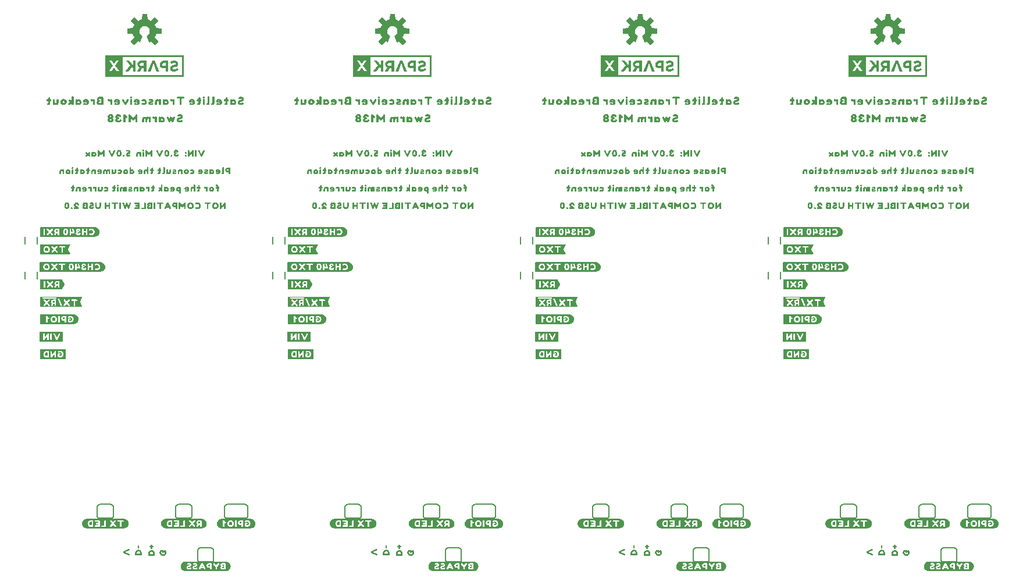
<source format=gbo>
G04 EAGLE Gerber RS-274X export*
G75*
%MOMM*%
%FSLAX34Y34*%
%LPD*%
%INSilkscreen Bottom*%
%IPPOS*%
%AMOC8*
5,1,8,0,0,1.08239X$1,22.5*%
G01*
%ADD10C,0.152400*%
%ADD11C,0.203200*%

G36*
X595677Y733468D02*
X595677Y733468D01*
X595672Y733475D01*
X595679Y733481D01*
X595679Y765119D01*
X595643Y765167D01*
X595636Y765161D01*
X595630Y765168D01*
X481330Y765168D01*
X481283Y765132D01*
X481288Y765125D01*
X481281Y765119D01*
X481281Y733481D01*
X481317Y733433D01*
X481324Y733439D01*
X481330Y733432D01*
X595630Y733432D01*
X595677Y733468D01*
G37*
G36*
X1317037Y733468D02*
X1317037Y733468D01*
X1317032Y733475D01*
X1317039Y733481D01*
X1317039Y765119D01*
X1317003Y765167D01*
X1316996Y765161D01*
X1316990Y765168D01*
X1202690Y765168D01*
X1202643Y765132D01*
X1202648Y765125D01*
X1202641Y765119D01*
X1202641Y733481D01*
X1202677Y733433D01*
X1202684Y733439D01*
X1202690Y733432D01*
X1316990Y733432D01*
X1317037Y733468D01*
G37*
G36*
X120637Y733433D02*
X120637Y733433D01*
X120644Y733439D01*
X120650Y733432D01*
X234950Y733432D01*
X234997Y733468D01*
X234992Y733475D01*
X234999Y733481D01*
X234999Y765119D01*
X234963Y765167D01*
X234956Y765161D01*
X234950Y765168D01*
X120650Y765168D01*
X120603Y765132D01*
X120608Y765125D01*
X120601Y765119D01*
X120601Y733481D01*
X120637Y733433D01*
G37*
G36*
X956357Y733468D02*
X956357Y733468D01*
X956352Y733475D01*
X956359Y733481D01*
X956359Y765119D01*
X956323Y765167D01*
X956316Y765161D01*
X956310Y765168D01*
X842010Y765168D01*
X841963Y765132D01*
X841968Y765125D01*
X841961Y765119D01*
X841961Y733481D01*
X841997Y733433D01*
X842004Y733439D01*
X842010Y733432D01*
X956310Y733432D01*
X956357Y733468D01*
G37*
%LPC*%
G36*
X1228274Y736468D02*
X1228274Y736468D01*
X1228274Y762132D01*
X1314003Y762132D01*
X1314003Y736468D01*
X1228274Y736468D01*
G37*
%LPD*%
%LPC*%
G36*
X867594Y736468D02*
X867594Y736468D01*
X867594Y762132D01*
X953323Y762132D01*
X953323Y736468D01*
X867594Y736468D01*
G37*
%LPD*%
%LPC*%
G36*
X506914Y736468D02*
X506914Y736468D01*
X506914Y762132D01*
X592643Y762132D01*
X592643Y736468D01*
X506914Y736468D01*
G37*
%LPD*%
%LPC*%
G36*
X231963Y762132D02*
X231963Y762132D01*
X231963Y736468D01*
X146234Y736468D01*
X146234Y762132D01*
X231963Y762132D01*
G37*
%LPD*%
G36*
X1196164Y450354D02*
X1196164Y450354D01*
X1196167Y450351D01*
X1196867Y450451D01*
X1196871Y450455D01*
X1196874Y450453D01*
X1197574Y450653D01*
X1197575Y450654D01*
X1197576Y450653D01*
X1198176Y450853D01*
X1198179Y450858D01*
X1198182Y450856D01*
X1199382Y451456D01*
X1199384Y451460D01*
X1199387Y451459D01*
X1199987Y451859D01*
X1199990Y451866D01*
X1199995Y451865D01*
X1200895Y452765D01*
X1200896Y452772D01*
X1200901Y452773D01*
X1201701Y453973D01*
X1201701Y453977D01*
X1201704Y453978D01*
X1202004Y454578D01*
X1202003Y454583D01*
X1202007Y454584D01*
X1202207Y455184D01*
X1202206Y455186D01*
X1202207Y455186D01*
X1202215Y455213D01*
X1202257Y455361D01*
X1202271Y455410D01*
X1202313Y455558D01*
X1202314Y455558D01*
X1202313Y455558D01*
X1202356Y455706D01*
X1202370Y455755D01*
X1202407Y455886D01*
X1202406Y455890D01*
X1202409Y455892D01*
X1202509Y456492D01*
X1202506Y456497D01*
X1202509Y456500D01*
X1202509Y457900D01*
X1202506Y457904D01*
X1202509Y457907D01*
X1202409Y458607D01*
X1202404Y458612D01*
X1202407Y458616D01*
X1202007Y459816D01*
X1202004Y459817D01*
X1202005Y459819D01*
X1201705Y460519D01*
X1201697Y460524D01*
X1201698Y460531D01*
X1201300Y461029D01*
X1200901Y461627D01*
X1200894Y461630D01*
X1200895Y461635D01*
X1200395Y462135D01*
X1200391Y462135D01*
X1200391Y462138D01*
X1199391Y462938D01*
X1199383Y462939D01*
X1199382Y462944D01*
X1198182Y463544D01*
X1198175Y463543D01*
X1198174Y463547D01*
X1197475Y463747D01*
X1196876Y463947D01*
X1196869Y463945D01*
X1196867Y463949D01*
X1196167Y464049D01*
X1196162Y464046D01*
X1196160Y464049D01*
X1107660Y464049D01*
X1107651Y464042D01*
X1107642Y464036D01*
X1107630Y464039D01*
X1107230Y463739D01*
X1107225Y463720D01*
X1107213Y463711D01*
X1107217Y463705D01*
X1107211Y463700D01*
X1107211Y450900D01*
X1107219Y450889D01*
X1107214Y450882D01*
X1107414Y450382D01*
X1107455Y450357D01*
X1107460Y450351D01*
X1196160Y450351D01*
X1196164Y450354D01*
G37*
G36*
X114124Y450354D02*
X114124Y450354D01*
X114127Y450351D01*
X114827Y450451D01*
X114831Y450455D01*
X114834Y450453D01*
X115534Y450653D01*
X115535Y450654D01*
X115536Y450653D01*
X116136Y450853D01*
X116139Y450858D01*
X116142Y450856D01*
X117342Y451456D01*
X117344Y451460D01*
X117347Y451459D01*
X117947Y451859D01*
X117950Y451866D01*
X117955Y451865D01*
X118855Y452765D01*
X118856Y452772D01*
X118861Y452773D01*
X119661Y453973D01*
X119661Y453977D01*
X119664Y453978D01*
X119964Y454578D01*
X119963Y454583D01*
X119967Y454584D01*
X120167Y455184D01*
X120166Y455186D01*
X120167Y455186D01*
X120175Y455213D01*
X120217Y455361D01*
X120231Y455410D01*
X120273Y455558D01*
X120274Y455558D01*
X120273Y455558D01*
X120316Y455706D01*
X120330Y455755D01*
X120367Y455886D01*
X120366Y455890D01*
X120369Y455892D01*
X120469Y456492D01*
X120466Y456497D01*
X120469Y456500D01*
X120469Y457900D01*
X120466Y457904D01*
X120469Y457907D01*
X120369Y458607D01*
X120364Y458612D01*
X120367Y458616D01*
X119967Y459816D01*
X119964Y459817D01*
X119965Y459819D01*
X119665Y460519D01*
X119657Y460524D01*
X119658Y460531D01*
X119260Y461029D01*
X118861Y461627D01*
X118854Y461630D01*
X118855Y461635D01*
X118355Y462135D01*
X118351Y462135D01*
X118351Y462138D01*
X117351Y462938D01*
X117343Y462939D01*
X117342Y462944D01*
X116142Y463544D01*
X116135Y463543D01*
X116134Y463547D01*
X115435Y463747D01*
X114836Y463947D01*
X114829Y463945D01*
X114827Y463949D01*
X114127Y464049D01*
X114122Y464046D01*
X114120Y464049D01*
X25620Y464049D01*
X25611Y464042D01*
X25602Y464036D01*
X25590Y464039D01*
X25190Y463739D01*
X25185Y463720D01*
X25173Y463711D01*
X25177Y463705D01*
X25171Y463700D01*
X25171Y450900D01*
X25179Y450889D01*
X25174Y450882D01*
X25374Y450382D01*
X25415Y450357D01*
X25420Y450351D01*
X114120Y450351D01*
X114124Y450354D01*
G37*
G36*
X474804Y450354D02*
X474804Y450354D01*
X474807Y450351D01*
X475507Y450451D01*
X475511Y450455D01*
X475514Y450453D01*
X476214Y450653D01*
X476215Y450654D01*
X476216Y450653D01*
X476816Y450853D01*
X476819Y450858D01*
X476822Y450856D01*
X478022Y451456D01*
X478024Y451460D01*
X478027Y451459D01*
X478627Y451859D01*
X478630Y451866D01*
X478635Y451865D01*
X479535Y452765D01*
X479536Y452772D01*
X479541Y452773D01*
X480341Y453973D01*
X480341Y453977D01*
X480344Y453978D01*
X480644Y454578D01*
X480643Y454583D01*
X480647Y454584D01*
X480847Y455184D01*
X480846Y455186D01*
X480847Y455186D01*
X480855Y455213D01*
X480897Y455361D01*
X480911Y455410D01*
X480953Y455558D01*
X480954Y455558D01*
X480953Y455558D01*
X480996Y455706D01*
X481010Y455755D01*
X481047Y455886D01*
X481046Y455890D01*
X481049Y455892D01*
X481149Y456492D01*
X481146Y456497D01*
X481149Y456500D01*
X481149Y457900D01*
X481146Y457904D01*
X481149Y457907D01*
X481049Y458607D01*
X481044Y458612D01*
X481047Y458616D01*
X480647Y459816D01*
X480644Y459817D01*
X480645Y459819D01*
X480345Y460519D01*
X480337Y460524D01*
X480338Y460531D01*
X479940Y461029D01*
X479541Y461627D01*
X479534Y461630D01*
X479535Y461635D01*
X479035Y462135D01*
X479031Y462135D01*
X479031Y462138D01*
X478031Y462938D01*
X478023Y462939D01*
X478022Y462944D01*
X476822Y463544D01*
X476815Y463543D01*
X476814Y463547D01*
X476115Y463747D01*
X475516Y463947D01*
X475509Y463945D01*
X475507Y463949D01*
X474807Y464049D01*
X474802Y464046D01*
X474800Y464049D01*
X386300Y464049D01*
X386291Y464042D01*
X386282Y464036D01*
X386270Y464039D01*
X385870Y463739D01*
X385865Y463720D01*
X385853Y463711D01*
X385857Y463705D01*
X385851Y463700D01*
X385851Y450900D01*
X385859Y450889D01*
X385854Y450882D01*
X386054Y450382D01*
X386095Y450357D01*
X386100Y450351D01*
X474800Y450351D01*
X474804Y450354D01*
G37*
G36*
X835484Y450354D02*
X835484Y450354D01*
X835487Y450351D01*
X836187Y450451D01*
X836191Y450455D01*
X836194Y450453D01*
X836894Y450653D01*
X836895Y450654D01*
X836896Y450653D01*
X837496Y450853D01*
X837499Y450858D01*
X837502Y450856D01*
X838702Y451456D01*
X838704Y451460D01*
X838707Y451459D01*
X839307Y451859D01*
X839310Y451866D01*
X839315Y451865D01*
X840215Y452765D01*
X840216Y452772D01*
X840221Y452773D01*
X841021Y453973D01*
X841021Y453977D01*
X841024Y453978D01*
X841324Y454578D01*
X841323Y454583D01*
X841327Y454584D01*
X841527Y455184D01*
X841526Y455186D01*
X841527Y455186D01*
X841535Y455213D01*
X841577Y455361D01*
X841591Y455410D01*
X841633Y455558D01*
X841634Y455558D01*
X841633Y455558D01*
X841676Y455706D01*
X841690Y455755D01*
X841727Y455886D01*
X841726Y455890D01*
X841729Y455892D01*
X841829Y456492D01*
X841826Y456497D01*
X841829Y456500D01*
X841829Y457900D01*
X841826Y457904D01*
X841829Y457907D01*
X841729Y458607D01*
X841724Y458612D01*
X841727Y458616D01*
X841327Y459816D01*
X841324Y459817D01*
X841325Y459819D01*
X841025Y460519D01*
X841017Y460524D01*
X841018Y460531D01*
X840620Y461029D01*
X840221Y461627D01*
X840214Y461630D01*
X840215Y461635D01*
X839715Y462135D01*
X839711Y462135D01*
X839711Y462138D01*
X838711Y462938D01*
X838703Y462939D01*
X838702Y462944D01*
X837502Y463544D01*
X837495Y463543D01*
X837494Y463547D01*
X836795Y463747D01*
X836196Y463947D01*
X836189Y463945D01*
X836187Y463949D01*
X835487Y464049D01*
X835482Y464046D01*
X835480Y464049D01*
X746980Y464049D01*
X746971Y464042D01*
X746962Y464036D01*
X746950Y464039D01*
X746550Y463739D01*
X746545Y463720D01*
X746533Y463711D01*
X746537Y463705D01*
X746531Y463700D01*
X746531Y450900D01*
X746539Y450889D01*
X746534Y450882D01*
X746734Y450382D01*
X746775Y450357D01*
X746780Y450351D01*
X835480Y450351D01*
X835484Y450354D01*
G37*
G36*
X827275Y501154D02*
X827275Y501154D01*
X827278Y501151D01*
X827878Y501251D01*
X827881Y501255D01*
X827884Y501253D01*
X829284Y501653D01*
X829285Y501654D01*
X829286Y501653D01*
X829886Y501853D01*
X829891Y501861D01*
X829897Y501859D01*
X830496Y502258D01*
X830995Y502558D01*
X830999Y502566D01*
X831005Y502565D01*
X832005Y503565D01*
X832005Y503569D01*
X832008Y503569D01*
X832408Y504069D01*
X832409Y504073D01*
X832411Y504073D01*
X832811Y504673D01*
X832811Y504677D01*
X832814Y504678D01*
X833114Y505278D01*
X833113Y505283D01*
X833117Y505284D01*
X833317Y505884D01*
X833316Y505886D01*
X833317Y505886D01*
X833339Y505964D01*
X833340Y505964D01*
X833339Y505964D01*
X833382Y506112D01*
X833396Y506161D01*
X833438Y506309D01*
X833480Y506456D01*
X833494Y506506D01*
X833517Y506586D01*
X833516Y506590D01*
X833519Y506592D01*
X833619Y507192D01*
X833617Y507195D01*
X833616Y507197D01*
X833619Y507200D01*
X833619Y508600D01*
X833616Y508604D01*
X833619Y508607D01*
X833519Y509307D01*
X833518Y509308D01*
X833519Y509308D01*
X833419Y509908D01*
X833412Y509914D01*
X833415Y509919D01*
X833115Y510619D01*
X833113Y510621D01*
X833114Y510622D01*
X832514Y511822D01*
X832507Y511825D01*
X832508Y511831D01*
X832108Y512331D01*
X832104Y512332D01*
X832105Y512335D01*
X831105Y513335D01*
X831101Y513335D01*
X831101Y513338D01*
X830601Y513738D01*
X830593Y513739D01*
X830592Y513744D01*
X829392Y514344D01*
X829387Y514343D01*
X829386Y514347D01*
X828786Y514547D01*
X828784Y514546D01*
X828784Y514547D01*
X828084Y514747D01*
X828079Y514746D01*
X828077Y514749D01*
X827377Y514849D01*
X827372Y514846D01*
X827370Y514849D01*
X747570Y514849D01*
X747561Y514842D01*
X747557Y514842D01*
X747552Y514846D01*
X747052Y514646D01*
X747036Y514619D01*
X747023Y514609D01*
X747026Y514604D01*
X747021Y514600D01*
X747021Y501700D01*
X747029Y501689D01*
X747024Y501682D01*
X747224Y501182D01*
X747265Y501157D01*
X747270Y501151D01*
X827270Y501151D01*
X827275Y501154D01*
G37*
G36*
X105915Y501154D02*
X105915Y501154D01*
X105918Y501151D01*
X106518Y501251D01*
X106521Y501255D01*
X106524Y501253D01*
X107924Y501653D01*
X107925Y501654D01*
X107926Y501653D01*
X108526Y501853D01*
X108531Y501861D01*
X108537Y501859D01*
X109136Y502258D01*
X109635Y502558D01*
X109639Y502566D01*
X109645Y502565D01*
X110645Y503565D01*
X110645Y503569D01*
X110648Y503569D01*
X111048Y504069D01*
X111049Y504073D01*
X111051Y504073D01*
X111451Y504673D01*
X111451Y504677D01*
X111454Y504678D01*
X111754Y505278D01*
X111753Y505283D01*
X111757Y505284D01*
X111957Y505884D01*
X111956Y505886D01*
X111957Y505886D01*
X111979Y505964D01*
X111980Y505964D01*
X111979Y505964D01*
X112022Y506112D01*
X112036Y506161D01*
X112078Y506309D01*
X112120Y506456D01*
X112134Y506506D01*
X112157Y506586D01*
X112156Y506590D01*
X112159Y506592D01*
X112259Y507192D01*
X112257Y507195D01*
X112256Y507197D01*
X112259Y507200D01*
X112259Y508600D01*
X112256Y508604D01*
X112259Y508607D01*
X112159Y509307D01*
X112158Y509308D01*
X112159Y509308D01*
X112059Y509908D01*
X112052Y509914D01*
X112055Y509919D01*
X111755Y510619D01*
X111753Y510621D01*
X111754Y510622D01*
X111154Y511822D01*
X111147Y511825D01*
X111148Y511831D01*
X110748Y512331D01*
X110744Y512332D01*
X110745Y512335D01*
X109745Y513335D01*
X109741Y513335D01*
X109741Y513338D01*
X109241Y513738D01*
X109233Y513739D01*
X109232Y513744D01*
X108032Y514344D01*
X108027Y514343D01*
X108026Y514347D01*
X107426Y514547D01*
X107424Y514546D01*
X107424Y514547D01*
X106724Y514747D01*
X106719Y514746D01*
X106717Y514749D01*
X106017Y514849D01*
X106012Y514846D01*
X106010Y514849D01*
X26210Y514849D01*
X26201Y514842D01*
X26197Y514842D01*
X26192Y514846D01*
X25692Y514646D01*
X25676Y514619D01*
X25663Y514609D01*
X25666Y514604D01*
X25661Y514600D01*
X25661Y501700D01*
X25669Y501689D01*
X25664Y501682D01*
X25864Y501182D01*
X25905Y501157D01*
X25910Y501151D01*
X105910Y501151D01*
X105915Y501154D01*
G37*
G36*
X466595Y501154D02*
X466595Y501154D01*
X466598Y501151D01*
X467198Y501251D01*
X467201Y501255D01*
X467204Y501253D01*
X468604Y501653D01*
X468605Y501654D01*
X468606Y501653D01*
X469206Y501853D01*
X469211Y501861D01*
X469217Y501859D01*
X469816Y502258D01*
X470315Y502558D01*
X470319Y502566D01*
X470325Y502565D01*
X471325Y503565D01*
X471325Y503569D01*
X471328Y503569D01*
X471728Y504069D01*
X471729Y504073D01*
X471731Y504073D01*
X472131Y504673D01*
X472131Y504677D01*
X472134Y504678D01*
X472434Y505278D01*
X472433Y505283D01*
X472437Y505284D01*
X472637Y505884D01*
X472636Y505886D01*
X472637Y505886D01*
X472659Y505964D01*
X472660Y505964D01*
X472659Y505964D01*
X472702Y506112D01*
X472716Y506161D01*
X472758Y506309D01*
X472800Y506456D01*
X472814Y506506D01*
X472837Y506586D01*
X472836Y506590D01*
X472839Y506592D01*
X472939Y507192D01*
X472937Y507195D01*
X472936Y507197D01*
X472939Y507200D01*
X472939Y508600D01*
X472936Y508604D01*
X472939Y508607D01*
X472839Y509307D01*
X472838Y509308D01*
X472839Y509308D01*
X472739Y509908D01*
X472732Y509914D01*
X472735Y509919D01*
X472435Y510619D01*
X472433Y510621D01*
X472434Y510622D01*
X471834Y511822D01*
X471827Y511825D01*
X471828Y511831D01*
X471428Y512331D01*
X471424Y512332D01*
X471425Y512335D01*
X470425Y513335D01*
X470421Y513335D01*
X470421Y513338D01*
X469921Y513738D01*
X469913Y513739D01*
X469912Y513744D01*
X468712Y514344D01*
X468707Y514343D01*
X468706Y514347D01*
X468106Y514547D01*
X468104Y514546D01*
X468104Y514547D01*
X467404Y514747D01*
X467399Y514746D01*
X467397Y514749D01*
X466697Y514849D01*
X466692Y514846D01*
X466690Y514849D01*
X386890Y514849D01*
X386881Y514842D01*
X386877Y514842D01*
X386872Y514846D01*
X386372Y514646D01*
X386356Y514619D01*
X386343Y514609D01*
X386346Y514604D01*
X386341Y514600D01*
X386341Y501700D01*
X386349Y501689D01*
X386344Y501682D01*
X386544Y501182D01*
X386585Y501157D01*
X386590Y501151D01*
X466590Y501151D01*
X466595Y501154D01*
G37*
G36*
X1187955Y501154D02*
X1187955Y501154D01*
X1187958Y501151D01*
X1188558Y501251D01*
X1188561Y501255D01*
X1188564Y501253D01*
X1189964Y501653D01*
X1189965Y501654D01*
X1189966Y501653D01*
X1190566Y501853D01*
X1190571Y501861D01*
X1190577Y501859D01*
X1191176Y502258D01*
X1191675Y502558D01*
X1191679Y502566D01*
X1191685Y502565D01*
X1192685Y503565D01*
X1192685Y503569D01*
X1192688Y503569D01*
X1193088Y504069D01*
X1193089Y504073D01*
X1193091Y504073D01*
X1193491Y504673D01*
X1193491Y504677D01*
X1193494Y504678D01*
X1193794Y505278D01*
X1193793Y505283D01*
X1193797Y505284D01*
X1193997Y505884D01*
X1193996Y505886D01*
X1193997Y505886D01*
X1194019Y505964D01*
X1194020Y505964D01*
X1194019Y505964D01*
X1194062Y506112D01*
X1194076Y506161D01*
X1194118Y506309D01*
X1194160Y506456D01*
X1194174Y506506D01*
X1194197Y506586D01*
X1194196Y506590D01*
X1194199Y506592D01*
X1194299Y507192D01*
X1194297Y507195D01*
X1194296Y507197D01*
X1194299Y507200D01*
X1194299Y508600D01*
X1194296Y508604D01*
X1194299Y508607D01*
X1194199Y509307D01*
X1194198Y509308D01*
X1194199Y509308D01*
X1194099Y509908D01*
X1194092Y509914D01*
X1194095Y509919D01*
X1193795Y510619D01*
X1193793Y510621D01*
X1193794Y510622D01*
X1193194Y511822D01*
X1193187Y511825D01*
X1193188Y511831D01*
X1192788Y512331D01*
X1192784Y512332D01*
X1192785Y512335D01*
X1191785Y513335D01*
X1191781Y513335D01*
X1191781Y513338D01*
X1191281Y513738D01*
X1191273Y513739D01*
X1191272Y513744D01*
X1190072Y514344D01*
X1190067Y514343D01*
X1190066Y514347D01*
X1189466Y514547D01*
X1189464Y514546D01*
X1189464Y514547D01*
X1188764Y514747D01*
X1188759Y514746D01*
X1188757Y514749D01*
X1188057Y514849D01*
X1188052Y514846D01*
X1188050Y514849D01*
X1108250Y514849D01*
X1108241Y514842D01*
X1108237Y514842D01*
X1108232Y514846D01*
X1107732Y514646D01*
X1107716Y514619D01*
X1107703Y514609D01*
X1107706Y514604D01*
X1107701Y514600D01*
X1107701Y501700D01*
X1107709Y501689D01*
X1107704Y501682D01*
X1107904Y501182D01*
X1107945Y501157D01*
X1107950Y501151D01*
X1187950Y501151D01*
X1187955Y501154D01*
G37*
G36*
X914585Y780030D02*
X914585Y780030D01*
X914641Y780030D01*
X914669Y780045D01*
X914701Y780050D01*
X914760Y780090D01*
X914796Y780108D01*
X914805Y780120D01*
X914821Y780131D01*
X919129Y784439D01*
X919146Y784466D01*
X919170Y784487D01*
X919191Y784539D01*
X919220Y784586D01*
X919223Y784618D01*
X919235Y784648D01*
X919232Y784703D01*
X919237Y784759D01*
X919225Y784789D01*
X919223Y784821D01*
X919189Y784884D01*
X919175Y784921D01*
X919164Y784931D01*
X919155Y784948D01*
X914188Y791039D01*
X915377Y793349D01*
X915384Y793375D01*
X915401Y793407D01*
X916193Y795881D01*
X924012Y796675D01*
X924043Y796685D01*
X924075Y796686D01*
X924124Y796713D01*
X924176Y796731D01*
X924199Y796754D01*
X924227Y796769D01*
X924259Y796815D01*
X924298Y796854D01*
X924308Y796885D01*
X924327Y796911D01*
X924340Y796981D01*
X924353Y797019D01*
X924351Y797034D01*
X924354Y797053D01*
X924354Y803147D01*
X924347Y803178D01*
X924349Y803210D01*
X924327Y803261D01*
X924315Y803316D01*
X924294Y803340D01*
X924282Y803370D01*
X924240Y803406D01*
X924205Y803449D01*
X924175Y803462D01*
X924151Y803483D01*
X924082Y803504D01*
X924046Y803520D01*
X924031Y803520D01*
X924012Y803525D01*
X916193Y804319D01*
X915401Y806793D01*
X915388Y806816D01*
X915377Y806851D01*
X914188Y809161D01*
X919155Y815252D01*
X919169Y815280D01*
X919190Y815304D01*
X919206Y815357D01*
X919231Y815407D01*
X919231Y815439D01*
X919240Y815470D01*
X919230Y815525D01*
X919230Y815581D01*
X919215Y815609D01*
X919210Y815641D01*
X919170Y815700D01*
X919152Y815736D01*
X919140Y815745D01*
X919129Y815761D01*
X914821Y820069D01*
X914794Y820086D01*
X914773Y820110D01*
X914721Y820131D01*
X914674Y820160D01*
X914642Y820163D01*
X914612Y820175D01*
X914557Y820172D01*
X914501Y820177D01*
X914471Y820165D01*
X914439Y820163D01*
X914376Y820129D01*
X914339Y820115D01*
X914329Y820104D01*
X914312Y820095D01*
X908221Y815128D01*
X905911Y816317D01*
X905885Y816324D01*
X905853Y816341D01*
X903379Y817133D01*
X902585Y824952D01*
X902577Y824978D01*
X902576Y824990D01*
X902575Y824993D01*
X902574Y825015D01*
X902547Y825064D01*
X902529Y825116D01*
X902506Y825139D01*
X902491Y825167D01*
X902445Y825199D01*
X902406Y825238D01*
X902375Y825248D01*
X902349Y825267D01*
X902279Y825280D01*
X902241Y825293D01*
X902226Y825291D01*
X902207Y825294D01*
X896113Y825294D01*
X896082Y825287D01*
X896050Y825289D01*
X895999Y825267D01*
X895944Y825255D01*
X895920Y825234D01*
X895890Y825222D01*
X895854Y825180D01*
X895811Y825145D01*
X895798Y825115D01*
X895777Y825091D01*
X895756Y825022D01*
X895740Y824986D01*
X895740Y824971D01*
X895738Y824964D01*
X895737Y824962D01*
X895737Y824961D01*
X895735Y824952D01*
X894941Y817133D01*
X892467Y816341D01*
X892444Y816328D01*
X892409Y816317D01*
X890099Y815128D01*
X884008Y820095D01*
X883980Y820109D01*
X883956Y820130D01*
X883903Y820146D01*
X883853Y820171D01*
X883821Y820171D01*
X883790Y820180D01*
X883735Y820170D01*
X883679Y820170D01*
X883651Y820155D01*
X883619Y820150D01*
X883560Y820110D01*
X883525Y820092D01*
X883515Y820080D01*
X883499Y820069D01*
X879191Y815761D01*
X879174Y815734D01*
X879150Y815713D01*
X879129Y815661D01*
X879100Y815614D01*
X879097Y815582D01*
X879085Y815552D01*
X879089Y815497D01*
X879083Y815441D01*
X879095Y815411D01*
X879097Y815379D01*
X879131Y815316D01*
X879145Y815279D01*
X879156Y815269D01*
X879165Y815252D01*
X884132Y809161D01*
X882943Y806851D01*
X882936Y806825D01*
X882919Y806793D01*
X882127Y804319D01*
X874308Y803525D01*
X874277Y803515D01*
X874245Y803514D01*
X874196Y803487D01*
X874144Y803469D01*
X874121Y803446D01*
X874093Y803431D01*
X874061Y803385D01*
X874022Y803346D01*
X874012Y803315D01*
X873993Y803289D01*
X873980Y803219D01*
X873967Y803181D01*
X873969Y803166D01*
X873966Y803147D01*
X873966Y797053D01*
X873973Y797022D01*
X873971Y796990D01*
X873993Y796939D01*
X874005Y796884D01*
X874026Y796860D01*
X874038Y796830D01*
X874080Y796794D01*
X874115Y796751D01*
X874145Y796738D01*
X874169Y796717D01*
X874238Y796696D01*
X874274Y796680D01*
X874289Y796680D01*
X874308Y796675D01*
X882127Y795881D01*
X882919Y793407D01*
X882932Y793384D01*
X882943Y793349D01*
X884132Y791039D01*
X879165Y784948D01*
X879151Y784920D01*
X879130Y784896D01*
X879114Y784843D01*
X879089Y784793D01*
X879089Y784761D01*
X879080Y784730D01*
X879090Y784675D01*
X879090Y784619D01*
X879105Y784591D01*
X879110Y784559D01*
X879150Y784500D01*
X879168Y784465D01*
X879180Y784455D01*
X879191Y784439D01*
X883499Y780131D01*
X883526Y780114D01*
X883547Y780090D01*
X883599Y780069D01*
X883646Y780040D01*
X883678Y780037D01*
X883708Y780025D01*
X883763Y780029D01*
X883819Y780023D01*
X883849Y780035D01*
X883881Y780037D01*
X883944Y780071D01*
X883981Y780085D01*
X883991Y780096D01*
X884008Y780105D01*
X890099Y785072D01*
X892408Y783882D01*
X892472Y783866D01*
X892535Y783843D01*
X892556Y783845D01*
X892576Y783840D01*
X892641Y783854D01*
X892707Y783861D01*
X892725Y783872D01*
X892745Y783877D01*
X892797Y783918D01*
X892853Y783954D01*
X892866Y783973D01*
X892881Y783985D01*
X892897Y784020D01*
X892933Y784074D01*
X896521Y792736D01*
X896526Y792768D01*
X896540Y792796D01*
X896540Y792852D01*
X896549Y792907D01*
X896540Y792938D01*
X896540Y792969D01*
X896515Y793020D01*
X896499Y793073D01*
X896477Y793096D01*
X896463Y793125D01*
X896407Y793171D01*
X896380Y793199D01*
X896366Y793204D01*
X896351Y793217D01*
X894974Y793961D01*
X893808Y794945D01*
X892868Y796147D01*
X892194Y797515D01*
X891813Y798993D01*
X891741Y800517D01*
X891983Y802023D01*
X892527Y803449D01*
X893351Y804733D01*
X894420Y805822D01*
X895688Y806670D01*
X897103Y807240D01*
X898605Y807510D01*
X900130Y807467D01*
X901614Y807114D01*
X902995Y806464D01*
X904214Y805547D01*
X905220Y804400D01*
X905971Y803071D01*
X906434Y801618D01*
X906591Y800099D01*
X906448Y798650D01*
X906025Y797256D01*
X905339Y795972D01*
X904415Y794846D01*
X903289Y793922D01*
X901971Y793217D01*
X901946Y793196D01*
X901917Y793182D01*
X901882Y793139D01*
X901841Y793103D01*
X901828Y793073D01*
X901808Y793048D01*
X901796Y792994D01*
X901775Y792943D01*
X901777Y792910D01*
X901770Y792878D01*
X901784Y792809D01*
X901787Y792770D01*
X901795Y792756D01*
X901799Y792736D01*
X905387Y784074D01*
X905426Y784020D01*
X905458Y783963D01*
X905475Y783951D01*
X905488Y783934D01*
X905546Y783903D01*
X905601Y783865D01*
X905622Y783862D01*
X905641Y783852D01*
X905707Y783851D01*
X905773Y783841D01*
X905796Y783848D01*
X905814Y783847D01*
X905849Y783864D01*
X905912Y783882D01*
X908221Y785072D01*
X914312Y780105D01*
X914340Y780091D01*
X914364Y780070D01*
X914417Y780054D01*
X914467Y780029D01*
X914499Y780029D01*
X914530Y780020D01*
X914585Y780030D01*
G37*
G36*
X193225Y780030D02*
X193225Y780030D01*
X193281Y780030D01*
X193309Y780045D01*
X193341Y780050D01*
X193400Y780090D01*
X193436Y780108D01*
X193445Y780120D01*
X193461Y780131D01*
X197769Y784439D01*
X197786Y784466D01*
X197810Y784487D01*
X197831Y784539D01*
X197860Y784586D01*
X197863Y784618D01*
X197875Y784648D01*
X197872Y784703D01*
X197877Y784759D01*
X197865Y784789D01*
X197863Y784821D01*
X197829Y784884D01*
X197815Y784921D01*
X197804Y784931D01*
X197795Y784948D01*
X192828Y791039D01*
X194017Y793349D01*
X194024Y793375D01*
X194041Y793407D01*
X194833Y795881D01*
X202652Y796675D01*
X202683Y796685D01*
X202715Y796686D01*
X202764Y796713D01*
X202816Y796731D01*
X202839Y796754D01*
X202867Y796769D01*
X202899Y796815D01*
X202938Y796854D01*
X202948Y796885D01*
X202967Y796911D01*
X202980Y796981D01*
X202993Y797019D01*
X202991Y797034D01*
X202994Y797053D01*
X202994Y803147D01*
X202987Y803178D01*
X202989Y803210D01*
X202967Y803261D01*
X202955Y803316D01*
X202934Y803340D01*
X202922Y803370D01*
X202880Y803406D01*
X202845Y803449D01*
X202815Y803462D01*
X202791Y803483D01*
X202722Y803504D01*
X202686Y803520D01*
X202671Y803520D01*
X202652Y803525D01*
X194833Y804319D01*
X194041Y806793D01*
X194028Y806816D01*
X194017Y806851D01*
X192828Y809161D01*
X197795Y815252D01*
X197809Y815280D01*
X197830Y815304D01*
X197846Y815357D01*
X197871Y815407D01*
X197871Y815439D01*
X197880Y815470D01*
X197870Y815525D01*
X197870Y815581D01*
X197855Y815609D01*
X197850Y815641D01*
X197810Y815700D01*
X197792Y815736D01*
X197780Y815745D01*
X197769Y815761D01*
X193461Y820069D01*
X193434Y820086D01*
X193413Y820110D01*
X193361Y820131D01*
X193314Y820160D01*
X193282Y820163D01*
X193252Y820175D01*
X193197Y820172D01*
X193141Y820177D01*
X193111Y820165D01*
X193079Y820163D01*
X193016Y820129D01*
X192979Y820115D01*
X192969Y820104D01*
X192952Y820095D01*
X186861Y815128D01*
X184551Y816317D01*
X184525Y816324D01*
X184493Y816341D01*
X182019Y817133D01*
X181225Y824952D01*
X181217Y824978D01*
X181216Y824990D01*
X181215Y824993D01*
X181214Y825015D01*
X181187Y825064D01*
X181169Y825116D01*
X181146Y825139D01*
X181131Y825167D01*
X181085Y825199D01*
X181046Y825238D01*
X181015Y825248D01*
X180989Y825267D01*
X180919Y825280D01*
X180881Y825293D01*
X180866Y825291D01*
X180847Y825294D01*
X174753Y825294D01*
X174722Y825287D01*
X174690Y825289D01*
X174639Y825267D01*
X174584Y825255D01*
X174560Y825234D01*
X174530Y825222D01*
X174494Y825180D01*
X174451Y825145D01*
X174438Y825115D01*
X174417Y825091D01*
X174396Y825022D01*
X174380Y824986D01*
X174380Y824971D01*
X174378Y824964D01*
X174377Y824962D01*
X174377Y824961D01*
X174375Y824952D01*
X173581Y817133D01*
X171107Y816341D01*
X171084Y816328D01*
X171049Y816317D01*
X168739Y815128D01*
X162648Y820095D01*
X162620Y820109D01*
X162596Y820130D01*
X162543Y820146D01*
X162493Y820171D01*
X162461Y820171D01*
X162430Y820180D01*
X162375Y820170D01*
X162319Y820170D01*
X162291Y820155D01*
X162259Y820150D01*
X162200Y820110D01*
X162165Y820092D01*
X162155Y820080D01*
X162139Y820069D01*
X157831Y815761D01*
X157814Y815734D01*
X157790Y815713D01*
X157769Y815661D01*
X157740Y815614D01*
X157737Y815582D01*
X157725Y815552D01*
X157729Y815497D01*
X157723Y815441D01*
X157735Y815411D01*
X157737Y815379D01*
X157771Y815316D01*
X157785Y815279D01*
X157796Y815269D01*
X157805Y815252D01*
X162772Y809161D01*
X161583Y806851D01*
X161576Y806825D01*
X161559Y806793D01*
X160767Y804319D01*
X152948Y803525D01*
X152917Y803515D01*
X152885Y803514D01*
X152836Y803487D01*
X152784Y803469D01*
X152761Y803446D01*
X152733Y803431D01*
X152701Y803385D01*
X152662Y803346D01*
X152652Y803315D01*
X152633Y803289D01*
X152620Y803219D01*
X152607Y803181D01*
X152609Y803166D01*
X152606Y803147D01*
X152606Y797053D01*
X152613Y797022D01*
X152611Y796990D01*
X152633Y796939D01*
X152645Y796884D01*
X152666Y796860D01*
X152678Y796830D01*
X152720Y796794D01*
X152755Y796751D01*
X152785Y796738D01*
X152809Y796717D01*
X152878Y796696D01*
X152914Y796680D01*
X152929Y796680D01*
X152948Y796675D01*
X160767Y795881D01*
X161559Y793407D01*
X161572Y793384D01*
X161583Y793349D01*
X162772Y791039D01*
X157805Y784948D01*
X157791Y784920D01*
X157770Y784896D01*
X157754Y784843D01*
X157729Y784793D01*
X157729Y784761D01*
X157720Y784730D01*
X157730Y784675D01*
X157730Y784619D01*
X157745Y784591D01*
X157750Y784559D01*
X157790Y784500D01*
X157808Y784465D01*
X157820Y784455D01*
X157831Y784439D01*
X162139Y780131D01*
X162166Y780114D01*
X162187Y780090D01*
X162239Y780069D01*
X162286Y780040D01*
X162318Y780037D01*
X162348Y780025D01*
X162403Y780029D01*
X162459Y780023D01*
X162489Y780035D01*
X162521Y780037D01*
X162584Y780071D01*
X162621Y780085D01*
X162631Y780096D01*
X162648Y780105D01*
X168739Y785072D01*
X171048Y783882D01*
X171112Y783866D01*
X171175Y783843D01*
X171196Y783845D01*
X171216Y783840D01*
X171281Y783854D01*
X171347Y783861D01*
X171365Y783872D01*
X171385Y783877D01*
X171437Y783918D01*
X171493Y783954D01*
X171506Y783973D01*
X171521Y783985D01*
X171537Y784020D01*
X171573Y784074D01*
X175161Y792736D01*
X175166Y792768D01*
X175180Y792796D01*
X175180Y792852D01*
X175189Y792907D01*
X175180Y792938D01*
X175180Y792969D01*
X175155Y793020D01*
X175139Y793073D01*
X175117Y793096D01*
X175103Y793125D01*
X175047Y793171D01*
X175020Y793199D01*
X175006Y793204D01*
X174991Y793217D01*
X173614Y793961D01*
X172448Y794945D01*
X171508Y796147D01*
X170834Y797515D01*
X170453Y798993D01*
X170381Y800517D01*
X170623Y802023D01*
X171167Y803449D01*
X171991Y804733D01*
X173060Y805822D01*
X174328Y806670D01*
X175743Y807240D01*
X177245Y807510D01*
X178770Y807467D01*
X180254Y807114D01*
X181635Y806464D01*
X182854Y805547D01*
X183860Y804400D01*
X184611Y803071D01*
X185074Y801618D01*
X185231Y800099D01*
X185088Y798650D01*
X184665Y797256D01*
X183979Y795972D01*
X183055Y794846D01*
X181929Y793922D01*
X180611Y793217D01*
X180586Y793196D01*
X180557Y793182D01*
X180522Y793139D01*
X180481Y793103D01*
X180468Y793073D01*
X180448Y793048D01*
X180436Y792994D01*
X180415Y792943D01*
X180417Y792910D01*
X180410Y792878D01*
X180424Y792809D01*
X180427Y792770D01*
X180435Y792756D01*
X180439Y792736D01*
X184027Y784074D01*
X184066Y784020D01*
X184098Y783963D01*
X184115Y783951D01*
X184128Y783934D01*
X184186Y783903D01*
X184241Y783865D01*
X184262Y783862D01*
X184281Y783852D01*
X184347Y783851D01*
X184413Y783841D01*
X184436Y783848D01*
X184454Y783847D01*
X184489Y783864D01*
X184552Y783882D01*
X186861Y785072D01*
X192952Y780105D01*
X192980Y780091D01*
X193004Y780070D01*
X193057Y780054D01*
X193107Y780029D01*
X193139Y780029D01*
X193170Y780020D01*
X193225Y780030D01*
G37*
G36*
X553905Y780030D02*
X553905Y780030D01*
X553961Y780030D01*
X553989Y780045D01*
X554021Y780050D01*
X554080Y780090D01*
X554116Y780108D01*
X554125Y780120D01*
X554141Y780131D01*
X558449Y784439D01*
X558466Y784466D01*
X558490Y784487D01*
X558511Y784539D01*
X558540Y784586D01*
X558543Y784618D01*
X558555Y784648D01*
X558552Y784703D01*
X558557Y784759D01*
X558545Y784789D01*
X558543Y784821D01*
X558509Y784884D01*
X558495Y784921D01*
X558484Y784931D01*
X558475Y784948D01*
X553508Y791039D01*
X554697Y793349D01*
X554704Y793375D01*
X554721Y793407D01*
X555513Y795881D01*
X563332Y796675D01*
X563363Y796685D01*
X563395Y796686D01*
X563444Y796713D01*
X563496Y796731D01*
X563519Y796754D01*
X563547Y796769D01*
X563579Y796815D01*
X563618Y796854D01*
X563628Y796885D01*
X563647Y796911D01*
X563660Y796981D01*
X563673Y797019D01*
X563671Y797034D01*
X563674Y797053D01*
X563674Y803147D01*
X563667Y803178D01*
X563669Y803210D01*
X563647Y803261D01*
X563635Y803316D01*
X563614Y803340D01*
X563602Y803370D01*
X563560Y803406D01*
X563525Y803449D01*
X563495Y803462D01*
X563471Y803483D01*
X563402Y803504D01*
X563366Y803520D01*
X563351Y803520D01*
X563332Y803525D01*
X555513Y804319D01*
X554721Y806793D01*
X554708Y806816D01*
X554697Y806851D01*
X553508Y809161D01*
X558475Y815252D01*
X558489Y815280D01*
X558510Y815304D01*
X558526Y815357D01*
X558551Y815407D01*
X558551Y815439D01*
X558560Y815470D01*
X558550Y815525D01*
X558550Y815581D01*
X558535Y815609D01*
X558530Y815641D01*
X558490Y815700D01*
X558472Y815736D01*
X558460Y815745D01*
X558449Y815761D01*
X554141Y820069D01*
X554114Y820086D01*
X554093Y820110D01*
X554041Y820131D01*
X553994Y820160D01*
X553962Y820163D01*
X553932Y820175D01*
X553877Y820172D01*
X553821Y820177D01*
X553791Y820165D01*
X553759Y820163D01*
X553696Y820129D01*
X553659Y820115D01*
X553649Y820104D01*
X553632Y820095D01*
X547541Y815128D01*
X545231Y816317D01*
X545205Y816324D01*
X545173Y816341D01*
X542699Y817133D01*
X541905Y824952D01*
X541897Y824978D01*
X541896Y824990D01*
X541895Y824993D01*
X541894Y825015D01*
X541867Y825064D01*
X541849Y825116D01*
X541826Y825139D01*
X541811Y825167D01*
X541765Y825199D01*
X541726Y825238D01*
X541695Y825248D01*
X541669Y825267D01*
X541599Y825280D01*
X541561Y825293D01*
X541546Y825291D01*
X541527Y825294D01*
X535433Y825294D01*
X535402Y825287D01*
X535370Y825289D01*
X535319Y825267D01*
X535264Y825255D01*
X535240Y825234D01*
X535210Y825222D01*
X535174Y825180D01*
X535131Y825145D01*
X535118Y825115D01*
X535097Y825091D01*
X535076Y825022D01*
X535060Y824986D01*
X535060Y824971D01*
X535058Y824964D01*
X535057Y824962D01*
X535057Y824961D01*
X535055Y824952D01*
X534261Y817133D01*
X531787Y816341D01*
X531764Y816328D01*
X531729Y816317D01*
X529419Y815128D01*
X523328Y820095D01*
X523300Y820109D01*
X523276Y820130D01*
X523223Y820146D01*
X523173Y820171D01*
X523141Y820171D01*
X523110Y820180D01*
X523055Y820170D01*
X522999Y820170D01*
X522971Y820155D01*
X522939Y820150D01*
X522880Y820110D01*
X522845Y820092D01*
X522835Y820080D01*
X522819Y820069D01*
X518511Y815761D01*
X518494Y815734D01*
X518470Y815713D01*
X518449Y815661D01*
X518420Y815614D01*
X518417Y815582D01*
X518405Y815552D01*
X518409Y815497D01*
X518403Y815441D01*
X518415Y815411D01*
X518417Y815379D01*
X518451Y815316D01*
X518465Y815279D01*
X518476Y815269D01*
X518485Y815252D01*
X523452Y809161D01*
X522263Y806851D01*
X522256Y806825D01*
X522239Y806793D01*
X521447Y804319D01*
X513628Y803525D01*
X513597Y803515D01*
X513565Y803514D01*
X513516Y803487D01*
X513464Y803469D01*
X513441Y803446D01*
X513413Y803431D01*
X513381Y803385D01*
X513342Y803346D01*
X513332Y803315D01*
X513313Y803289D01*
X513300Y803219D01*
X513287Y803181D01*
X513289Y803166D01*
X513286Y803147D01*
X513286Y797053D01*
X513293Y797022D01*
X513291Y796990D01*
X513313Y796939D01*
X513325Y796884D01*
X513346Y796860D01*
X513358Y796830D01*
X513400Y796794D01*
X513435Y796751D01*
X513465Y796738D01*
X513489Y796717D01*
X513558Y796696D01*
X513594Y796680D01*
X513609Y796680D01*
X513628Y796675D01*
X521447Y795881D01*
X522239Y793407D01*
X522252Y793384D01*
X522263Y793349D01*
X523452Y791039D01*
X518485Y784948D01*
X518471Y784920D01*
X518450Y784896D01*
X518434Y784843D01*
X518409Y784793D01*
X518409Y784761D01*
X518400Y784730D01*
X518410Y784675D01*
X518410Y784619D01*
X518425Y784591D01*
X518430Y784559D01*
X518470Y784500D01*
X518488Y784465D01*
X518500Y784455D01*
X518511Y784439D01*
X522819Y780131D01*
X522846Y780114D01*
X522867Y780090D01*
X522919Y780069D01*
X522966Y780040D01*
X522998Y780037D01*
X523028Y780025D01*
X523083Y780029D01*
X523139Y780023D01*
X523169Y780035D01*
X523201Y780037D01*
X523264Y780071D01*
X523301Y780085D01*
X523311Y780096D01*
X523328Y780105D01*
X529419Y785072D01*
X531728Y783882D01*
X531792Y783866D01*
X531855Y783843D01*
X531876Y783845D01*
X531896Y783840D01*
X531961Y783854D01*
X532027Y783861D01*
X532045Y783872D01*
X532065Y783877D01*
X532117Y783918D01*
X532173Y783954D01*
X532186Y783973D01*
X532201Y783985D01*
X532217Y784020D01*
X532253Y784074D01*
X535841Y792736D01*
X535846Y792768D01*
X535860Y792796D01*
X535860Y792852D01*
X535869Y792907D01*
X535860Y792938D01*
X535860Y792969D01*
X535835Y793020D01*
X535819Y793073D01*
X535797Y793096D01*
X535783Y793125D01*
X535727Y793171D01*
X535700Y793199D01*
X535686Y793204D01*
X535671Y793217D01*
X534294Y793961D01*
X533128Y794945D01*
X532188Y796147D01*
X531514Y797515D01*
X531133Y798993D01*
X531061Y800517D01*
X531303Y802023D01*
X531847Y803449D01*
X532671Y804733D01*
X533740Y805822D01*
X535008Y806670D01*
X536423Y807240D01*
X537925Y807510D01*
X539450Y807467D01*
X540934Y807114D01*
X542315Y806464D01*
X543534Y805547D01*
X544540Y804400D01*
X545291Y803071D01*
X545754Y801618D01*
X545911Y800099D01*
X545768Y798650D01*
X545345Y797256D01*
X544659Y795972D01*
X543735Y794846D01*
X542609Y793922D01*
X541291Y793217D01*
X541266Y793196D01*
X541237Y793182D01*
X541202Y793139D01*
X541161Y793103D01*
X541148Y793073D01*
X541128Y793048D01*
X541116Y792994D01*
X541095Y792943D01*
X541097Y792910D01*
X541090Y792878D01*
X541104Y792809D01*
X541107Y792770D01*
X541115Y792756D01*
X541119Y792736D01*
X544707Y784074D01*
X544746Y784020D01*
X544778Y783963D01*
X544795Y783951D01*
X544808Y783934D01*
X544866Y783903D01*
X544921Y783865D01*
X544942Y783862D01*
X544961Y783852D01*
X545027Y783851D01*
X545093Y783841D01*
X545116Y783848D01*
X545134Y783847D01*
X545169Y783864D01*
X545232Y783882D01*
X547541Y785072D01*
X553632Y780105D01*
X553660Y780091D01*
X553684Y780070D01*
X553737Y780054D01*
X553787Y780029D01*
X553819Y780029D01*
X553850Y780020D01*
X553905Y780030D01*
G37*
G36*
X1275265Y780030D02*
X1275265Y780030D01*
X1275321Y780030D01*
X1275349Y780045D01*
X1275381Y780050D01*
X1275440Y780090D01*
X1275476Y780108D01*
X1275485Y780120D01*
X1275501Y780131D01*
X1279809Y784439D01*
X1279826Y784466D01*
X1279850Y784487D01*
X1279871Y784539D01*
X1279900Y784586D01*
X1279903Y784618D01*
X1279915Y784648D01*
X1279912Y784703D01*
X1279917Y784759D01*
X1279905Y784789D01*
X1279903Y784821D01*
X1279869Y784884D01*
X1279855Y784921D01*
X1279844Y784931D01*
X1279835Y784948D01*
X1274868Y791039D01*
X1276057Y793349D01*
X1276064Y793375D01*
X1276081Y793407D01*
X1276873Y795881D01*
X1284692Y796675D01*
X1284723Y796685D01*
X1284755Y796686D01*
X1284804Y796713D01*
X1284856Y796731D01*
X1284879Y796754D01*
X1284907Y796769D01*
X1284939Y796815D01*
X1284978Y796854D01*
X1284988Y796885D01*
X1285007Y796911D01*
X1285020Y796981D01*
X1285033Y797019D01*
X1285031Y797034D01*
X1285034Y797053D01*
X1285034Y803147D01*
X1285027Y803178D01*
X1285029Y803210D01*
X1285007Y803261D01*
X1284995Y803316D01*
X1284974Y803340D01*
X1284962Y803370D01*
X1284920Y803406D01*
X1284885Y803449D01*
X1284855Y803462D01*
X1284831Y803483D01*
X1284762Y803504D01*
X1284726Y803520D01*
X1284711Y803520D01*
X1284692Y803525D01*
X1276873Y804319D01*
X1276081Y806793D01*
X1276068Y806816D01*
X1276057Y806851D01*
X1274868Y809161D01*
X1279835Y815252D01*
X1279849Y815280D01*
X1279870Y815304D01*
X1279886Y815357D01*
X1279911Y815407D01*
X1279911Y815439D01*
X1279920Y815470D01*
X1279910Y815525D01*
X1279910Y815581D01*
X1279895Y815609D01*
X1279890Y815641D01*
X1279850Y815700D01*
X1279832Y815736D01*
X1279820Y815745D01*
X1279809Y815761D01*
X1275501Y820069D01*
X1275474Y820086D01*
X1275453Y820110D01*
X1275401Y820131D01*
X1275354Y820160D01*
X1275322Y820163D01*
X1275292Y820175D01*
X1275237Y820172D01*
X1275181Y820177D01*
X1275151Y820165D01*
X1275119Y820163D01*
X1275056Y820129D01*
X1275019Y820115D01*
X1275009Y820104D01*
X1274992Y820095D01*
X1268901Y815128D01*
X1266591Y816317D01*
X1266565Y816324D01*
X1266533Y816341D01*
X1264059Y817133D01*
X1263265Y824952D01*
X1263257Y824978D01*
X1263256Y824990D01*
X1263255Y824993D01*
X1263254Y825015D01*
X1263227Y825064D01*
X1263209Y825116D01*
X1263186Y825139D01*
X1263171Y825167D01*
X1263125Y825199D01*
X1263086Y825238D01*
X1263055Y825248D01*
X1263029Y825267D01*
X1262959Y825280D01*
X1262921Y825293D01*
X1262906Y825291D01*
X1262887Y825294D01*
X1256793Y825294D01*
X1256762Y825287D01*
X1256730Y825289D01*
X1256679Y825267D01*
X1256624Y825255D01*
X1256600Y825234D01*
X1256570Y825222D01*
X1256534Y825180D01*
X1256491Y825145D01*
X1256478Y825115D01*
X1256457Y825091D01*
X1256436Y825022D01*
X1256420Y824986D01*
X1256420Y824971D01*
X1256418Y824964D01*
X1256417Y824962D01*
X1256417Y824961D01*
X1256415Y824952D01*
X1255621Y817133D01*
X1253147Y816341D01*
X1253124Y816328D01*
X1253089Y816317D01*
X1250779Y815128D01*
X1244688Y820095D01*
X1244660Y820109D01*
X1244636Y820130D01*
X1244583Y820146D01*
X1244533Y820171D01*
X1244501Y820171D01*
X1244470Y820180D01*
X1244415Y820170D01*
X1244359Y820170D01*
X1244331Y820155D01*
X1244299Y820150D01*
X1244240Y820110D01*
X1244205Y820092D01*
X1244195Y820080D01*
X1244179Y820069D01*
X1239871Y815761D01*
X1239854Y815734D01*
X1239830Y815713D01*
X1239809Y815661D01*
X1239780Y815614D01*
X1239777Y815582D01*
X1239765Y815552D01*
X1239769Y815497D01*
X1239763Y815441D01*
X1239775Y815411D01*
X1239777Y815379D01*
X1239811Y815316D01*
X1239825Y815279D01*
X1239836Y815269D01*
X1239845Y815252D01*
X1244812Y809161D01*
X1243623Y806851D01*
X1243616Y806825D01*
X1243599Y806793D01*
X1242807Y804319D01*
X1234988Y803525D01*
X1234957Y803515D01*
X1234925Y803514D01*
X1234876Y803487D01*
X1234824Y803469D01*
X1234801Y803446D01*
X1234773Y803431D01*
X1234741Y803385D01*
X1234702Y803346D01*
X1234692Y803315D01*
X1234673Y803289D01*
X1234660Y803219D01*
X1234647Y803181D01*
X1234649Y803166D01*
X1234646Y803147D01*
X1234646Y797053D01*
X1234653Y797022D01*
X1234651Y796990D01*
X1234673Y796939D01*
X1234685Y796884D01*
X1234706Y796860D01*
X1234718Y796830D01*
X1234760Y796794D01*
X1234795Y796751D01*
X1234825Y796738D01*
X1234849Y796717D01*
X1234918Y796696D01*
X1234954Y796680D01*
X1234969Y796680D01*
X1234988Y796675D01*
X1242807Y795881D01*
X1243599Y793407D01*
X1243612Y793384D01*
X1243623Y793349D01*
X1244812Y791039D01*
X1239845Y784948D01*
X1239831Y784920D01*
X1239810Y784896D01*
X1239794Y784843D01*
X1239769Y784793D01*
X1239769Y784761D01*
X1239760Y784730D01*
X1239770Y784675D01*
X1239770Y784619D01*
X1239785Y784591D01*
X1239790Y784559D01*
X1239830Y784500D01*
X1239848Y784465D01*
X1239860Y784455D01*
X1239871Y784439D01*
X1244179Y780131D01*
X1244206Y780114D01*
X1244227Y780090D01*
X1244279Y780069D01*
X1244326Y780040D01*
X1244358Y780037D01*
X1244388Y780025D01*
X1244443Y780029D01*
X1244499Y780023D01*
X1244529Y780035D01*
X1244561Y780037D01*
X1244624Y780071D01*
X1244661Y780085D01*
X1244671Y780096D01*
X1244688Y780105D01*
X1250779Y785072D01*
X1253088Y783882D01*
X1253152Y783866D01*
X1253215Y783843D01*
X1253236Y783845D01*
X1253256Y783840D01*
X1253321Y783854D01*
X1253387Y783861D01*
X1253405Y783872D01*
X1253425Y783877D01*
X1253477Y783918D01*
X1253533Y783954D01*
X1253546Y783973D01*
X1253561Y783985D01*
X1253577Y784020D01*
X1253613Y784074D01*
X1257201Y792736D01*
X1257206Y792768D01*
X1257220Y792796D01*
X1257220Y792852D01*
X1257229Y792907D01*
X1257220Y792938D01*
X1257220Y792969D01*
X1257195Y793020D01*
X1257179Y793073D01*
X1257157Y793096D01*
X1257143Y793125D01*
X1257087Y793171D01*
X1257060Y793199D01*
X1257046Y793204D01*
X1257031Y793217D01*
X1255654Y793961D01*
X1254488Y794945D01*
X1253548Y796147D01*
X1252874Y797515D01*
X1252493Y798993D01*
X1252421Y800517D01*
X1252663Y802023D01*
X1253207Y803449D01*
X1254031Y804733D01*
X1255100Y805822D01*
X1256368Y806670D01*
X1257783Y807240D01*
X1259285Y807510D01*
X1260810Y807467D01*
X1262294Y807114D01*
X1263675Y806464D01*
X1264894Y805547D01*
X1265900Y804400D01*
X1266651Y803071D01*
X1267114Y801618D01*
X1267271Y800099D01*
X1267128Y798650D01*
X1266705Y797256D01*
X1266019Y795972D01*
X1265095Y794846D01*
X1263969Y793922D01*
X1262651Y793217D01*
X1262626Y793196D01*
X1262597Y793182D01*
X1262562Y793139D01*
X1262521Y793103D01*
X1262508Y793073D01*
X1262488Y793048D01*
X1262476Y792994D01*
X1262455Y792943D01*
X1262457Y792910D01*
X1262450Y792878D01*
X1262464Y792809D01*
X1262467Y792770D01*
X1262475Y792756D01*
X1262479Y792736D01*
X1266067Y784074D01*
X1266106Y784020D01*
X1266138Y783963D01*
X1266155Y783951D01*
X1266168Y783934D01*
X1266226Y783903D01*
X1266281Y783865D01*
X1266302Y783862D01*
X1266321Y783852D01*
X1266387Y783851D01*
X1266453Y783841D01*
X1266476Y783848D01*
X1266494Y783847D01*
X1266529Y783864D01*
X1266592Y783882D01*
X1268901Y785072D01*
X1274992Y780105D01*
X1275020Y780091D01*
X1275044Y780070D01*
X1275097Y780054D01*
X1275147Y780029D01*
X1275179Y780029D01*
X1275210Y780020D01*
X1275265Y780030D01*
G37*
G36*
X1017765Y14744D02*
X1017765Y14744D01*
X1017768Y14741D01*
X1018368Y14841D01*
X1019067Y14941D01*
X1019071Y14945D01*
X1019074Y14943D01*
X1019774Y15143D01*
X1019775Y15144D01*
X1019776Y15143D01*
X1020376Y15343D01*
X1020379Y15348D01*
X1020382Y15346D01*
X1020982Y15646D01*
X1020984Y15650D01*
X1020987Y15649D01*
X1021587Y16049D01*
X1021588Y16052D01*
X1021591Y16052D01*
X1022091Y16452D01*
X1022092Y16456D01*
X1022095Y16455D01*
X1022595Y16955D01*
X1022595Y16959D01*
X1022598Y16959D01*
X1022998Y17459D01*
X1022999Y17463D01*
X1023001Y17463D01*
X1023401Y18063D01*
X1023401Y18067D01*
X1023404Y18068D01*
X1024004Y19268D01*
X1024003Y19273D01*
X1024007Y19274D01*
X1024207Y19874D01*
X1024205Y19881D01*
X1024209Y19883D01*
X1024409Y21283D01*
X1024406Y21288D01*
X1024409Y21290D01*
X1024409Y21990D01*
X1024406Y21995D01*
X1024409Y21998D01*
X1024309Y22598D01*
X1024209Y23297D01*
X1024204Y23302D01*
X1024207Y23306D01*
X1024007Y23906D01*
X1024004Y23907D01*
X1024005Y23909D01*
X1023705Y24609D01*
X1023703Y24611D01*
X1023704Y24612D01*
X1023404Y25212D01*
X1023397Y25215D01*
X1023398Y25221D01*
X1022998Y25721D01*
X1022994Y25722D01*
X1022995Y25725D01*
X1022497Y26223D01*
X1022098Y26721D01*
X1022088Y26723D01*
X1022087Y26731D01*
X1021489Y27130D01*
X1020991Y27528D01*
X1020983Y27529D01*
X1020982Y27534D01*
X1020382Y27834D01*
X1020375Y27833D01*
X1020374Y27837D01*
X1019675Y28037D01*
X1019076Y28237D01*
X1019071Y28235D01*
X1019069Y28235D01*
X1019067Y28239D01*
X1017667Y28439D01*
X1017662Y28436D01*
X1017660Y28439D01*
X958660Y28439D01*
X958656Y28436D01*
X958653Y28439D01*
X957957Y28339D01*
X957360Y28339D01*
X957353Y28334D01*
X957351Y28334D01*
X957346Y28337D01*
X956646Y28137D01*
X956645Y28136D01*
X956644Y28137D01*
X956044Y27937D01*
X956041Y27932D01*
X956038Y27934D01*
X954838Y27334D01*
X954836Y27330D01*
X954833Y27331D01*
X954233Y26931D01*
X954230Y26924D01*
X954225Y26925D01*
X953725Y26425D01*
X953725Y26421D01*
X953722Y26421D01*
X952922Y25421D01*
X952921Y25417D01*
X952919Y25417D01*
X952519Y24817D01*
X952519Y24813D01*
X952516Y24812D01*
X952216Y24212D01*
X952216Y24210D01*
X952216Y24209D01*
X952217Y24205D01*
X952213Y24204D01*
X952172Y24062D01*
X952158Y24013D01*
X952116Y23865D01*
X952074Y23718D01*
X952060Y23668D01*
X952018Y23521D01*
X952013Y23505D01*
X951813Y22906D01*
X951817Y22895D01*
X951811Y22890D01*
X951811Y22193D01*
X951711Y21497D01*
X951716Y21488D01*
X951711Y21483D01*
X951811Y20783D01*
X951812Y20782D01*
X951811Y20782D01*
X951911Y20182D01*
X951915Y20179D01*
X951913Y20176D01*
X952113Y19476D01*
X952114Y19475D01*
X952113Y19474D01*
X952313Y18874D01*
X952318Y18871D01*
X952316Y18868D01*
X952616Y18268D01*
X952620Y18266D01*
X952619Y18263D01*
X953019Y17663D01*
X953022Y17662D01*
X953022Y17659D01*
X953822Y16659D01*
X953829Y16657D01*
X953828Y16652D01*
X954428Y16152D01*
X954434Y16152D01*
X954435Y16148D01*
X954934Y15848D01*
X955533Y15449D01*
X955542Y15450D01*
X955544Y15443D01*
X956144Y15243D01*
X956146Y15244D01*
X956146Y15243D01*
X956845Y15043D01*
X957444Y14843D01*
X957451Y14845D01*
X957453Y14841D01*
X958153Y14741D01*
X958158Y14744D01*
X958160Y14741D01*
X1017760Y14741D01*
X1017765Y14744D01*
G37*
G36*
X296405Y14744D02*
X296405Y14744D01*
X296408Y14741D01*
X297008Y14841D01*
X297707Y14941D01*
X297711Y14945D01*
X297714Y14943D01*
X298414Y15143D01*
X298415Y15144D01*
X298416Y15143D01*
X299016Y15343D01*
X299019Y15348D01*
X299022Y15346D01*
X299622Y15646D01*
X299624Y15650D01*
X299627Y15649D01*
X300227Y16049D01*
X300228Y16052D01*
X300231Y16052D01*
X300731Y16452D01*
X300732Y16456D01*
X300735Y16455D01*
X301235Y16955D01*
X301235Y16959D01*
X301238Y16959D01*
X301638Y17459D01*
X301639Y17463D01*
X301641Y17463D01*
X302041Y18063D01*
X302041Y18067D01*
X302044Y18068D01*
X302644Y19268D01*
X302643Y19273D01*
X302647Y19274D01*
X302847Y19874D01*
X302845Y19881D01*
X302849Y19883D01*
X303049Y21283D01*
X303046Y21288D01*
X303049Y21290D01*
X303049Y21990D01*
X303046Y21995D01*
X303049Y21998D01*
X302949Y22598D01*
X302849Y23297D01*
X302844Y23302D01*
X302847Y23306D01*
X302647Y23906D01*
X302644Y23907D01*
X302645Y23909D01*
X302345Y24609D01*
X302343Y24611D01*
X302344Y24612D01*
X302044Y25212D01*
X302037Y25215D01*
X302038Y25221D01*
X301638Y25721D01*
X301634Y25722D01*
X301635Y25725D01*
X301137Y26223D01*
X300738Y26721D01*
X300728Y26723D01*
X300727Y26731D01*
X300129Y27130D01*
X299631Y27528D01*
X299623Y27529D01*
X299622Y27534D01*
X299022Y27834D01*
X299015Y27833D01*
X299014Y27837D01*
X298315Y28037D01*
X297716Y28237D01*
X297711Y28235D01*
X297709Y28235D01*
X297707Y28239D01*
X296307Y28439D01*
X296302Y28436D01*
X296300Y28439D01*
X237300Y28439D01*
X237296Y28436D01*
X237293Y28439D01*
X236597Y28339D01*
X236000Y28339D01*
X235993Y28334D01*
X235991Y28334D01*
X235986Y28337D01*
X235286Y28137D01*
X235285Y28136D01*
X235284Y28137D01*
X234684Y27937D01*
X234681Y27932D01*
X234678Y27934D01*
X233478Y27334D01*
X233476Y27330D01*
X233473Y27331D01*
X232873Y26931D01*
X232870Y26924D01*
X232865Y26925D01*
X232365Y26425D01*
X232365Y26421D01*
X232362Y26421D01*
X231562Y25421D01*
X231561Y25417D01*
X231559Y25417D01*
X231159Y24817D01*
X231159Y24813D01*
X231156Y24812D01*
X230856Y24212D01*
X230856Y24210D01*
X230856Y24209D01*
X230857Y24205D01*
X230853Y24204D01*
X230812Y24062D01*
X230798Y24013D01*
X230756Y23865D01*
X230714Y23718D01*
X230700Y23668D01*
X230658Y23521D01*
X230653Y23505D01*
X230453Y22906D01*
X230457Y22895D01*
X230451Y22890D01*
X230451Y22193D01*
X230351Y21497D01*
X230356Y21488D01*
X230351Y21483D01*
X230451Y20783D01*
X230452Y20782D01*
X230451Y20782D01*
X230551Y20182D01*
X230555Y20179D01*
X230553Y20176D01*
X230753Y19476D01*
X230754Y19475D01*
X230753Y19474D01*
X230953Y18874D01*
X230958Y18871D01*
X230956Y18868D01*
X231256Y18268D01*
X231260Y18266D01*
X231259Y18263D01*
X231659Y17663D01*
X231662Y17662D01*
X231662Y17659D01*
X232462Y16659D01*
X232469Y16657D01*
X232468Y16652D01*
X233068Y16152D01*
X233074Y16152D01*
X233075Y16148D01*
X233574Y15848D01*
X234173Y15449D01*
X234182Y15450D01*
X234184Y15443D01*
X234784Y15243D01*
X234786Y15244D01*
X234786Y15243D01*
X235485Y15043D01*
X236084Y14843D01*
X236091Y14845D01*
X236093Y14841D01*
X236793Y14741D01*
X236798Y14744D01*
X236800Y14741D01*
X296400Y14741D01*
X296405Y14744D01*
G37*
G36*
X657085Y14744D02*
X657085Y14744D01*
X657088Y14741D01*
X657688Y14841D01*
X658387Y14941D01*
X658391Y14945D01*
X658394Y14943D01*
X659094Y15143D01*
X659095Y15144D01*
X659096Y15143D01*
X659696Y15343D01*
X659699Y15348D01*
X659702Y15346D01*
X660302Y15646D01*
X660304Y15650D01*
X660307Y15649D01*
X660907Y16049D01*
X660908Y16052D01*
X660911Y16052D01*
X661411Y16452D01*
X661412Y16456D01*
X661415Y16455D01*
X661915Y16955D01*
X661915Y16959D01*
X661918Y16959D01*
X662318Y17459D01*
X662319Y17463D01*
X662321Y17463D01*
X662721Y18063D01*
X662721Y18067D01*
X662724Y18068D01*
X663324Y19268D01*
X663323Y19273D01*
X663327Y19274D01*
X663527Y19874D01*
X663525Y19881D01*
X663529Y19883D01*
X663729Y21283D01*
X663726Y21288D01*
X663729Y21290D01*
X663729Y21990D01*
X663726Y21995D01*
X663729Y21998D01*
X663629Y22598D01*
X663529Y23297D01*
X663524Y23302D01*
X663527Y23306D01*
X663327Y23906D01*
X663324Y23907D01*
X663325Y23909D01*
X663025Y24609D01*
X663023Y24611D01*
X663024Y24612D01*
X662724Y25212D01*
X662717Y25215D01*
X662718Y25221D01*
X662318Y25721D01*
X662314Y25722D01*
X662315Y25725D01*
X661817Y26223D01*
X661418Y26721D01*
X661408Y26723D01*
X661407Y26731D01*
X660809Y27130D01*
X660311Y27528D01*
X660303Y27529D01*
X660302Y27534D01*
X659702Y27834D01*
X659695Y27833D01*
X659694Y27837D01*
X658995Y28037D01*
X658396Y28237D01*
X658391Y28235D01*
X658389Y28235D01*
X658387Y28239D01*
X656987Y28439D01*
X656982Y28436D01*
X656980Y28439D01*
X597980Y28439D01*
X597976Y28436D01*
X597973Y28439D01*
X597277Y28339D01*
X596680Y28339D01*
X596673Y28334D01*
X596671Y28334D01*
X596666Y28337D01*
X595966Y28137D01*
X595965Y28136D01*
X595964Y28137D01*
X595364Y27937D01*
X595361Y27932D01*
X595358Y27934D01*
X594158Y27334D01*
X594156Y27330D01*
X594153Y27331D01*
X593553Y26931D01*
X593550Y26924D01*
X593545Y26925D01*
X593045Y26425D01*
X593045Y26421D01*
X593042Y26421D01*
X592242Y25421D01*
X592241Y25417D01*
X592239Y25417D01*
X591839Y24817D01*
X591839Y24813D01*
X591836Y24812D01*
X591536Y24212D01*
X591536Y24210D01*
X591536Y24209D01*
X591537Y24205D01*
X591533Y24204D01*
X591492Y24062D01*
X591478Y24013D01*
X591436Y23865D01*
X591394Y23718D01*
X591380Y23668D01*
X591338Y23521D01*
X591333Y23505D01*
X591133Y22906D01*
X591137Y22895D01*
X591131Y22890D01*
X591131Y22193D01*
X591031Y21497D01*
X591036Y21488D01*
X591031Y21483D01*
X591131Y20783D01*
X591132Y20782D01*
X591131Y20782D01*
X591231Y20182D01*
X591235Y20179D01*
X591233Y20176D01*
X591433Y19476D01*
X591434Y19475D01*
X591433Y19474D01*
X591633Y18874D01*
X591638Y18871D01*
X591636Y18868D01*
X591936Y18268D01*
X591940Y18266D01*
X591939Y18263D01*
X592339Y17663D01*
X592342Y17662D01*
X592342Y17659D01*
X593142Y16659D01*
X593149Y16657D01*
X593148Y16652D01*
X593748Y16152D01*
X593754Y16152D01*
X593755Y16148D01*
X594254Y15848D01*
X594853Y15449D01*
X594862Y15450D01*
X594864Y15443D01*
X595464Y15243D01*
X595466Y15244D01*
X595466Y15243D01*
X596165Y15043D01*
X596764Y14843D01*
X596771Y14845D01*
X596773Y14841D01*
X597473Y14741D01*
X597478Y14744D01*
X597480Y14741D01*
X657080Y14741D01*
X657085Y14744D01*
G37*
G36*
X1378445Y14744D02*
X1378445Y14744D01*
X1378448Y14741D01*
X1379048Y14841D01*
X1379747Y14941D01*
X1379751Y14945D01*
X1379754Y14943D01*
X1380454Y15143D01*
X1380455Y15144D01*
X1380456Y15143D01*
X1381056Y15343D01*
X1381059Y15348D01*
X1381062Y15346D01*
X1381662Y15646D01*
X1381664Y15650D01*
X1381667Y15649D01*
X1382267Y16049D01*
X1382268Y16052D01*
X1382271Y16052D01*
X1382771Y16452D01*
X1382772Y16456D01*
X1382775Y16455D01*
X1383275Y16955D01*
X1383275Y16959D01*
X1383278Y16959D01*
X1383678Y17459D01*
X1383679Y17463D01*
X1383681Y17463D01*
X1384081Y18063D01*
X1384081Y18067D01*
X1384084Y18068D01*
X1384684Y19268D01*
X1384683Y19273D01*
X1384687Y19274D01*
X1384887Y19874D01*
X1384885Y19881D01*
X1384889Y19883D01*
X1385089Y21283D01*
X1385086Y21288D01*
X1385089Y21290D01*
X1385089Y21990D01*
X1385086Y21995D01*
X1385089Y21998D01*
X1384989Y22598D01*
X1384889Y23297D01*
X1384884Y23302D01*
X1384887Y23306D01*
X1384687Y23906D01*
X1384684Y23907D01*
X1384685Y23909D01*
X1384385Y24609D01*
X1384383Y24611D01*
X1384384Y24612D01*
X1384084Y25212D01*
X1384077Y25215D01*
X1384078Y25221D01*
X1383678Y25721D01*
X1383674Y25722D01*
X1383675Y25725D01*
X1383177Y26223D01*
X1382778Y26721D01*
X1382768Y26723D01*
X1382767Y26731D01*
X1382169Y27130D01*
X1381671Y27528D01*
X1381663Y27529D01*
X1381662Y27534D01*
X1381062Y27834D01*
X1381055Y27833D01*
X1381054Y27837D01*
X1380355Y28037D01*
X1379756Y28237D01*
X1379751Y28235D01*
X1379749Y28235D01*
X1379747Y28239D01*
X1378347Y28439D01*
X1378342Y28436D01*
X1378340Y28439D01*
X1319340Y28439D01*
X1319336Y28436D01*
X1319333Y28439D01*
X1318637Y28339D01*
X1318040Y28339D01*
X1318033Y28334D01*
X1318031Y28334D01*
X1318026Y28337D01*
X1317326Y28137D01*
X1317325Y28136D01*
X1317324Y28137D01*
X1316724Y27937D01*
X1316721Y27932D01*
X1316718Y27934D01*
X1315518Y27334D01*
X1315516Y27330D01*
X1315513Y27331D01*
X1314913Y26931D01*
X1314910Y26924D01*
X1314905Y26925D01*
X1314405Y26425D01*
X1314405Y26421D01*
X1314402Y26421D01*
X1313602Y25421D01*
X1313601Y25417D01*
X1313599Y25417D01*
X1313199Y24817D01*
X1313199Y24813D01*
X1313196Y24812D01*
X1312896Y24212D01*
X1312896Y24210D01*
X1312896Y24209D01*
X1312897Y24205D01*
X1312893Y24204D01*
X1312852Y24062D01*
X1312838Y24013D01*
X1312796Y23865D01*
X1312754Y23718D01*
X1312740Y23668D01*
X1312698Y23521D01*
X1312693Y23505D01*
X1312493Y22906D01*
X1312497Y22895D01*
X1312491Y22890D01*
X1312491Y22193D01*
X1312391Y21497D01*
X1312396Y21488D01*
X1312391Y21483D01*
X1312491Y20783D01*
X1312492Y20782D01*
X1312491Y20782D01*
X1312591Y20182D01*
X1312595Y20179D01*
X1312593Y20176D01*
X1312793Y19476D01*
X1312794Y19475D01*
X1312793Y19474D01*
X1312993Y18874D01*
X1312998Y18871D01*
X1312996Y18868D01*
X1313296Y18268D01*
X1313300Y18266D01*
X1313299Y18263D01*
X1313699Y17663D01*
X1313702Y17662D01*
X1313702Y17659D01*
X1314502Y16659D01*
X1314509Y16657D01*
X1314508Y16652D01*
X1315108Y16152D01*
X1315114Y16152D01*
X1315115Y16148D01*
X1315614Y15848D01*
X1316213Y15449D01*
X1316222Y15450D01*
X1316224Y15443D01*
X1316824Y15243D01*
X1316826Y15244D01*
X1316826Y15243D01*
X1317525Y15043D01*
X1318124Y14843D01*
X1318131Y14845D01*
X1318133Y14841D01*
X1318833Y14741D01*
X1318838Y14744D01*
X1318840Y14741D01*
X1378440Y14741D01*
X1378445Y14744D01*
G37*
G36*
X508734Y76974D02*
X508734Y76974D01*
X508737Y76971D01*
X509437Y77071D01*
X509438Y77072D01*
X509438Y77071D01*
X510038Y77171D01*
X510041Y77175D01*
X510044Y77173D01*
X510744Y77373D01*
X510748Y77378D01*
X510752Y77376D01*
X512552Y78276D01*
X512557Y78286D01*
X512565Y78285D01*
X513063Y78783D01*
X513561Y79182D01*
X513563Y79192D01*
X513571Y79193D01*
X513970Y79791D01*
X514368Y80289D01*
X514369Y80297D01*
X514374Y80298D01*
X514674Y80898D01*
X514674Y80900D01*
X514675Y80901D01*
X514975Y81601D01*
X514973Y81609D01*
X514979Y81612D01*
X515078Y82209D01*
X515083Y82227D01*
X515125Y82375D01*
X515126Y82375D01*
X515125Y82375D01*
X515168Y82523D01*
X515182Y82572D01*
X515224Y82720D01*
X515266Y82867D01*
X515277Y82906D01*
X515274Y82914D01*
X515277Y82917D01*
X515276Y82918D01*
X515279Y82920D01*
X515279Y84220D01*
X515276Y84224D01*
X515279Y84227D01*
X515079Y85627D01*
X515074Y85632D01*
X515077Y85636D01*
X514877Y86236D01*
X514872Y86239D01*
X514874Y86242D01*
X514274Y87442D01*
X514270Y87444D01*
X514271Y87447D01*
X513871Y88047D01*
X513868Y88048D01*
X513868Y88051D01*
X513468Y88551D01*
X513461Y88553D01*
X513461Y88558D01*
X512961Y88958D01*
X512362Y89458D01*
X512353Y89458D01*
X512352Y89464D01*
X510552Y90364D01*
X510542Y90362D01*
X510538Y90369D01*
X509938Y90469D01*
X509937Y90468D01*
X509937Y90469D01*
X508537Y90669D01*
X508485Y90640D01*
X508487Y90635D01*
X508483Y90634D01*
X508476Y90612D01*
X508454Y90663D01*
X508440Y90657D01*
X508430Y90669D01*
X454230Y90669D01*
X454225Y90666D01*
X454222Y90669D01*
X453626Y90569D01*
X452930Y90569D01*
X452923Y90564D01*
X452921Y90564D01*
X452916Y90567D01*
X452216Y90367D01*
X452215Y90366D01*
X452214Y90367D01*
X451614Y90167D01*
X451611Y90162D01*
X451608Y90164D01*
X451008Y89864D01*
X451006Y89860D01*
X451003Y89861D01*
X449803Y89061D01*
X449802Y89058D01*
X449799Y89058D01*
X449299Y88658D01*
X449297Y88651D01*
X449292Y88651D01*
X448892Y88151D01*
X448891Y88147D01*
X448889Y88147D01*
X448490Y87549D01*
X448092Y87051D01*
X448091Y87038D01*
X448088Y87036D01*
X448083Y87034D01*
X448054Y86933D01*
X448040Y86883D01*
X447998Y86736D01*
X447955Y86588D01*
X447941Y86539D01*
X447899Y86391D01*
X447884Y86338D01*
X447586Y85742D01*
X447588Y85731D01*
X447581Y85727D01*
X447481Y85028D01*
X447381Y84428D01*
X447384Y84423D01*
X447381Y84420D01*
X447381Y83020D01*
X447384Y83016D01*
X447381Y83013D01*
X447481Y82313D01*
X447486Y82308D01*
X447483Y82304D01*
X447883Y81104D01*
X447888Y81101D01*
X447886Y81098D01*
X448186Y80498D01*
X448190Y80496D01*
X448189Y80493D01*
X448989Y79293D01*
X448999Y79289D01*
X448999Y79282D01*
X449497Y78883D01*
X449995Y78385D01*
X450002Y78384D01*
X450003Y78379D01*
X450603Y77979D01*
X450607Y77979D01*
X450608Y77976D01*
X451808Y77376D01*
X451813Y77377D01*
X451814Y77373D01*
X452414Y77173D01*
X452421Y77175D01*
X452423Y77171D01*
X453823Y76971D01*
X453828Y76974D01*
X453830Y76971D01*
X508730Y76971D01*
X508734Y76974D01*
G37*
G36*
X1230094Y76974D02*
X1230094Y76974D01*
X1230097Y76971D01*
X1230797Y77071D01*
X1230798Y77072D01*
X1230798Y77071D01*
X1231398Y77171D01*
X1231401Y77175D01*
X1231404Y77173D01*
X1232104Y77373D01*
X1232108Y77378D01*
X1232112Y77376D01*
X1233912Y78276D01*
X1233917Y78286D01*
X1233925Y78285D01*
X1234423Y78783D01*
X1234921Y79182D01*
X1234923Y79192D01*
X1234931Y79193D01*
X1235330Y79791D01*
X1235728Y80289D01*
X1235729Y80297D01*
X1235734Y80298D01*
X1236034Y80898D01*
X1236034Y80900D01*
X1236035Y80901D01*
X1236335Y81601D01*
X1236333Y81609D01*
X1236339Y81612D01*
X1236438Y82209D01*
X1236443Y82227D01*
X1236485Y82375D01*
X1236486Y82375D01*
X1236485Y82375D01*
X1236528Y82523D01*
X1236542Y82572D01*
X1236584Y82720D01*
X1236626Y82867D01*
X1236637Y82906D01*
X1236634Y82914D01*
X1236637Y82917D01*
X1236636Y82918D01*
X1236639Y82920D01*
X1236639Y84220D01*
X1236636Y84224D01*
X1236639Y84227D01*
X1236439Y85627D01*
X1236434Y85632D01*
X1236437Y85636D01*
X1236237Y86236D01*
X1236232Y86239D01*
X1236234Y86242D01*
X1235634Y87442D01*
X1235630Y87444D01*
X1235631Y87447D01*
X1235231Y88047D01*
X1235228Y88048D01*
X1235228Y88051D01*
X1234828Y88551D01*
X1234821Y88553D01*
X1234821Y88558D01*
X1234321Y88958D01*
X1233722Y89458D01*
X1233713Y89458D01*
X1233712Y89464D01*
X1231912Y90364D01*
X1231902Y90362D01*
X1231898Y90369D01*
X1231298Y90469D01*
X1231297Y90468D01*
X1231297Y90469D01*
X1229897Y90669D01*
X1229845Y90640D01*
X1229847Y90635D01*
X1229843Y90634D01*
X1229836Y90612D01*
X1229814Y90663D01*
X1229800Y90657D01*
X1229790Y90669D01*
X1175590Y90669D01*
X1175585Y90666D01*
X1175582Y90669D01*
X1174986Y90569D01*
X1174290Y90569D01*
X1174283Y90564D01*
X1174281Y90564D01*
X1174276Y90567D01*
X1173576Y90367D01*
X1173575Y90366D01*
X1173574Y90367D01*
X1172974Y90167D01*
X1172971Y90162D01*
X1172968Y90164D01*
X1172368Y89864D01*
X1172366Y89860D01*
X1172363Y89861D01*
X1171163Y89061D01*
X1171162Y89058D01*
X1171159Y89058D01*
X1170659Y88658D01*
X1170657Y88651D01*
X1170652Y88651D01*
X1170252Y88151D01*
X1170251Y88147D01*
X1170249Y88147D01*
X1169850Y87549D01*
X1169452Y87051D01*
X1169451Y87038D01*
X1169448Y87036D01*
X1169443Y87034D01*
X1169414Y86933D01*
X1169400Y86883D01*
X1169358Y86736D01*
X1169315Y86588D01*
X1169301Y86539D01*
X1169259Y86391D01*
X1169244Y86338D01*
X1168946Y85742D01*
X1168948Y85731D01*
X1168941Y85727D01*
X1168841Y85028D01*
X1168741Y84428D01*
X1168744Y84423D01*
X1168741Y84420D01*
X1168741Y83020D01*
X1168744Y83016D01*
X1168741Y83013D01*
X1168841Y82313D01*
X1168846Y82308D01*
X1168843Y82304D01*
X1169243Y81104D01*
X1169248Y81101D01*
X1169246Y81098D01*
X1169546Y80498D01*
X1169550Y80496D01*
X1169549Y80493D01*
X1170349Y79293D01*
X1170359Y79289D01*
X1170359Y79282D01*
X1170857Y78883D01*
X1171355Y78385D01*
X1171362Y78384D01*
X1171363Y78379D01*
X1171963Y77979D01*
X1171967Y77979D01*
X1171968Y77976D01*
X1173168Y77376D01*
X1173173Y77377D01*
X1173174Y77373D01*
X1173774Y77173D01*
X1173781Y77175D01*
X1173783Y77171D01*
X1175183Y76971D01*
X1175188Y76974D01*
X1175190Y76971D01*
X1230090Y76971D01*
X1230094Y76974D01*
G37*
G36*
X148054Y76974D02*
X148054Y76974D01*
X148057Y76971D01*
X148757Y77071D01*
X148758Y77072D01*
X148758Y77071D01*
X149358Y77171D01*
X149361Y77175D01*
X149364Y77173D01*
X150064Y77373D01*
X150068Y77378D01*
X150072Y77376D01*
X151872Y78276D01*
X151877Y78286D01*
X151885Y78285D01*
X152383Y78783D01*
X152881Y79182D01*
X152883Y79192D01*
X152891Y79193D01*
X153290Y79791D01*
X153688Y80289D01*
X153689Y80297D01*
X153694Y80298D01*
X153994Y80898D01*
X153994Y80900D01*
X153995Y80901D01*
X154295Y81601D01*
X154293Y81609D01*
X154299Y81612D01*
X154398Y82209D01*
X154403Y82227D01*
X154445Y82375D01*
X154446Y82375D01*
X154445Y82375D01*
X154488Y82523D01*
X154502Y82572D01*
X154544Y82720D01*
X154586Y82867D01*
X154597Y82906D01*
X154594Y82914D01*
X154597Y82917D01*
X154596Y82918D01*
X154599Y82920D01*
X154599Y84220D01*
X154596Y84224D01*
X154599Y84227D01*
X154399Y85627D01*
X154394Y85632D01*
X154397Y85636D01*
X154197Y86236D01*
X154192Y86239D01*
X154194Y86242D01*
X153594Y87442D01*
X153590Y87444D01*
X153591Y87447D01*
X153191Y88047D01*
X153188Y88048D01*
X153188Y88051D01*
X152788Y88551D01*
X152781Y88553D01*
X152781Y88558D01*
X152281Y88958D01*
X151682Y89458D01*
X151673Y89458D01*
X151672Y89464D01*
X149872Y90364D01*
X149862Y90362D01*
X149858Y90369D01*
X149258Y90469D01*
X149257Y90468D01*
X149257Y90469D01*
X147857Y90669D01*
X147805Y90640D01*
X147807Y90635D01*
X147803Y90634D01*
X147796Y90612D01*
X147774Y90663D01*
X147760Y90657D01*
X147750Y90669D01*
X93550Y90669D01*
X93545Y90666D01*
X93542Y90669D01*
X92946Y90569D01*
X92250Y90569D01*
X92243Y90564D01*
X92241Y90564D01*
X92236Y90567D01*
X91536Y90367D01*
X91535Y90366D01*
X91534Y90367D01*
X90934Y90167D01*
X90931Y90162D01*
X90928Y90164D01*
X90328Y89864D01*
X90326Y89860D01*
X90323Y89861D01*
X89123Y89061D01*
X89122Y89058D01*
X89119Y89058D01*
X88619Y88658D01*
X88617Y88651D01*
X88612Y88651D01*
X88212Y88151D01*
X88211Y88147D01*
X88209Y88147D01*
X87810Y87549D01*
X87412Y87051D01*
X87411Y87038D01*
X87408Y87036D01*
X87403Y87034D01*
X87374Y86933D01*
X87360Y86883D01*
X87318Y86736D01*
X87275Y86588D01*
X87261Y86539D01*
X87219Y86391D01*
X87204Y86338D01*
X86906Y85742D01*
X86908Y85731D01*
X86901Y85727D01*
X86801Y85028D01*
X86701Y84428D01*
X86704Y84423D01*
X86701Y84420D01*
X86701Y83020D01*
X86704Y83016D01*
X86701Y83013D01*
X86801Y82313D01*
X86806Y82308D01*
X86803Y82304D01*
X87203Y81104D01*
X87208Y81101D01*
X87206Y81098D01*
X87506Y80498D01*
X87510Y80496D01*
X87509Y80493D01*
X88309Y79293D01*
X88319Y79289D01*
X88319Y79282D01*
X88817Y78883D01*
X89315Y78385D01*
X89322Y78384D01*
X89323Y78379D01*
X89923Y77979D01*
X89927Y77979D01*
X89928Y77976D01*
X91128Y77376D01*
X91133Y77377D01*
X91134Y77373D01*
X91734Y77173D01*
X91741Y77175D01*
X91743Y77171D01*
X93143Y76971D01*
X93148Y76974D01*
X93150Y76971D01*
X148050Y76971D01*
X148054Y76974D01*
G37*
G36*
X869414Y76974D02*
X869414Y76974D01*
X869417Y76971D01*
X870117Y77071D01*
X870118Y77072D01*
X870118Y77071D01*
X870718Y77171D01*
X870721Y77175D01*
X870724Y77173D01*
X871424Y77373D01*
X871428Y77378D01*
X871432Y77376D01*
X873232Y78276D01*
X873237Y78286D01*
X873245Y78285D01*
X873743Y78783D01*
X874241Y79182D01*
X874243Y79192D01*
X874251Y79193D01*
X874650Y79791D01*
X875048Y80289D01*
X875049Y80297D01*
X875054Y80298D01*
X875354Y80898D01*
X875354Y80900D01*
X875355Y80901D01*
X875655Y81601D01*
X875653Y81609D01*
X875659Y81612D01*
X875758Y82209D01*
X875763Y82227D01*
X875805Y82375D01*
X875806Y82375D01*
X875805Y82375D01*
X875848Y82523D01*
X875862Y82572D01*
X875904Y82720D01*
X875946Y82867D01*
X875957Y82906D01*
X875954Y82914D01*
X875957Y82917D01*
X875956Y82918D01*
X875959Y82920D01*
X875959Y84220D01*
X875956Y84224D01*
X875959Y84227D01*
X875759Y85627D01*
X875754Y85632D01*
X875757Y85636D01*
X875557Y86236D01*
X875552Y86239D01*
X875554Y86242D01*
X874954Y87442D01*
X874950Y87444D01*
X874951Y87447D01*
X874551Y88047D01*
X874548Y88048D01*
X874548Y88051D01*
X874148Y88551D01*
X874141Y88553D01*
X874141Y88558D01*
X873641Y88958D01*
X873042Y89458D01*
X873033Y89458D01*
X873032Y89464D01*
X871232Y90364D01*
X871222Y90362D01*
X871218Y90369D01*
X870618Y90469D01*
X870617Y90468D01*
X870617Y90469D01*
X869217Y90669D01*
X869165Y90640D01*
X869167Y90635D01*
X869163Y90634D01*
X869156Y90612D01*
X869134Y90663D01*
X869120Y90657D01*
X869110Y90669D01*
X814910Y90669D01*
X814905Y90666D01*
X814902Y90669D01*
X814306Y90569D01*
X813610Y90569D01*
X813603Y90564D01*
X813601Y90564D01*
X813596Y90567D01*
X812896Y90367D01*
X812895Y90366D01*
X812894Y90367D01*
X812294Y90167D01*
X812291Y90162D01*
X812288Y90164D01*
X811688Y89864D01*
X811686Y89860D01*
X811683Y89861D01*
X810483Y89061D01*
X810482Y89058D01*
X810479Y89058D01*
X809979Y88658D01*
X809977Y88651D01*
X809972Y88651D01*
X809572Y88151D01*
X809571Y88147D01*
X809569Y88147D01*
X809170Y87549D01*
X808772Y87051D01*
X808771Y87038D01*
X808768Y87036D01*
X808763Y87034D01*
X808734Y86933D01*
X808720Y86883D01*
X808678Y86736D01*
X808635Y86588D01*
X808621Y86539D01*
X808579Y86391D01*
X808564Y86338D01*
X808266Y85742D01*
X808268Y85731D01*
X808261Y85727D01*
X808161Y85028D01*
X808061Y84428D01*
X808064Y84423D01*
X808061Y84420D01*
X808061Y83020D01*
X808064Y83016D01*
X808061Y83013D01*
X808161Y82313D01*
X808166Y82308D01*
X808163Y82304D01*
X808563Y81104D01*
X808568Y81101D01*
X808566Y81098D01*
X808866Y80498D01*
X808870Y80496D01*
X808869Y80493D01*
X809669Y79293D01*
X809679Y79289D01*
X809679Y79282D01*
X810177Y78883D01*
X810675Y78385D01*
X810682Y78384D01*
X810683Y78379D01*
X811283Y77979D01*
X811287Y77979D01*
X811288Y77976D01*
X812488Y77376D01*
X812493Y77377D01*
X812494Y77373D01*
X813094Y77173D01*
X813101Y77175D01*
X813103Y77171D01*
X814503Y76971D01*
X814508Y76974D01*
X814510Y76971D01*
X869410Y76971D01*
X869414Y76974D01*
G37*
G36*
X982514Y76974D02*
X982514Y76974D01*
X982517Y76971D01*
X983213Y77071D01*
X983910Y77071D01*
X983919Y77078D01*
X983926Y77073D01*
X984525Y77273D01*
X985224Y77473D01*
X985228Y77478D01*
X985232Y77476D01*
X986432Y78076D01*
X986435Y78083D01*
X986441Y78082D01*
X986941Y78482D01*
X986942Y78486D01*
X986945Y78485D01*
X987945Y79485D01*
X987945Y79489D01*
X987948Y79489D01*
X988348Y79989D01*
X988349Y79997D01*
X988354Y79998D01*
X988954Y81198D01*
X988953Y81205D01*
X988957Y81206D01*
X988996Y81341D01*
X989010Y81390D01*
X989052Y81538D01*
X989094Y81685D01*
X989108Y81735D01*
X989150Y81882D01*
X989151Y81882D01*
X989150Y81882D01*
X989157Y81905D01*
X989357Y82504D01*
X989355Y82511D01*
X989359Y82513D01*
X989459Y83213D01*
X989456Y83218D01*
X989459Y83220D01*
X989459Y84620D01*
X989456Y84625D01*
X989459Y84628D01*
X989359Y85228D01*
X989355Y85231D01*
X989357Y85234D01*
X989157Y85934D01*
X989156Y85935D01*
X989157Y85936D01*
X988957Y86536D01*
X988952Y86539D01*
X988954Y86542D01*
X988654Y87142D01*
X988650Y87144D01*
X988651Y87147D01*
X988251Y87747D01*
X988248Y87748D01*
X988248Y87751D01*
X987848Y88251D01*
X987844Y88252D01*
X987845Y88255D01*
X987345Y88755D01*
X987341Y88755D01*
X987341Y88758D01*
X986841Y89158D01*
X986837Y89159D01*
X986837Y89161D01*
X986239Y89560D01*
X985741Y89958D01*
X985727Y89959D01*
X985724Y89967D01*
X985025Y90167D01*
X984426Y90367D01*
X984424Y90366D01*
X984424Y90367D01*
X983724Y90567D01*
X983720Y90566D01*
X983718Y90569D01*
X983118Y90669D01*
X983113Y90666D01*
X983110Y90669D01*
X982710Y90669D01*
X982670Y90639D01*
X982664Y90637D01*
X982655Y90612D01*
X982637Y90661D01*
X982621Y90655D01*
X982610Y90669D01*
X929910Y90669D01*
X929906Y90666D01*
X929903Y90669D01*
X928503Y90469D01*
X928500Y90465D01*
X928498Y90465D01*
X928497Y90465D01*
X928494Y90467D01*
X927895Y90267D01*
X927196Y90067D01*
X927192Y90062D01*
X927188Y90064D01*
X926588Y89764D01*
X926585Y89757D01*
X926579Y89758D01*
X926081Y89360D01*
X925483Y88961D01*
X925482Y88958D01*
X925479Y88958D01*
X924979Y88558D01*
X924977Y88548D01*
X924969Y88547D01*
X924570Y87949D01*
X924172Y87451D01*
X924171Y87443D01*
X924166Y87442D01*
X923566Y86242D01*
X923567Y86235D01*
X923563Y86234D01*
X923551Y86194D01*
X923537Y86145D01*
X923495Y85997D01*
X923453Y85849D01*
X923439Y85800D01*
X923397Y85652D01*
X923363Y85534D01*
X923364Y85530D01*
X923361Y85528D01*
X923261Y84928D01*
X923262Y84927D01*
X923261Y84927D01*
X923161Y84227D01*
X923163Y84224D01*
X923164Y84222D01*
X923161Y84220D01*
X923161Y82820D01*
X923168Y82811D01*
X923163Y82804D01*
X923363Y82205D01*
X923563Y81506D01*
X923564Y81505D01*
X923563Y81504D01*
X923763Y80904D01*
X923768Y80901D01*
X923766Y80898D01*
X924066Y80298D01*
X924070Y80296D01*
X924069Y80293D01*
X924469Y79693D01*
X924476Y79690D01*
X924475Y79685D01*
X925375Y78785D01*
X925379Y78785D01*
X925378Y78782D01*
X925978Y78282D01*
X925984Y78282D01*
X925985Y78278D01*
X926484Y77978D01*
X927083Y77579D01*
X927094Y77580D01*
X927096Y77573D01*
X927795Y77373D01*
X928394Y77173D01*
X928401Y77175D01*
X928403Y77171D01*
X929102Y77071D01*
X929702Y76971D01*
X929707Y76974D01*
X929710Y76971D01*
X982510Y76971D01*
X982514Y76974D01*
G37*
G36*
X621834Y76974D02*
X621834Y76974D01*
X621837Y76971D01*
X622533Y77071D01*
X623230Y77071D01*
X623239Y77078D01*
X623246Y77073D01*
X623845Y77273D01*
X624544Y77473D01*
X624548Y77478D01*
X624552Y77476D01*
X625752Y78076D01*
X625755Y78083D01*
X625761Y78082D01*
X626261Y78482D01*
X626262Y78486D01*
X626265Y78485D01*
X627265Y79485D01*
X627265Y79489D01*
X627268Y79489D01*
X627668Y79989D01*
X627669Y79997D01*
X627674Y79998D01*
X628274Y81198D01*
X628273Y81205D01*
X628277Y81206D01*
X628316Y81341D01*
X628330Y81390D01*
X628372Y81538D01*
X628414Y81685D01*
X628428Y81735D01*
X628470Y81882D01*
X628471Y81882D01*
X628470Y81882D01*
X628477Y81905D01*
X628677Y82504D01*
X628675Y82511D01*
X628679Y82513D01*
X628779Y83213D01*
X628776Y83218D01*
X628779Y83220D01*
X628779Y84620D01*
X628776Y84625D01*
X628779Y84628D01*
X628679Y85228D01*
X628675Y85231D01*
X628677Y85234D01*
X628477Y85934D01*
X628476Y85935D01*
X628477Y85936D01*
X628277Y86536D01*
X628272Y86539D01*
X628274Y86542D01*
X627974Y87142D01*
X627970Y87144D01*
X627971Y87147D01*
X627571Y87747D01*
X627568Y87748D01*
X627568Y87751D01*
X627168Y88251D01*
X627164Y88252D01*
X627165Y88255D01*
X626665Y88755D01*
X626661Y88755D01*
X626661Y88758D01*
X626161Y89158D01*
X626157Y89159D01*
X626157Y89161D01*
X625559Y89560D01*
X625061Y89958D01*
X625047Y89959D01*
X625044Y89967D01*
X624345Y90167D01*
X623746Y90367D01*
X623744Y90366D01*
X623744Y90367D01*
X623044Y90567D01*
X623040Y90566D01*
X623038Y90569D01*
X622438Y90669D01*
X622433Y90666D01*
X622430Y90669D01*
X622030Y90669D01*
X621990Y90639D01*
X621984Y90637D01*
X621975Y90612D01*
X621957Y90661D01*
X621941Y90655D01*
X621930Y90669D01*
X569230Y90669D01*
X569226Y90666D01*
X569223Y90669D01*
X567823Y90469D01*
X567820Y90465D01*
X567818Y90465D01*
X567817Y90465D01*
X567814Y90467D01*
X567215Y90267D01*
X566516Y90067D01*
X566512Y90062D01*
X566508Y90064D01*
X565908Y89764D01*
X565905Y89757D01*
X565899Y89758D01*
X565401Y89360D01*
X564803Y88961D01*
X564802Y88958D01*
X564799Y88958D01*
X564299Y88558D01*
X564297Y88548D01*
X564289Y88547D01*
X563890Y87949D01*
X563492Y87451D01*
X563491Y87443D01*
X563486Y87442D01*
X562886Y86242D01*
X562887Y86235D01*
X562883Y86234D01*
X562871Y86194D01*
X562857Y86145D01*
X562815Y85997D01*
X562773Y85849D01*
X562759Y85800D01*
X562717Y85652D01*
X562683Y85534D01*
X562684Y85530D01*
X562681Y85528D01*
X562581Y84928D01*
X562582Y84927D01*
X562581Y84927D01*
X562481Y84227D01*
X562483Y84224D01*
X562484Y84222D01*
X562481Y84220D01*
X562481Y82820D01*
X562488Y82811D01*
X562483Y82804D01*
X562683Y82205D01*
X562883Y81506D01*
X562884Y81505D01*
X562883Y81504D01*
X563083Y80904D01*
X563088Y80901D01*
X563086Y80898D01*
X563386Y80298D01*
X563390Y80296D01*
X563389Y80293D01*
X563789Y79693D01*
X563796Y79690D01*
X563795Y79685D01*
X564695Y78785D01*
X564699Y78785D01*
X564698Y78782D01*
X565298Y78282D01*
X565304Y78282D01*
X565305Y78278D01*
X565804Y77978D01*
X566403Y77579D01*
X566414Y77580D01*
X566416Y77573D01*
X567115Y77373D01*
X567714Y77173D01*
X567721Y77175D01*
X567723Y77171D01*
X568422Y77071D01*
X569022Y76971D01*
X569027Y76974D01*
X569030Y76971D01*
X621830Y76971D01*
X621834Y76974D01*
G37*
G36*
X1343194Y76974D02*
X1343194Y76974D01*
X1343197Y76971D01*
X1343893Y77071D01*
X1344590Y77071D01*
X1344599Y77078D01*
X1344606Y77073D01*
X1345205Y77273D01*
X1345904Y77473D01*
X1345908Y77478D01*
X1345912Y77476D01*
X1347112Y78076D01*
X1347115Y78083D01*
X1347121Y78082D01*
X1347621Y78482D01*
X1347622Y78486D01*
X1347625Y78485D01*
X1348625Y79485D01*
X1348625Y79489D01*
X1348628Y79489D01*
X1349028Y79989D01*
X1349029Y79997D01*
X1349034Y79998D01*
X1349634Y81198D01*
X1349633Y81205D01*
X1349637Y81206D01*
X1349676Y81341D01*
X1349690Y81390D01*
X1349732Y81538D01*
X1349774Y81685D01*
X1349788Y81735D01*
X1349830Y81882D01*
X1349831Y81882D01*
X1349830Y81882D01*
X1349837Y81905D01*
X1350037Y82504D01*
X1350035Y82511D01*
X1350039Y82513D01*
X1350139Y83213D01*
X1350136Y83218D01*
X1350139Y83220D01*
X1350139Y84620D01*
X1350136Y84625D01*
X1350139Y84628D01*
X1350039Y85228D01*
X1350035Y85231D01*
X1350037Y85234D01*
X1349837Y85934D01*
X1349836Y85935D01*
X1349837Y85936D01*
X1349637Y86536D01*
X1349632Y86539D01*
X1349634Y86542D01*
X1349334Y87142D01*
X1349330Y87144D01*
X1349331Y87147D01*
X1348931Y87747D01*
X1348928Y87748D01*
X1348928Y87751D01*
X1348528Y88251D01*
X1348524Y88252D01*
X1348525Y88255D01*
X1348025Y88755D01*
X1348021Y88755D01*
X1348021Y88758D01*
X1347521Y89158D01*
X1347517Y89159D01*
X1347517Y89161D01*
X1346919Y89560D01*
X1346421Y89958D01*
X1346407Y89959D01*
X1346404Y89967D01*
X1345705Y90167D01*
X1345106Y90367D01*
X1345104Y90366D01*
X1345104Y90367D01*
X1344404Y90567D01*
X1344400Y90566D01*
X1344398Y90569D01*
X1343798Y90669D01*
X1343793Y90666D01*
X1343790Y90669D01*
X1343390Y90669D01*
X1343350Y90639D01*
X1343344Y90637D01*
X1343335Y90612D01*
X1343317Y90661D01*
X1343301Y90655D01*
X1343290Y90669D01*
X1290590Y90669D01*
X1290586Y90666D01*
X1290583Y90669D01*
X1289183Y90469D01*
X1289180Y90465D01*
X1289178Y90465D01*
X1289177Y90465D01*
X1289174Y90467D01*
X1288575Y90267D01*
X1287876Y90067D01*
X1287872Y90062D01*
X1287868Y90064D01*
X1287268Y89764D01*
X1287265Y89757D01*
X1287259Y89758D01*
X1286761Y89360D01*
X1286163Y88961D01*
X1286162Y88958D01*
X1286159Y88958D01*
X1285659Y88558D01*
X1285657Y88548D01*
X1285649Y88547D01*
X1285250Y87949D01*
X1284852Y87451D01*
X1284851Y87443D01*
X1284846Y87442D01*
X1284246Y86242D01*
X1284247Y86235D01*
X1284243Y86234D01*
X1284231Y86194D01*
X1284217Y86145D01*
X1284175Y85997D01*
X1284133Y85849D01*
X1284119Y85800D01*
X1284077Y85652D01*
X1284043Y85534D01*
X1284044Y85530D01*
X1284041Y85528D01*
X1283941Y84928D01*
X1283942Y84927D01*
X1283941Y84927D01*
X1283841Y84227D01*
X1283843Y84224D01*
X1283844Y84222D01*
X1283841Y84220D01*
X1283841Y82820D01*
X1283848Y82811D01*
X1283843Y82804D01*
X1284043Y82205D01*
X1284243Y81506D01*
X1284244Y81505D01*
X1284243Y81504D01*
X1284443Y80904D01*
X1284448Y80901D01*
X1284446Y80898D01*
X1284746Y80298D01*
X1284750Y80296D01*
X1284749Y80293D01*
X1285149Y79693D01*
X1285156Y79690D01*
X1285155Y79685D01*
X1286055Y78785D01*
X1286059Y78785D01*
X1286058Y78782D01*
X1286658Y78282D01*
X1286664Y78282D01*
X1286665Y78278D01*
X1287164Y77978D01*
X1287763Y77579D01*
X1287774Y77580D01*
X1287776Y77573D01*
X1288475Y77373D01*
X1289074Y77173D01*
X1289081Y77175D01*
X1289083Y77171D01*
X1289782Y77071D01*
X1290382Y76971D01*
X1290387Y76974D01*
X1290390Y76971D01*
X1343190Y76971D01*
X1343194Y76974D01*
G37*
G36*
X261154Y76974D02*
X261154Y76974D01*
X261157Y76971D01*
X261853Y77071D01*
X262550Y77071D01*
X262559Y77078D01*
X262566Y77073D01*
X263165Y77273D01*
X263864Y77473D01*
X263868Y77478D01*
X263872Y77476D01*
X265072Y78076D01*
X265075Y78083D01*
X265081Y78082D01*
X265581Y78482D01*
X265582Y78486D01*
X265585Y78485D01*
X266585Y79485D01*
X266585Y79489D01*
X266588Y79489D01*
X266988Y79989D01*
X266989Y79997D01*
X266994Y79998D01*
X267594Y81198D01*
X267593Y81205D01*
X267597Y81206D01*
X267636Y81341D01*
X267650Y81390D01*
X267692Y81538D01*
X267734Y81685D01*
X267748Y81735D01*
X267790Y81882D01*
X267791Y81882D01*
X267790Y81882D01*
X267797Y81905D01*
X267997Y82504D01*
X267995Y82511D01*
X267999Y82513D01*
X268099Y83213D01*
X268096Y83218D01*
X268099Y83220D01*
X268099Y84620D01*
X268096Y84625D01*
X268099Y84628D01*
X267999Y85228D01*
X267995Y85231D01*
X267997Y85234D01*
X267797Y85934D01*
X267796Y85935D01*
X267797Y85936D01*
X267597Y86536D01*
X267592Y86539D01*
X267594Y86542D01*
X267294Y87142D01*
X267290Y87144D01*
X267291Y87147D01*
X266891Y87747D01*
X266888Y87748D01*
X266888Y87751D01*
X266488Y88251D01*
X266484Y88252D01*
X266485Y88255D01*
X265985Y88755D01*
X265981Y88755D01*
X265981Y88758D01*
X265481Y89158D01*
X265477Y89159D01*
X265477Y89161D01*
X264879Y89560D01*
X264381Y89958D01*
X264367Y89959D01*
X264364Y89967D01*
X263665Y90167D01*
X263066Y90367D01*
X263064Y90366D01*
X263064Y90367D01*
X262364Y90567D01*
X262360Y90566D01*
X262358Y90569D01*
X261758Y90669D01*
X261753Y90666D01*
X261750Y90669D01*
X261350Y90669D01*
X261310Y90639D01*
X261304Y90637D01*
X261295Y90612D01*
X261277Y90661D01*
X261261Y90655D01*
X261250Y90669D01*
X208550Y90669D01*
X208546Y90666D01*
X208543Y90669D01*
X207143Y90469D01*
X207140Y90465D01*
X207138Y90465D01*
X207137Y90465D01*
X207134Y90467D01*
X206535Y90267D01*
X205836Y90067D01*
X205832Y90062D01*
X205828Y90064D01*
X205228Y89764D01*
X205225Y89757D01*
X205219Y89758D01*
X204721Y89360D01*
X204123Y88961D01*
X204122Y88958D01*
X204119Y88958D01*
X203619Y88558D01*
X203617Y88548D01*
X203609Y88547D01*
X203210Y87949D01*
X202812Y87451D01*
X202811Y87443D01*
X202806Y87442D01*
X202206Y86242D01*
X202207Y86235D01*
X202203Y86234D01*
X202191Y86194D01*
X202177Y86145D01*
X202135Y85997D01*
X202093Y85849D01*
X202079Y85800D01*
X202037Y85652D01*
X202003Y85534D01*
X202004Y85530D01*
X202001Y85528D01*
X201901Y84928D01*
X201902Y84927D01*
X201901Y84927D01*
X201801Y84227D01*
X201803Y84224D01*
X201804Y84222D01*
X201801Y84220D01*
X201801Y82820D01*
X201808Y82811D01*
X201803Y82804D01*
X202003Y82205D01*
X202203Y81506D01*
X202204Y81505D01*
X202203Y81504D01*
X202403Y80904D01*
X202408Y80901D01*
X202406Y80898D01*
X202706Y80298D01*
X202710Y80296D01*
X202709Y80293D01*
X203109Y79693D01*
X203116Y79690D01*
X203115Y79685D01*
X204015Y78785D01*
X204019Y78785D01*
X204018Y78782D01*
X204618Y78282D01*
X204624Y78282D01*
X204625Y78278D01*
X205124Y77978D01*
X205723Y77579D01*
X205734Y77580D01*
X205736Y77573D01*
X206435Y77373D01*
X207034Y77173D01*
X207041Y77175D01*
X207043Y77171D01*
X207742Y77071D01*
X208342Y76971D01*
X208347Y76974D01*
X208350Y76971D01*
X261150Y76971D01*
X261154Y76974D01*
G37*
G36*
X447737Y399587D02*
X447737Y399587D01*
X447728Y399599D01*
X447738Y399610D01*
X447638Y400110D01*
X447631Y400116D01*
X447634Y400122D01*
X444639Y406211D01*
X444639Y406788D01*
X447734Y412777D01*
X447733Y412783D01*
X447737Y412786D01*
X447731Y412794D01*
X447728Y412810D01*
X447734Y412822D01*
X447534Y413222D01*
X447497Y413241D01*
X447490Y413249D01*
X386190Y413249D01*
X386143Y413213D01*
X386145Y413210D01*
X386141Y413208D01*
X386041Y412608D01*
X386044Y412603D01*
X386041Y412600D01*
X386041Y399700D01*
X386077Y399653D01*
X386081Y399656D01*
X386083Y399651D01*
X386783Y399551D01*
X386788Y399554D01*
X386790Y399551D01*
X447690Y399551D01*
X447737Y399587D01*
G37*
G36*
X87057Y399587D02*
X87057Y399587D01*
X87048Y399599D01*
X87058Y399610D01*
X86958Y400110D01*
X86951Y400116D01*
X86954Y400122D01*
X83959Y406211D01*
X83959Y406788D01*
X87054Y412777D01*
X87053Y412783D01*
X87057Y412786D01*
X87051Y412794D01*
X87048Y412810D01*
X87054Y412822D01*
X86854Y413222D01*
X86817Y413241D01*
X86810Y413249D01*
X25510Y413249D01*
X25463Y413213D01*
X25465Y413210D01*
X25461Y413208D01*
X25361Y412608D01*
X25364Y412603D01*
X25361Y412600D01*
X25361Y399700D01*
X25397Y399653D01*
X25401Y399656D01*
X25403Y399651D01*
X26103Y399551D01*
X26108Y399554D01*
X26110Y399551D01*
X87010Y399551D01*
X87057Y399587D01*
G37*
G36*
X808417Y399587D02*
X808417Y399587D01*
X808408Y399599D01*
X808418Y399610D01*
X808318Y400110D01*
X808311Y400116D01*
X808314Y400122D01*
X805319Y406211D01*
X805319Y406788D01*
X808414Y412777D01*
X808413Y412783D01*
X808417Y412786D01*
X808411Y412794D01*
X808408Y412810D01*
X808414Y412822D01*
X808214Y413222D01*
X808177Y413241D01*
X808170Y413249D01*
X746870Y413249D01*
X746823Y413213D01*
X746825Y413210D01*
X746821Y413208D01*
X746721Y412608D01*
X746724Y412603D01*
X746721Y412600D01*
X746721Y399700D01*
X746757Y399653D01*
X746761Y399656D01*
X746763Y399651D01*
X747463Y399551D01*
X747468Y399554D01*
X747470Y399551D01*
X808370Y399551D01*
X808417Y399587D01*
G37*
G36*
X1169097Y399587D02*
X1169097Y399587D01*
X1169088Y399599D01*
X1169098Y399610D01*
X1168998Y400110D01*
X1168991Y400116D01*
X1168994Y400122D01*
X1165999Y406211D01*
X1165999Y406788D01*
X1169094Y412777D01*
X1169093Y412783D01*
X1169097Y412786D01*
X1169091Y412794D01*
X1169088Y412810D01*
X1169094Y412822D01*
X1168894Y413222D01*
X1168857Y413241D01*
X1168850Y413249D01*
X1107550Y413249D01*
X1107503Y413213D01*
X1107505Y413210D01*
X1107501Y413208D01*
X1107401Y412608D01*
X1107404Y412603D01*
X1107401Y412600D01*
X1107401Y399700D01*
X1107437Y399653D01*
X1107441Y399656D01*
X1107443Y399651D01*
X1108143Y399551D01*
X1108148Y399554D01*
X1108150Y399551D01*
X1169050Y399551D01*
X1169097Y399587D01*
G37*
G36*
X796534Y374154D02*
X796534Y374154D01*
X796537Y374151D01*
X797937Y374351D01*
X797942Y374356D01*
X797946Y374353D01*
X798546Y374553D01*
X798547Y374556D01*
X798549Y374555D01*
X799249Y374855D01*
X799252Y374859D01*
X799255Y374858D01*
X799755Y375158D01*
X799756Y375159D01*
X799757Y375159D01*
X800357Y375559D01*
X800360Y375566D01*
X800365Y375565D01*
X800863Y376063D01*
X801361Y376462D01*
X801363Y376472D01*
X801371Y376473D01*
X801770Y377071D01*
X802168Y377569D01*
X802169Y377577D01*
X802174Y377578D01*
X802474Y378178D01*
X802473Y378185D01*
X802477Y378186D01*
X802502Y378274D01*
X802503Y378274D01*
X802502Y378274D01*
X802545Y378422D01*
X802559Y378471D01*
X802601Y378619D01*
X802643Y378767D01*
X802657Y378816D01*
X802677Y378885D01*
X802877Y379484D01*
X802875Y379491D01*
X802879Y379493D01*
X803079Y380893D01*
X803074Y380902D01*
X803079Y380907D01*
X802979Y381603D01*
X802979Y382200D01*
X802973Y382208D01*
X802977Y382214D01*
X802777Y382914D01*
X802776Y382915D01*
X802777Y382916D01*
X802577Y383516D01*
X802572Y383519D01*
X802574Y383522D01*
X802274Y384122D01*
X802270Y384124D01*
X802271Y384127D01*
X801471Y385327D01*
X801468Y385328D01*
X801468Y385331D01*
X801068Y385831D01*
X801061Y385833D01*
X801061Y385838D01*
X800561Y386238D01*
X800557Y386239D01*
X800557Y386241D01*
X799959Y386640D01*
X799461Y387038D01*
X799453Y387039D01*
X799452Y387044D01*
X798852Y387344D01*
X798845Y387343D01*
X798844Y387347D01*
X798145Y387547D01*
X797546Y387747D01*
X797537Y387744D01*
X797534Y387744D01*
X797530Y387749D01*
X796834Y387749D01*
X796238Y387849D01*
X796233Y387846D01*
X796230Y387849D01*
X747430Y387849D01*
X747392Y387820D01*
X747384Y387818D01*
X747184Y387318D01*
X747185Y387316D01*
X747183Y387314D01*
X747187Y387308D01*
X747188Y387305D01*
X747181Y387300D01*
X747181Y374400D01*
X747210Y374362D01*
X747212Y374354D01*
X747712Y374154D01*
X747725Y374158D01*
X747730Y374151D01*
X796530Y374151D01*
X796534Y374154D01*
G37*
G36*
X1157214Y374154D02*
X1157214Y374154D01*
X1157217Y374151D01*
X1158617Y374351D01*
X1158622Y374356D01*
X1158626Y374353D01*
X1159226Y374553D01*
X1159227Y374556D01*
X1159229Y374555D01*
X1159929Y374855D01*
X1159932Y374859D01*
X1159935Y374858D01*
X1160435Y375158D01*
X1160436Y375159D01*
X1160437Y375159D01*
X1161037Y375559D01*
X1161040Y375566D01*
X1161045Y375565D01*
X1161543Y376063D01*
X1162041Y376462D01*
X1162043Y376472D01*
X1162051Y376473D01*
X1162450Y377071D01*
X1162848Y377569D01*
X1162849Y377577D01*
X1162854Y377578D01*
X1163154Y378178D01*
X1163153Y378185D01*
X1163157Y378186D01*
X1163182Y378274D01*
X1163183Y378274D01*
X1163182Y378274D01*
X1163225Y378422D01*
X1163239Y378471D01*
X1163281Y378619D01*
X1163323Y378767D01*
X1163337Y378816D01*
X1163357Y378885D01*
X1163557Y379484D01*
X1163555Y379491D01*
X1163559Y379493D01*
X1163759Y380893D01*
X1163754Y380902D01*
X1163759Y380907D01*
X1163659Y381603D01*
X1163659Y382200D01*
X1163653Y382208D01*
X1163657Y382214D01*
X1163457Y382914D01*
X1163456Y382915D01*
X1163457Y382916D01*
X1163257Y383516D01*
X1163252Y383519D01*
X1163254Y383522D01*
X1162954Y384122D01*
X1162950Y384124D01*
X1162951Y384127D01*
X1162151Y385327D01*
X1162148Y385328D01*
X1162148Y385331D01*
X1161748Y385831D01*
X1161741Y385833D01*
X1161741Y385838D01*
X1161241Y386238D01*
X1161237Y386239D01*
X1161237Y386241D01*
X1160639Y386640D01*
X1160141Y387038D01*
X1160133Y387039D01*
X1160132Y387044D01*
X1159532Y387344D01*
X1159525Y387343D01*
X1159524Y387347D01*
X1158825Y387547D01*
X1158226Y387747D01*
X1158217Y387744D01*
X1158214Y387744D01*
X1158210Y387749D01*
X1157514Y387749D01*
X1156918Y387849D01*
X1156913Y387846D01*
X1156910Y387849D01*
X1108110Y387849D01*
X1108072Y387820D01*
X1108064Y387818D01*
X1107864Y387318D01*
X1107865Y387316D01*
X1107863Y387314D01*
X1107867Y387308D01*
X1107868Y387305D01*
X1107861Y387300D01*
X1107861Y374400D01*
X1107890Y374362D01*
X1107892Y374354D01*
X1108392Y374154D01*
X1108405Y374158D01*
X1108410Y374151D01*
X1157210Y374151D01*
X1157214Y374154D01*
G37*
G36*
X435854Y374154D02*
X435854Y374154D01*
X435857Y374151D01*
X437257Y374351D01*
X437262Y374356D01*
X437266Y374353D01*
X437866Y374553D01*
X437867Y374556D01*
X437869Y374555D01*
X438569Y374855D01*
X438572Y374859D01*
X438575Y374858D01*
X439075Y375158D01*
X439076Y375159D01*
X439077Y375159D01*
X439677Y375559D01*
X439680Y375566D01*
X439685Y375565D01*
X440183Y376063D01*
X440681Y376462D01*
X440683Y376472D01*
X440691Y376473D01*
X441090Y377071D01*
X441488Y377569D01*
X441489Y377577D01*
X441494Y377578D01*
X441794Y378178D01*
X441793Y378185D01*
X441797Y378186D01*
X441822Y378274D01*
X441823Y378274D01*
X441822Y378274D01*
X441865Y378422D01*
X441879Y378471D01*
X441921Y378619D01*
X441963Y378767D01*
X441977Y378816D01*
X441997Y378885D01*
X442197Y379484D01*
X442195Y379491D01*
X442199Y379493D01*
X442399Y380893D01*
X442394Y380902D01*
X442399Y380907D01*
X442299Y381603D01*
X442299Y382200D01*
X442293Y382208D01*
X442297Y382214D01*
X442097Y382914D01*
X442096Y382915D01*
X442097Y382916D01*
X441897Y383516D01*
X441892Y383519D01*
X441894Y383522D01*
X441594Y384122D01*
X441590Y384124D01*
X441591Y384127D01*
X440791Y385327D01*
X440788Y385328D01*
X440788Y385331D01*
X440388Y385831D01*
X440381Y385833D01*
X440381Y385838D01*
X439881Y386238D01*
X439877Y386239D01*
X439877Y386241D01*
X439279Y386640D01*
X438781Y387038D01*
X438773Y387039D01*
X438772Y387044D01*
X438172Y387344D01*
X438165Y387343D01*
X438164Y387347D01*
X437465Y387547D01*
X436866Y387747D01*
X436857Y387744D01*
X436854Y387744D01*
X436850Y387749D01*
X436154Y387749D01*
X435558Y387849D01*
X435553Y387846D01*
X435550Y387849D01*
X386750Y387849D01*
X386712Y387820D01*
X386704Y387818D01*
X386504Y387318D01*
X386505Y387316D01*
X386503Y387314D01*
X386507Y387308D01*
X386508Y387305D01*
X386501Y387300D01*
X386501Y374400D01*
X386530Y374362D01*
X386532Y374354D01*
X387032Y374154D01*
X387045Y374158D01*
X387050Y374151D01*
X435850Y374151D01*
X435854Y374154D01*
G37*
G36*
X75174Y374154D02*
X75174Y374154D01*
X75177Y374151D01*
X76577Y374351D01*
X76582Y374356D01*
X76586Y374353D01*
X77186Y374553D01*
X77187Y374556D01*
X77189Y374555D01*
X77889Y374855D01*
X77892Y374859D01*
X77895Y374858D01*
X78395Y375158D01*
X78396Y375159D01*
X78397Y375159D01*
X78997Y375559D01*
X79000Y375566D01*
X79005Y375565D01*
X79503Y376063D01*
X80001Y376462D01*
X80003Y376472D01*
X80011Y376473D01*
X80410Y377071D01*
X80808Y377569D01*
X80809Y377577D01*
X80814Y377578D01*
X81114Y378178D01*
X81113Y378185D01*
X81117Y378186D01*
X81142Y378274D01*
X81143Y378274D01*
X81142Y378274D01*
X81185Y378422D01*
X81199Y378471D01*
X81241Y378619D01*
X81283Y378767D01*
X81297Y378816D01*
X81317Y378885D01*
X81517Y379484D01*
X81515Y379491D01*
X81519Y379493D01*
X81719Y380893D01*
X81714Y380902D01*
X81719Y380907D01*
X81619Y381603D01*
X81619Y382200D01*
X81613Y382208D01*
X81617Y382214D01*
X81417Y382914D01*
X81416Y382915D01*
X81417Y382916D01*
X81217Y383516D01*
X81212Y383519D01*
X81214Y383522D01*
X80914Y384122D01*
X80910Y384124D01*
X80911Y384127D01*
X80111Y385327D01*
X80108Y385328D01*
X80108Y385331D01*
X79708Y385831D01*
X79701Y385833D01*
X79701Y385838D01*
X79201Y386238D01*
X79197Y386239D01*
X79197Y386241D01*
X78599Y386640D01*
X78101Y387038D01*
X78093Y387039D01*
X78092Y387044D01*
X77492Y387344D01*
X77485Y387343D01*
X77484Y387347D01*
X76785Y387547D01*
X76186Y387747D01*
X76177Y387744D01*
X76174Y387744D01*
X76170Y387749D01*
X75474Y387749D01*
X74878Y387849D01*
X74873Y387846D01*
X74870Y387849D01*
X26070Y387849D01*
X26032Y387820D01*
X26024Y387818D01*
X25824Y387318D01*
X25825Y387316D01*
X25823Y387314D01*
X25827Y387308D01*
X25828Y387305D01*
X25821Y387300D01*
X25821Y374400D01*
X25850Y374362D01*
X25852Y374354D01*
X26352Y374154D01*
X26365Y374158D01*
X26370Y374151D01*
X75170Y374151D01*
X75174Y374154D01*
G37*
G36*
X1053514Y76974D02*
X1053514Y76974D01*
X1053517Y76971D01*
X1054213Y77071D01*
X1054910Y77071D01*
X1054919Y77078D01*
X1054926Y77073D01*
X1055525Y77273D01*
X1056224Y77473D01*
X1056228Y77478D01*
X1056232Y77476D01*
X1056832Y77776D01*
X1056834Y77780D01*
X1056837Y77779D01*
X1057437Y78179D01*
X1057438Y78182D01*
X1057441Y78182D01*
X1058441Y78982D01*
X1058442Y78986D01*
X1058445Y78985D01*
X1058945Y79485D01*
X1058946Y79492D01*
X1058951Y79493D01*
X1059351Y80093D01*
X1059351Y80097D01*
X1059354Y80098D01*
X1059954Y81298D01*
X1059953Y81303D01*
X1059957Y81304D01*
X1060157Y81904D01*
X1060156Y81906D01*
X1060157Y81906D01*
X1060193Y82030D01*
X1060207Y82079D01*
X1060249Y82227D01*
X1060291Y82375D01*
X1060305Y82424D01*
X1060347Y82572D01*
X1060348Y82572D01*
X1060347Y82572D01*
X1060357Y82606D01*
X1060354Y82616D01*
X1060359Y82620D01*
X1060359Y83217D01*
X1060459Y83913D01*
X1060454Y83922D01*
X1060459Y83927D01*
X1060259Y85327D01*
X1060254Y85332D01*
X1060257Y85336D01*
X1059857Y86536D01*
X1059854Y86537D01*
X1059855Y86539D01*
X1059555Y87239D01*
X1059547Y87244D01*
X1059548Y87251D01*
X1059150Y87749D01*
X1058751Y88347D01*
X1058741Y88351D01*
X1058741Y88358D01*
X1058243Y88757D01*
X1057745Y89255D01*
X1057741Y89255D01*
X1057741Y89258D01*
X1057241Y89658D01*
X1057233Y89659D01*
X1057232Y89664D01*
X1056632Y89964D01*
X1056630Y89964D01*
X1056629Y89965D01*
X1055929Y90265D01*
X1055926Y90265D01*
X1055926Y90267D01*
X1055326Y90467D01*
X1055321Y90465D01*
X1055319Y90465D01*
X1055317Y90469D01*
X1054618Y90569D01*
X1054018Y90669D01*
X1054013Y90666D01*
X1054010Y90669D01*
X1011010Y90669D01*
X1011006Y90666D01*
X1011003Y90669D01*
X1010303Y90569D01*
X1010299Y90565D01*
X1010296Y90567D01*
X1009596Y90367D01*
X1009595Y90366D01*
X1009594Y90367D01*
X1008394Y89967D01*
X1008389Y89959D01*
X1008383Y89961D01*
X1007183Y89161D01*
X1007182Y89158D01*
X1007179Y89158D01*
X1006679Y88758D01*
X1006678Y88754D01*
X1006675Y88755D01*
X1006175Y88255D01*
X1006175Y88251D01*
X1006172Y88251D01*
X1005772Y87751D01*
X1005771Y87743D01*
X1005766Y87742D01*
X1005166Y86542D01*
X1005166Y86540D01*
X1005165Y86539D01*
X1004865Y85839D01*
X1004867Y85831D01*
X1004861Y85828D01*
X1004761Y85228D01*
X1004762Y85227D01*
X1004761Y85227D01*
X1004561Y83827D01*
X1004567Y83817D01*
X1004561Y83812D01*
X1004661Y83212D01*
X1004761Y82513D01*
X1004861Y81813D01*
X1004866Y81808D01*
X1004863Y81804D01*
X1005063Y81204D01*
X1005068Y81201D01*
X1005066Y81198D01*
X1005366Y80598D01*
X1005370Y80596D01*
X1005369Y80593D01*
X1005769Y79993D01*
X1005772Y79992D01*
X1005772Y79989D01*
X1006172Y79489D01*
X1006176Y79488D01*
X1006175Y79485D01*
X1007175Y78485D01*
X1007179Y78485D01*
X1007179Y78482D01*
X1007679Y78082D01*
X1007687Y78081D01*
X1007688Y78076D01*
X1008888Y77476D01*
X1008895Y77477D01*
X1008896Y77473D01*
X1009595Y77273D01*
X1010194Y77073D01*
X1010201Y77075D01*
X1010203Y77071D01*
X1010903Y76971D01*
X1010908Y76974D01*
X1010910Y76971D01*
X1053510Y76971D01*
X1053514Y76974D01*
G37*
G36*
X1414194Y76974D02*
X1414194Y76974D01*
X1414197Y76971D01*
X1414893Y77071D01*
X1415590Y77071D01*
X1415599Y77078D01*
X1415606Y77073D01*
X1416205Y77273D01*
X1416904Y77473D01*
X1416908Y77478D01*
X1416912Y77476D01*
X1417512Y77776D01*
X1417514Y77780D01*
X1417517Y77779D01*
X1418117Y78179D01*
X1418118Y78182D01*
X1418121Y78182D01*
X1419121Y78982D01*
X1419122Y78986D01*
X1419125Y78985D01*
X1419625Y79485D01*
X1419626Y79492D01*
X1419631Y79493D01*
X1420031Y80093D01*
X1420031Y80097D01*
X1420034Y80098D01*
X1420634Y81298D01*
X1420633Y81303D01*
X1420637Y81304D01*
X1420837Y81904D01*
X1420836Y81906D01*
X1420837Y81906D01*
X1420873Y82030D01*
X1420887Y82079D01*
X1420929Y82227D01*
X1420971Y82375D01*
X1420985Y82424D01*
X1421027Y82572D01*
X1421028Y82572D01*
X1421027Y82572D01*
X1421037Y82606D01*
X1421034Y82616D01*
X1421039Y82620D01*
X1421039Y83217D01*
X1421139Y83913D01*
X1421134Y83922D01*
X1421139Y83927D01*
X1420939Y85327D01*
X1420934Y85332D01*
X1420937Y85336D01*
X1420537Y86536D01*
X1420534Y86537D01*
X1420535Y86539D01*
X1420235Y87239D01*
X1420227Y87244D01*
X1420228Y87251D01*
X1419830Y87749D01*
X1419431Y88347D01*
X1419421Y88351D01*
X1419421Y88358D01*
X1418923Y88757D01*
X1418425Y89255D01*
X1418421Y89255D01*
X1418421Y89258D01*
X1417921Y89658D01*
X1417913Y89659D01*
X1417912Y89664D01*
X1417312Y89964D01*
X1417310Y89964D01*
X1417309Y89965D01*
X1416609Y90265D01*
X1416606Y90265D01*
X1416606Y90267D01*
X1416006Y90467D01*
X1416001Y90465D01*
X1415999Y90465D01*
X1415997Y90469D01*
X1415298Y90569D01*
X1414698Y90669D01*
X1414693Y90666D01*
X1414690Y90669D01*
X1371690Y90669D01*
X1371686Y90666D01*
X1371683Y90669D01*
X1370983Y90569D01*
X1370979Y90565D01*
X1370976Y90567D01*
X1370276Y90367D01*
X1370275Y90366D01*
X1370274Y90367D01*
X1369074Y89967D01*
X1369069Y89959D01*
X1369063Y89961D01*
X1367863Y89161D01*
X1367862Y89158D01*
X1367859Y89158D01*
X1367359Y88758D01*
X1367358Y88754D01*
X1367355Y88755D01*
X1366855Y88255D01*
X1366855Y88251D01*
X1366852Y88251D01*
X1366452Y87751D01*
X1366451Y87743D01*
X1366446Y87742D01*
X1365846Y86542D01*
X1365846Y86540D01*
X1365845Y86539D01*
X1365545Y85839D01*
X1365547Y85831D01*
X1365541Y85828D01*
X1365441Y85228D01*
X1365442Y85227D01*
X1365441Y85227D01*
X1365241Y83827D01*
X1365247Y83817D01*
X1365241Y83812D01*
X1365341Y83212D01*
X1365441Y82513D01*
X1365541Y81813D01*
X1365546Y81808D01*
X1365543Y81804D01*
X1365743Y81204D01*
X1365748Y81201D01*
X1365746Y81198D01*
X1366046Y80598D01*
X1366050Y80596D01*
X1366049Y80593D01*
X1366449Y79993D01*
X1366452Y79992D01*
X1366452Y79989D01*
X1366852Y79489D01*
X1366856Y79488D01*
X1366855Y79485D01*
X1367855Y78485D01*
X1367859Y78485D01*
X1367859Y78482D01*
X1368359Y78082D01*
X1368367Y78081D01*
X1368368Y78076D01*
X1369568Y77476D01*
X1369575Y77477D01*
X1369576Y77473D01*
X1370275Y77273D01*
X1370874Y77073D01*
X1370881Y77075D01*
X1370883Y77071D01*
X1371583Y76971D01*
X1371588Y76974D01*
X1371590Y76971D01*
X1414190Y76971D01*
X1414194Y76974D01*
G37*
G36*
X692834Y76974D02*
X692834Y76974D01*
X692837Y76971D01*
X693533Y77071D01*
X694230Y77071D01*
X694239Y77078D01*
X694246Y77073D01*
X694845Y77273D01*
X695544Y77473D01*
X695548Y77478D01*
X695552Y77476D01*
X696152Y77776D01*
X696154Y77780D01*
X696157Y77779D01*
X696757Y78179D01*
X696758Y78182D01*
X696761Y78182D01*
X697761Y78982D01*
X697762Y78986D01*
X697765Y78985D01*
X698265Y79485D01*
X698266Y79492D01*
X698271Y79493D01*
X698671Y80093D01*
X698671Y80097D01*
X698674Y80098D01*
X699274Y81298D01*
X699273Y81303D01*
X699277Y81304D01*
X699477Y81904D01*
X699476Y81906D01*
X699477Y81906D01*
X699513Y82030D01*
X699527Y82079D01*
X699569Y82227D01*
X699611Y82375D01*
X699625Y82424D01*
X699667Y82572D01*
X699668Y82572D01*
X699667Y82572D01*
X699677Y82606D01*
X699674Y82616D01*
X699679Y82620D01*
X699679Y83217D01*
X699779Y83913D01*
X699774Y83922D01*
X699779Y83927D01*
X699579Y85327D01*
X699574Y85332D01*
X699577Y85336D01*
X699177Y86536D01*
X699174Y86537D01*
X699175Y86539D01*
X698875Y87239D01*
X698867Y87244D01*
X698868Y87251D01*
X698470Y87749D01*
X698071Y88347D01*
X698061Y88351D01*
X698061Y88358D01*
X697563Y88757D01*
X697065Y89255D01*
X697061Y89255D01*
X697061Y89258D01*
X696561Y89658D01*
X696553Y89659D01*
X696552Y89664D01*
X695952Y89964D01*
X695950Y89964D01*
X695949Y89965D01*
X695249Y90265D01*
X695246Y90265D01*
X695246Y90267D01*
X694646Y90467D01*
X694641Y90465D01*
X694639Y90465D01*
X694637Y90469D01*
X693938Y90569D01*
X693338Y90669D01*
X693333Y90666D01*
X693330Y90669D01*
X650330Y90669D01*
X650326Y90666D01*
X650323Y90669D01*
X649623Y90569D01*
X649619Y90565D01*
X649616Y90567D01*
X648916Y90367D01*
X648915Y90366D01*
X648914Y90367D01*
X647714Y89967D01*
X647709Y89959D01*
X647703Y89961D01*
X646503Y89161D01*
X646502Y89158D01*
X646499Y89158D01*
X645999Y88758D01*
X645998Y88754D01*
X645995Y88755D01*
X645495Y88255D01*
X645495Y88251D01*
X645492Y88251D01*
X645092Y87751D01*
X645091Y87743D01*
X645086Y87742D01*
X644486Y86542D01*
X644486Y86540D01*
X644485Y86539D01*
X644185Y85839D01*
X644187Y85831D01*
X644181Y85828D01*
X644081Y85228D01*
X644082Y85227D01*
X644081Y85227D01*
X643881Y83827D01*
X643887Y83817D01*
X643881Y83812D01*
X643981Y83212D01*
X644081Y82513D01*
X644181Y81813D01*
X644186Y81808D01*
X644183Y81804D01*
X644383Y81204D01*
X644388Y81201D01*
X644386Y81198D01*
X644686Y80598D01*
X644690Y80596D01*
X644689Y80593D01*
X645089Y79993D01*
X645092Y79992D01*
X645092Y79989D01*
X645492Y79489D01*
X645496Y79488D01*
X645495Y79485D01*
X646495Y78485D01*
X646499Y78485D01*
X646499Y78482D01*
X646999Y78082D01*
X647007Y78081D01*
X647008Y78076D01*
X648208Y77476D01*
X648215Y77477D01*
X648216Y77473D01*
X648915Y77273D01*
X649514Y77073D01*
X649521Y77075D01*
X649523Y77071D01*
X650223Y76971D01*
X650228Y76974D01*
X650230Y76971D01*
X692830Y76971D01*
X692834Y76974D01*
G37*
G36*
X332154Y76974D02*
X332154Y76974D01*
X332157Y76971D01*
X332853Y77071D01*
X333550Y77071D01*
X333559Y77078D01*
X333566Y77073D01*
X334165Y77273D01*
X334864Y77473D01*
X334868Y77478D01*
X334872Y77476D01*
X335472Y77776D01*
X335474Y77780D01*
X335477Y77779D01*
X336077Y78179D01*
X336078Y78182D01*
X336081Y78182D01*
X337081Y78982D01*
X337082Y78986D01*
X337085Y78985D01*
X337585Y79485D01*
X337586Y79492D01*
X337591Y79493D01*
X337991Y80093D01*
X337991Y80097D01*
X337994Y80098D01*
X338594Y81298D01*
X338593Y81303D01*
X338597Y81304D01*
X338797Y81904D01*
X338796Y81906D01*
X338797Y81906D01*
X338833Y82030D01*
X338847Y82079D01*
X338889Y82227D01*
X338931Y82375D01*
X338945Y82424D01*
X338987Y82572D01*
X338988Y82572D01*
X338987Y82572D01*
X338997Y82606D01*
X338994Y82616D01*
X338999Y82620D01*
X338999Y83217D01*
X339099Y83913D01*
X339094Y83922D01*
X339099Y83927D01*
X338899Y85327D01*
X338894Y85332D01*
X338897Y85336D01*
X338497Y86536D01*
X338494Y86537D01*
X338495Y86539D01*
X338195Y87239D01*
X338187Y87244D01*
X338188Y87251D01*
X337790Y87749D01*
X337391Y88347D01*
X337381Y88351D01*
X337381Y88358D01*
X336883Y88757D01*
X336385Y89255D01*
X336381Y89255D01*
X336381Y89258D01*
X335881Y89658D01*
X335873Y89659D01*
X335872Y89664D01*
X335272Y89964D01*
X335270Y89964D01*
X335269Y89965D01*
X334569Y90265D01*
X334566Y90265D01*
X334566Y90267D01*
X333966Y90467D01*
X333961Y90465D01*
X333959Y90465D01*
X333957Y90469D01*
X333258Y90569D01*
X332658Y90669D01*
X332653Y90666D01*
X332650Y90669D01*
X289650Y90669D01*
X289646Y90666D01*
X289643Y90669D01*
X288943Y90569D01*
X288939Y90565D01*
X288936Y90567D01*
X288236Y90367D01*
X288235Y90366D01*
X288234Y90367D01*
X287034Y89967D01*
X287029Y89959D01*
X287023Y89961D01*
X285823Y89161D01*
X285822Y89158D01*
X285819Y89158D01*
X285319Y88758D01*
X285318Y88754D01*
X285315Y88755D01*
X284815Y88255D01*
X284815Y88251D01*
X284812Y88251D01*
X284412Y87751D01*
X284411Y87743D01*
X284406Y87742D01*
X283806Y86542D01*
X283806Y86540D01*
X283805Y86539D01*
X283505Y85839D01*
X283507Y85831D01*
X283501Y85828D01*
X283401Y85228D01*
X283402Y85227D01*
X283401Y85227D01*
X283201Y83827D01*
X283207Y83817D01*
X283201Y83812D01*
X283301Y83212D01*
X283401Y82513D01*
X283501Y81813D01*
X283506Y81808D01*
X283503Y81804D01*
X283703Y81204D01*
X283708Y81201D01*
X283706Y81198D01*
X284006Y80598D01*
X284010Y80596D01*
X284009Y80593D01*
X284409Y79993D01*
X284412Y79992D01*
X284412Y79989D01*
X284812Y79489D01*
X284816Y79488D01*
X284815Y79485D01*
X285815Y78485D01*
X285819Y78485D01*
X285819Y78482D01*
X286319Y78082D01*
X286327Y78081D01*
X286328Y78076D01*
X287528Y77476D01*
X287535Y77477D01*
X287536Y77473D01*
X288235Y77273D01*
X288834Y77073D01*
X288841Y77075D01*
X288843Y77071D01*
X289543Y76971D01*
X289548Y76974D01*
X289550Y76971D01*
X332150Y76971D01*
X332154Y76974D01*
G37*
G36*
X68933Y475760D02*
X68933Y475760D01*
X68942Y475756D01*
X69342Y475956D01*
X69352Y475977D01*
X69361Y475984D01*
X69358Y475988D01*
X69368Y476009D01*
X69360Y476014D01*
X69364Y476022D01*
X66266Y482119D01*
X66073Y482696D01*
X69464Y489378D01*
X69464Y489379D01*
X69464Y489380D01*
X69463Y489380D01*
X69463Y489383D01*
X69467Y489387D01*
X69461Y489396D01*
X69453Y489436D01*
X69433Y489433D01*
X69420Y489449D01*
X26020Y489449D01*
X26015Y489446D01*
X26012Y489449D01*
X25412Y489349D01*
X25375Y489310D01*
X25373Y489308D01*
X25373Y489307D01*
X25371Y489305D01*
X25374Y489303D01*
X25371Y489300D01*
X25371Y476400D01*
X25374Y476395D01*
X25371Y476392D01*
X25471Y475792D01*
X25515Y475751D01*
X25518Y475754D01*
X25520Y475751D01*
X68920Y475751D01*
X68933Y475760D01*
G37*
G36*
X1150973Y475760D02*
X1150973Y475760D01*
X1150982Y475756D01*
X1151382Y475956D01*
X1151392Y475977D01*
X1151401Y475984D01*
X1151398Y475988D01*
X1151408Y476009D01*
X1151400Y476014D01*
X1151404Y476022D01*
X1148306Y482119D01*
X1148113Y482696D01*
X1151504Y489378D01*
X1151504Y489379D01*
X1151504Y489380D01*
X1151503Y489380D01*
X1151503Y489383D01*
X1151507Y489387D01*
X1151501Y489396D01*
X1151493Y489436D01*
X1151473Y489433D01*
X1151460Y489449D01*
X1108060Y489449D01*
X1108055Y489446D01*
X1108052Y489449D01*
X1107452Y489349D01*
X1107415Y489310D01*
X1107413Y489308D01*
X1107413Y489307D01*
X1107411Y489305D01*
X1107414Y489303D01*
X1107411Y489300D01*
X1107411Y476400D01*
X1107414Y476395D01*
X1107411Y476392D01*
X1107511Y475792D01*
X1107555Y475751D01*
X1107558Y475754D01*
X1107560Y475751D01*
X1150960Y475751D01*
X1150973Y475760D01*
G37*
G36*
X790293Y475760D02*
X790293Y475760D01*
X790302Y475756D01*
X790702Y475956D01*
X790712Y475977D01*
X790721Y475984D01*
X790718Y475988D01*
X790728Y476009D01*
X790720Y476014D01*
X790724Y476022D01*
X787626Y482119D01*
X787433Y482696D01*
X790824Y489378D01*
X790824Y489379D01*
X790824Y489380D01*
X790823Y489380D01*
X790823Y489383D01*
X790827Y489387D01*
X790821Y489396D01*
X790813Y489436D01*
X790793Y489433D01*
X790780Y489449D01*
X747380Y489449D01*
X747375Y489446D01*
X747372Y489449D01*
X746772Y489349D01*
X746735Y489310D01*
X746733Y489308D01*
X746733Y489307D01*
X746731Y489305D01*
X746734Y489303D01*
X746731Y489300D01*
X746731Y476400D01*
X746734Y476395D01*
X746731Y476392D01*
X746831Y475792D01*
X746875Y475751D01*
X746878Y475754D01*
X746880Y475751D01*
X790280Y475751D01*
X790293Y475760D01*
G37*
G36*
X429613Y475760D02*
X429613Y475760D01*
X429622Y475756D01*
X430022Y475956D01*
X430032Y475977D01*
X430041Y475984D01*
X430038Y475988D01*
X430048Y476009D01*
X430040Y476014D01*
X430044Y476022D01*
X426946Y482119D01*
X426753Y482696D01*
X430144Y489378D01*
X430144Y489379D01*
X430144Y489380D01*
X430143Y489380D01*
X430143Y489383D01*
X430147Y489387D01*
X430141Y489396D01*
X430133Y489436D01*
X430113Y489433D01*
X430100Y489449D01*
X386700Y489449D01*
X386695Y489446D01*
X386692Y489449D01*
X386092Y489349D01*
X386055Y489310D01*
X386053Y489308D01*
X386053Y489307D01*
X386051Y489305D01*
X386054Y489303D01*
X386051Y489300D01*
X386051Y476400D01*
X386054Y476395D01*
X386051Y476392D01*
X386151Y475792D01*
X386195Y475751D01*
X386198Y475754D01*
X386200Y475751D01*
X429600Y475751D01*
X429613Y475760D01*
G37*
G36*
X784115Y323354D02*
X784115Y323354D01*
X784118Y323351D01*
X784718Y323451D01*
X784759Y323495D01*
X784756Y323498D01*
X784759Y323500D01*
X784759Y337000D01*
X784723Y337047D01*
X784716Y337042D01*
X784710Y337049D01*
X781410Y337049D01*
X781384Y337029D01*
X781370Y337029D01*
X781349Y337000D01*
X781348Y337031D01*
X781324Y337030D01*
X781310Y337049D01*
X747510Y337049D01*
X747505Y337046D01*
X747502Y337049D01*
X746902Y336949D01*
X746865Y336910D01*
X746863Y336908D01*
X746863Y336907D01*
X746861Y336905D01*
X746864Y336903D01*
X746861Y336900D01*
X746861Y323400D01*
X746897Y323353D01*
X746904Y323358D01*
X746910Y323351D01*
X784110Y323351D01*
X784115Y323354D01*
G37*
G36*
X62755Y323354D02*
X62755Y323354D01*
X62758Y323351D01*
X63358Y323451D01*
X63399Y323495D01*
X63396Y323498D01*
X63399Y323500D01*
X63399Y337000D01*
X63363Y337047D01*
X63356Y337042D01*
X63350Y337049D01*
X60050Y337049D01*
X60024Y337029D01*
X60010Y337029D01*
X59989Y337000D01*
X59988Y337031D01*
X59964Y337030D01*
X59950Y337049D01*
X26150Y337049D01*
X26145Y337046D01*
X26142Y337049D01*
X25542Y336949D01*
X25505Y336910D01*
X25503Y336908D01*
X25503Y336907D01*
X25501Y336905D01*
X25504Y336903D01*
X25501Y336900D01*
X25501Y323400D01*
X25537Y323353D01*
X25544Y323358D01*
X25550Y323351D01*
X62750Y323351D01*
X62755Y323354D01*
G37*
G36*
X1144795Y323354D02*
X1144795Y323354D01*
X1144798Y323351D01*
X1145398Y323451D01*
X1145439Y323495D01*
X1145436Y323498D01*
X1145439Y323500D01*
X1145439Y337000D01*
X1145403Y337047D01*
X1145396Y337042D01*
X1145390Y337049D01*
X1142090Y337049D01*
X1142064Y337029D01*
X1142050Y337029D01*
X1142029Y337000D01*
X1142028Y337031D01*
X1142004Y337030D01*
X1141990Y337049D01*
X1108190Y337049D01*
X1108185Y337046D01*
X1108182Y337049D01*
X1107582Y336949D01*
X1107545Y336910D01*
X1107543Y336908D01*
X1107543Y336907D01*
X1107541Y336905D01*
X1107544Y336903D01*
X1107541Y336900D01*
X1107541Y323400D01*
X1107577Y323353D01*
X1107584Y323358D01*
X1107590Y323351D01*
X1144790Y323351D01*
X1144795Y323354D01*
G37*
G36*
X423435Y323354D02*
X423435Y323354D01*
X423438Y323351D01*
X424038Y323451D01*
X424079Y323495D01*
X424076Y323498D01*
X424079Y323500D01*
X424079Y337000D01*
X424043Y337047D01*
X424036Y337042D01*
X424030Y337049D01*
X420730Y337049D01*
X420704Y337029D01*
X420690Y337029D01*
X420669Y337000D01*
X420668Y337031D01*
X420644Y337030D01*
X420630Y337049D01*
X386830Y337049D01*
X386825Y337046D01*
X386822Y337049D01*
X386222Y336949D01*
X386185Y336910D01*
X386183Y336908D01*
X386183Y336907D01*
X386181Y336905D01*
X386184Y336903D01*
X386181Y336900D01*
X386181Y323400D01*
X386217Y323353D01*
X386224Y323358D01*
X386230Y323351D01*
X423430Y323351D01*
X423435Y323354D01*
G37*
G36*
X57735Y424970D02*
X57735Y424970D01*
X57748Y424969D01*
X58148Y425469D01*
X58149Y425477D01*
X58154Y425478D01*
X61154Y431578D01*
X61153Y431583D01*
X61157Y431586D01*
X61151Y431594D01*
X61150Y431599D01*
X61159Y431608D01*
X61059Y432208D01*
X61051Y432215D01*
X61054Y432222D01*
X58054Y438222D01*
X58041Y438229D01*
X58041Y438238D01*
X57541Y438638D01*
X57521Y438639D01*
X57519Y438642D01*
X57515Y438642D01*
X57510Y438649D01*
X26010Y438649D01*
X25963Y438613D01*
X25966Y438609D01*
X25963Y438606D01*
X25965Y438603D01*
X25961Y438600D01*
X25961Y425100D01*
X25997Y425053D01*
X26000Y425055D01*
X26002Y425051D01*
X26602Y424951D01*
X26607Y424954D01*
X26610Y424951D01*
X57710Y424951D01*
X57735Y424970D01*
G37*
G36*
X1139775Y424970D02*
X1139775Y424970D01*
X1139788Y424969D01*
X1140188Y425469D01*
X1140189Y425477D01*
X1140194Y425478D01*
X1143194Y431578D01*
X1143193Y431583D01*
X1143197Y431586D01*
X1143191Y431594D01*
X1143190Y431599D01*
X1143199Y431608D01*
X1143099Y432208D01*
X1143091Y432215D01*
X1143094Y432222D01*
X1140094Y438222D01*
X1140081Y438229D01*
X1140081Y438238D01*
X1139581Y438638D01*
X1139561Y438639D01*
X1139559Y438642D01*
X1139555Y438642D01*
X1139550Y438649D01*
X1108050Y438649D01*
X1108003Y438613D01*
X1108006Y438609D01*
X1108003Y438606D01*
X1108005Y438603D01*
X1108001Y438600D01*
X1108001Y425100D01*
X1108037Y425053D01*
X1108040Y425055D01*
X1108042Y425051D01*
X1108642Y424951D01*
X1108647Y424954D01*
X1108650Y424951D01*
X1139750Y424951D01*
X1139775Y424970D01*
G37*
G36*
X418415Y424970D02*
X418415Y424970D01*
X418428Y424969D01*
X418828Y425469D01*
X418829Y425477D01*
X418834Y425478D01*
X421834Y431578D01*
X421833Y431583D01*
X421837Y431586D01*
X421831Y431594D01*
X421830Y431599D01*
X421839Y431608D01*
X421739Y432208D01*
X421731Y432215D01*
X421734Y432222D01*
X418734Y438222D01*
X418721Y438229D01*
X418721Y438238D01*
X418221Y438638D01*
X418201Y438639D01*
X418199Y438642D01*
X418195Y438642D01*
X418190Y438649D01*
X386690Y438649D01*
X386643Y438613D01*
X386646Y438609D01*
X386643Y438606D01*
X386645Y438603D01*
X386641Y438600D01*
X386641Y425100D01*
X386677Y425053D01*
X386680Y425055D01*
X386682Y425051D01*
X387282Y424951D01*
X387287Y424954D01*
X387290Y424951D01*
X418390Y424951D01*
X418415Y424970D01*
G37*
G36*
X779095Y424970D02*
X779095Y424970D01*
X779108Y424969D01*
X779508Y425469D01*
X779509Y425477D01*
X779514Y425478D01*
X782514Y431578D01*
X782513Y431583D01*
X782517Y431586D01*
X782511Y431594D01*
X782510Y431599D01*
X782519Y431608D01*
X782419Y432208D01*
X782411Y432215D01*
X782414Y432222D01*
X779414Y438222D01*
X779401Y438229D01*
X779401Y438238D01*
X778901Y438638D01*
X778881Y438639D01*
X778879Y438642D01*
X778875Y438642D01*
X778870Y438649D01*
X747370Y438649D01*
X747323Y438613D01*
X747326Y438609D01*
X747323Y438606D01*
X747325Y438603D01*
X747321Y438600D01*
X747321Y425100D01*
X747357Y425053D01*
X747360Y425055D01*
X747362Y425051D01*
X747962Y424951D01*
X747967Y424954D01*
X747970Y424951D01*
X779070Y424951D01*
X779095Y424970D01*
G37*
G36*
X58557Y348787D02*
X58557Y348787D01*
X58552Y348794D01*
X58559Y348800D01*
X58559Y362400D01*
X58523Y362447D01*
X58516Y362442D01*
X58510Y362449D01*
X25310Y362449D01*
X25263Y362413D01*
X25266Y362409D01*
X25263Y362406D01*
X25265Y362403D01*
X25261Y362400D01*
X25261Y348800D01*
X25297Y348753D01*
X25304Y348758D01*
X25310Y348751D01*
X58510Y348751D01*
X58557Y348787D01*
G37*
G36*
X779917Y348787D02*
X779917Y348787D01*
X779912Y348794D01*
X779919Y348800D01*
X779919Y362400D01*
X779883Y362447D01*
X779876Y362442D01*
X779870Y362449D01*
X746670Y362449D01*
X746623Y362413D01*
X746626Y362409D01*
X746623Y362406D01*
X746625Y362403D01*
X746621Y362400D01*
X746621Y348800D01*
X746657Y348753D01*
X746664Y348758D01*
X746670Y348751D01*
X779870Y348751D01*
X779917Y348787D01*
G37*
G36*
X1140597Y348787D02*
X1140597Y348787D01*
X1140592Y348794D01*
X1140599Y348800D01*
X1140599Y362400D01*
X1140563Y362447D01*
X1140556Y362442D01*
X1140550Y362449D01*
X1107350Y362449D01*
X1107303Y362413D01*
X1107306Y362409D01*
X1107303Y362406D01*
X1107305Y362403D01*
X1107301Y362400D01*
X1107301Y348800D01*
X1107337Y348753D01*
X1107344Y348758D01*
X1107350Y348751D01*
X1140550Y348751D01*
X1140597Y348787D01*
G37*
G36*
X419237Y348787D02*
X419237Y348787D01*
X419232Y348794D01*
X419239Y348800D01*
X419239Y362400D01*
X419203Y362447D01*
X419196Y362442D01*
X419190Y362449D01*
X385990Y362449D01*
X385943Y362413D01*
X385946Y362409D01*
X385943Y362406D01*
X385945Y362403D01*
X385941Y362400D01*
X385941Y348800D01*
X385977Y348753D01*
X385984Y348758D01*
X385990Y348751D01*
X419190Y348751D01*
X419237Y348787D01*
G37*
G36*
X1253033Y741602D02*
X1253033Y741602D01*
X1253046Y741603D01*
X1256312Y746485D01*
X1258888Y746485D01*
X1258888Y741630D01*
X1258924Y741583D01*
X1258931Y741589D01*
X1258937Y741581D01*
X1262309Y741581D01*
X1262356Y741617D01*
X1262351Y741625D01*
X1262358Y741630D01*
X1262358Y756958D01*
X1262322Y757006D01*
X1262315Y757000D01*
X1262309Y757007D01*
X1255302Y757007D01*
X1255300Y757006D01*
X1255299Y757007D01*
X1254005Y756923D01*
X1254001Y756920D01*
X1253998Y756922D01*
X1252856Y756672D01*
X1252852Y756667D01*
X1252847Y756669D01*
X1251858Y756252D01*
X1251854Y756245D01*
X1251849Y756247D01*
X1251011Y755661D01*
X1251008Y755653D01*
X1251002Y755654D01*
X1250336Y754919D01*
X1250335Y754910D01*
X1250329Y754909D01*
X1249854Y754043D01*
X1249855Y754035D01*
X1249850Y754033D01*
X1249815Y753909D01*
X1249814Y753909D01*
X1249814Y753908D01*
X1249647Y753318D01*
X1249577Y753071D01*
X1249566Y753036D01*
X1249568Y753028D01*
X1249564Y753025D01*
X1249470Y751899D01*
X1249471Y751896D01*
X1249469Y751895D01*
X1249469Y751849D01*
X1249473Y751845D01*
X1249470Y751842D01*
X1249700Y750156D01*
X1249708Y750147D01*
X1249705Y750140D01*
X1250389Y748798D01*
X1250400Y748792D01*
X1250399Y748785D01*
X1251447Y747774D01*
X1251457Y747772D01*
X1251458Y747766D01*
X1252739Y747088D01*
X1249021Y741658D01*
X1249021Y741649D01*
X1249014Y741644D01*
X1249022Y741633D01*
X1249024Y741599D01*
X1249047Y741600D01*
X1249062Y741581D01*
X1253005Y741581D01*
X1253033Y741602D01*
G37*
G36*
X170993Y741602D02*
X170993Y741602D01*
X171006Y741603D01*
X174272Y746485D01*
X176848Y746485D01*
X176848Y741630D01*
X176884Y741583D01*
X176891Y741589D01*
X176897Y741581D01*
X180269Y741581D01*
X180316Y741617D01*
X180311Y741625D01*
X180318Y741630D01*
X180318Y756958D01*
X180282Y757006D01*
X180275Y757000D01*
X180269Y757007D01*
X173262Y757007D01*
X173260Y757006D01*
X173259Y757007D01*
X171965Y756923D01*
X171961Y756920D01*
X171958Y756922D01*
X170816Y756672D01*
X170812Y756667D01*
X170807Y756669D01*
X169818Y756252D01*
X169814Y756245D01*
X169809Y756247D01*
X168971Y755661D01*
X168968Y755653D01*
X168962Y755654D01*
X168296Y754919D01*
X168295Y754910D01*
X168289Y754909D01*
X167814Y754043D01*
X167815Y754035D01*
X167810Y754033D01*
X167775Y753909D01*
X167774Y753909D01*
X167774Y753908D01*
X167607Y753318D01*
X167537Y753071D01*
X167526Y753036D01*
X167528Y753028D01*
X167524Y753025D01*
X167430Y751899D01*
X167431Y751896D01*
X167429Y751895D01*
X167429Y751849D01*
X167433Y751845D01*
X167430Y751842D01*
X167660Y750156D01*
X167668Y750147D01*
X167665Y750140D01*
X168349Y748798D01*
X168360Y748792D01*
X168359Y748785D01*
X169407Y747774D01*
X169417Y747772D01*
X169418Y747766D01*
X170699Y747088D01*
X166981Y741658D01*
X166981Y741649D01*
X166974Y741644D01*
X166982Y741633D01*
X166984Y741599D01*
X167007Y741600D01*
X167022Y741581D01*
X170965Y741581D01*
X170993Y741602D01*
G37*
G36*
X531673Y741602D02*
X531673Y741602D01*
X531686Y741603D01*
X534952Y746485D01*
X537528Y746485D01*
X537528Y741630D01*
X537564Y741583D01*
X537571Y741589D01*
X537577Y741581D01*
X540949Y741581D01*
X540996Y741617D01*
X540991Y741625D01*
X540998Y741630D01*
X540998Y756958D01*
X540962Y757006D01*
X540955Y757000D01*
X540949Y757007D01*
X533942Y757007D01*
X533940Y757006D01*
X533939Y757007D01*
X532645Y756923D01*
X532641Y756920D01*
X532638Y756922D01*
X531496Y756672D01*
X531492Y756667D01*
X531487Y756669D01*
X530498Y756252D01*
X530494Y756245D01*
X530489Y756247D01*
X529651Y755661D01*
X529648Y755653D01*
X529642Y755654D01*
X528976Y754919D01*
X528975Y754910D01*
X528969Y754909D01*
X528494Y754043D01*
X528495Y754035D01*
X528490Y754033D01*
X528455Y753909D01*
X528454Y753909D01*
X528454Y753908D01*
X528287Y753318D01*
X528217Y753071D01*
X528206Y753036D01*
X528208Y753028D01*
X528204Y753025D01*
X528110Y751899D01*
X528111Y751896D01*
X528109Y751895D01*
X528109Y751849D01*
X528113Y751845D01*
X528110Y751842D01*
X528340Y750156D01*
X528348Y750147D01*
X528345Y750140D01*
X529029Y748798D01*
X529040Y748792D01*
X529039Y748785D01*
X530087Y747774D01*
X530097Y747772D01*
X530098Y747766D01*
X531379Y747088D01*
X527661Y741658D01*
X527661Y741649D01*
X527654Y741644D01*
X527662Y741633D01*
X527664Y741599D01*
X527687Y741600D01*
X527702Y741581D01*
X531645Y741581D01*
X531673Y741602D01*
G37*
G36*
X892353Y741602D02*
X892353Y741602D01*
X892366Y741603D01*
X895632Y746485D01*
X898208Y746485D01*
X898208Y741630D01*
X898244Y741583D01*
X898251Y741589D01*
X898257Y741581D01*
X901629Y741581D01*
X901676Y741617D01*
X901671Y741625D01*
X901678Y741630D01*
X901678Y756958D01*
X901642Y757006D01*
X901635Y757000D01*
X901629Y757007D01*
X894622Y757007D01*
X894620Y757006D01*
X894619Y757007D01*
X893325Y756923D01*
X893321Y756920D01*
X893318Y756922D01*
X892176Y756672D01*
X892172Y756667D01*
X892167Y756669D01*
X891178Y756252D01*
X891174Y756245D01*
X891169Y756247D01*
X890331Y755661D01*
X890328Y755653D01*
X890322Y755654D01*
X889656Y754919D01*
X889655Y754910D01*
X889649Y754909D01*
X889174Y754043D01*
X889175Y754035D01*
X889170Y754033D01*
X889135Y753909D01*
X889134Y753909D01*
X889134Y753908D01*
X888967Y753318D01*
X888897Y753071D01*
X888886Y753036D01*
X888888Y753028D01*
X888884Y753025D01*
X888790Y751899D01*
X888791Y751896D01*
X888789Y751895D01*
X888789Y751849D01*
X888793Y751845D01*
X888790Y751842D01*
X889020Y750156D01*
X889028Y750147D01*
X889025Y750140D01*
X889709Y748798D01*
X889720Y748792D01*
X889719Y748785D01*
X890767Y747774D01*
X890777Y747772D01*
X890778Y747766D01*
X892059Y747088D01*
X888341Y741658D01*
X888341Y741649D01*
X888334Y741644D01*
X888342Y741633D01*
X888344Y741599D01*
X888367Y741600D01*
X888382Y741581D01*
X892325Y741581D01*
X892353Y741602D01*
G37*
G36*
X212252Y741640D02*
X212252Y741640D01*
X212246Y741648D01*
X212254Y741653D01*
X212254Y756981D01*
X212218Y757028D01*
X212210Y757023D01*
X212204Y757030D01*
X205941Y757030D01*
X205938Y757028D01*
X205937Y757030D01*
X204625Y756930D01*
X204620Y756926D01*
X204617Y756928D01*
X203460Y756640D01*
X203455Y756635D01*
X203451Y756637D01*
X202449Y756171D01*
X202446Y756164D01*
X202440Y756166D01*
X201602Y755546D01*
X201600Y755539D01*
X201594Y755539D01*
X200921Y754767D01*
X200921Y754759D01*
X200915Y754758D01*
X200422Y753850D01*
X200424Y753842D01*
X200418Y753840D01*
X200395Y753761D01*
X200367Y753662D01*
X200338Y753564D01*
X200309Y753465D01*
X200281Y753367D01*
X200252Y753268D01*
X200223Y753170D01*
X200195Y753072D01*
X200120Y752811D01*
X200122Y752805D01*
X200118Y752802D01*
X200017Y751670D01*
X200018Y751668D01*
X200016Y751666D01*
X200016Y751620D01*
X200029Y751604D01*
X200033Y751584D01*
X200149Y750385D01*
X200154Y750379D01*
X200151Y750374D01*
X200510Y749285D01*
X200517Y749280D01*
X200515Y749274D01*
X201088Y748347D01*
X201096Y748344D01*
X201095Y748338D01*
X201848Y747574D01*
X201856Y747573D01*
X201856Y747567D01*
X202767Y746977D01*
X202774Y746977D01*
X202775Y746972D01*
X203831Y746545D01*
X203837Y746547D01*
X203838Y746543D01*
X205012Y746286D01*
X205017Y746289D01*
X205019Y746285D01*
X206269Y746199D01*
X206271Y746201D01*
X206272Y746199D01*
X208783Y746199D01*
X208783Y741653D01*
X208819Y741606D01*
X208827Y741612D01*
X208832Y741604D01*
X212204Y741604D01*
X212252Y741640D01*
G37*
G36*
X1294292Y741640D02*
X1294292Y741640D01*
X1294286Y741648D01*
X1294294Y741653D01*
X1294294Y756981D01*
X1294258Y757028D01*
X1294250Y757023D01*
X1294244Y757030D01*
X1287981Y757030D01*
X1287978Y757028D01*
X1287977Y757030D01*
X1286665Y756930D01*
X1286660Y756926D01*
X1286657Y756928D01*
X1285500Y756640D01*
X1285495Y756635D01*
X1285491Y756637D01*
X1284489Y756171D01*
X1284486Y756164D01*
X1284480Y756166D01*
X1283642Y755546D01*
X1283640Y755539D01*
X1283634Y755539D01*
X1282961Y754767D01*
X1282961Y754759D01*
X1282955Y754758D01*
X1282462Y753850D01*
X1282464Y753842D01*
X1282458Y753840D01*
X1282435Y753761D01*
X1282407Y753662D01*
X1282378Y753564D01*
X1282349Y753465D01*
X1282321Y753367D01*
X1282292Y753268D01*
X1282263Y753170D01*
X1282235Y753072D01*
X1282160Y752811D01*
X1282162Y752805D01*
X1282158Y752802D01*
X1282057Y751670D01*
X1282058Y751668D01*
X1282056Y751666D01*
X1282056Y751620D01*
X1282069Y751604D01*
X1282073Y751584D01*
X1282189Y750385D01*
X1282194Y750379D01*
X1282191Y750374D01*
X1282550Y749285D01*
X1282557Y749280D01*
X1282555Y749274D01*
X1283128Y748347D01*
X1283136Y748344D01*
X1283135Y748338D01*
X1283888Y747574D01*
X1283896Y747573D01*
X1283896Y747567D01*
X1284807Y746977D01*
X1284814Y746977D01*
X1284815Y746972D01*
X1285871Y746545D01*
X1285877Y746547D01*
X1285878Y746543D01*
X1287052Y746286D01*
X1287057Y746289D01*
X1287059Y746285D01*
X1288309Y746199D01*
X1288311Y746201D01*
X1288312Y746199D01*
X1290823Y746199D01*
X1290823Y741653D01*
X1290859Y741606D01*
X1290867Y741612D01*
X1290872Y741604D01*
X1294244Y741604D01*
X1294292Y741640D01*
G37*
G36*
X933612Y741640D02*
X933612Y741640D01*
X933606Y741648D01*
X933614Y741653D01*
X933614Y756981D01*
X933578Y757028D01*
X933570Y757023D01*
X933564Y757030D01*
X927301Y757030D01*
X927298Y757028D01*
X927297Y757030D01*
X925985Y756930D01*
X925980Y756926D01*
X925977Y756928D01*
X924820Y756640D01*
X924815Y756635D01*
X924811Y756637D01*
X923809Y756171D01*
X923806Y756164D01*
X923800Y756166D01*
X922962Y755546D01*
X922960Y755539D01*
X922954Y755539D01*
X922281Y754767D01*
X922281Y754759D01*
X922275Y754758D01*
X921782Y753850D01*
X921784Y753842D01*
X921778Y753840D01*
X921755Y753761D01*
X921727Y753662D01*
X921698Y753564D01*
X921669Y753465D01*
X921641Y753367D01*
X921612Y753268D01*
X921583Y753170D01*
X921555Y753072D01*
X921480Y752811D01*
X921482Y752805D01*
X921478Y752802D01*
X921377Y751670D01*
X921378Y751668D01*
X921376Y751666D01*
X921376Y751620D01*
X921389Y751604D01*
X921393Y751584D01*
X921509Y750385D01*
X921514Y750379D01*
X921511Y750374D01*
X921870Y749285D01*
X921877Y749280D01*
X921875Y749274D01*
X922448Y748347D01*
X922456Y748344D01*
X922455Y748338D01*
X923208Y747574D01*
X923216Y747573D01*
X923216Y747567D01*
X924127Y746977D01*
X924134Y746977D01*
X924135Y746972D01*
X925191Y746545D01*
X925197Y746547D01*
X925198Y746543D01*
X926372Y746286D01*
X926377Y746289D01*
X926379Y746285D01*
X927629Y746199D01*
X927631Y746201D01*
X927632Y746199D01*
X930143Y746199D01*
X930143Y741653D01*
X930179Y741606D01*
X930187Y741612D01*
X930192Y741604D01*
X933564Y741604D01*
X933612Y741640D01*
G37*
G36*
X572932Y741640D02*
X572932Y741640D01*
X572926Y741648D01*
X572934Y741653D01*
X572934Y756981D01*
X572898Y757028D01*
X572890Y757023D01*
X572884Y757030D01*
X566621Y757030D01*
X566618Y757028D01*
X566617Y757030D01*
X565305Y756930D01*
X565300Y756926D01*
X565297Y756928D01*
X564140Y756640D01*
X564135Y756635D01*
X564131Y756637D01*
X563129Y756171D01*
X563126Y756164D01*
X563120Y756166D01*
X562282Y755546D01*
X562280Y755539D01*
X562274Y755539D01*
X561601Y754767D01*
X561601Y754759D01*
X561595Y754758D01*
X561102Y753850D01*
X561104Y753842D01*
X561098Y753840D01*
X561075Y753761D01*
X561047Y753662D01*
X561018Y753564D01*
X560989Y753465D01*
X560961Y753367D01*
X560932Y753268D01*
X560903Y753170D01*
X560875Y753072D01*
X560800Y752811D01*
X560802Y752805D01*
X560798Y752802D01*
X560697Y751670D01*
X560698Y751668D01*
X560696Y751666D01*
X560696Y751620D01*
X560709Y751604D01*
X560713Y751584D01*
X560829Y750385D01*
X560834Y750379D01*
X560831Y750374D01*
X561190Y749285D01*
X561197Y749280D01*
X561195Y749274D01*
X561768Y748347D01*
X561776Y748344D01*
X561775Y748338D01*
X562528Y747574D01*
X562536Y747573D01*
X562536Y747567D01*
X563447Y746977D01*
X563454Y746977D01*
X563455Y746972D01*
X564511Y746545D01*
X564517Y746547D01*
X564518Y746543D01*
X565692Y746286D01*
X565697Y746289D01*
X565699Y746285D01*
X566949Y746199D01*
X566951Y746201D01*
X566952Y746199D01*
X569463Y746199D01*
X569463Y741653D01*
X569499Y741606D01*
X569507Y741612D01*
X569512Y741604D01*
X572884Y741604D01*
X572932Y741640D01*
G37*
G36*
X875915Y741601D02*
X875915Y741601D01*
X875928Y741601D01*
X880649Y748081D01*
X882366Y746297D01*
X882366Y741630D01*
X882402Y741583D01*
X882409Y741589D01*
X882415Y741581D01*
X885787Y741581D01*
X885834Y741617D01*
X885829Y741625D01*
X885836Y741630D01*
X885836Y756958D01*
X885800Y757006D01*
X885793Y757000D01*
X885787Y757007D01*
X882415Y757007D01*
X882368Y756971D01*
X882372Y756965D01*
X882368Y756962D01*
X882369Y756960D01*
X882366Y756958D01*
X882366Y750386D01*
X879854Y753091D01*
X876233Y756992D01*
X876207Y756996D01*
X876206Y756998D01*
X876204Y756998D01*
X876197Y757007D01*
X872128Y757007D01*
X872118Y757000D01*
X872105Y757002D01*
X872103Y756988D01*
X872081Y756971D01*
X872097Y756950D01*
X872093Y756924D01*
X875835Y753024D01*
X878305Y750450D01*
X871803Y741660D01*
X871803Y741650D01*
X871795Y741644D01*
X871803Y741633D01*
X871803Y741600D01*
X871828Y741601D01*
X871842Y741581D01*
X875889Y741581D01*
X875915Y741601D01*
G37*
G36*
X515235Y741601D02*
X515235Y741601D01*
X515248Y741601D01*
X519969Y748081D01*
X521686Y746297D01*
X521686Y741630D01*
X521722Y741583D01*
X521729Y741589D01*
X521735Y741581D01*
X525107Y741581D01*
X525154Y741617D01*
X525149Y741625D01*
X525156Y741630D01*
X525156Y756958D01*
X525120Y757006D01*
X525113Y757000D01*
X525107Y757007D01*
X521735Y757007D01*
X521688Y756971D01*
X521692Y756965D01*
X521688Y756962D01*
X521689Y756960D01*
X521686Y756958D01*
X521686Y750386D01*
X519174Y753091D01*
X515553Y756992D01*
X515527Y756996D01*
X515526Y756998D01*
X515524Y756998D01*
X515517Y757007D01*
X511448Y757007D01*
X511438Y757000D01*
X511425Y757002D01*
X511423Y756988D01*
X511401Y756971D01*
X511417Y756950D01*
X511413Y756924D01*
X515155Y753024D01*
X517625Y750450D01*
X511123Y741660D01*
X511123Y741650D01*
X511115Y741644D01*
X511123Y741633D01*
X511123Y741600D01*
X511148Y741601D01*
X511162Y741581D01*
X515209Y741581D01*
X515235Y741601D01*
G37*
G36*
X154555Y741601D02*
X154555Y741601D01*
X154568Y741601D01*
X159289Y748081D01*
X161006Y746297D01*
X161006Y741630D01*
X161042Y741583D01*
X161049Y741589D01*
X161055Y741581D01*
X164427Y741581D01*
X164474Y741617D01*
X164469Y741625D01*
X164476Y741630D01*
X164476Y756958D01*
X164440Y757006D01*
X164433Y757000D01*
X164427Y757007D01*
X161055Y757007D01*
X161008Y756971D01*
X161012Y756965D01*
X161008Y756962D01*
X161009Y756960D01*
X161006Y756958D01*
X161006Y750386D01*
X158494Y753091D01*
X154873Y756992D01*
X154847Y756996D01*
X154846Y756998D01*
X154844Y756998D01*
X154837Y757007D01*
X150768Y757007D01*
X150758Y757000D01*
X150745Y757002D01*
X150743Y756988D01*
X150721Y756971D01*
X150737Y756950D01*
X150733Y756924D01*
X154475Y753024D01*
X156945Y750450D01*
X150443Y741660D01*
X150443Y741650D01*
X150435Y741644D01*
X150443Y741633D01*
X150443Y741600D01*
X150468Y741601D01*
X150482Y741581D01*
X154529Y741581D01*
X154555Y741601D01*
G37*
G36*
X1236595Y741601D02*
X1236595Y741601D01*
X1236608Y741601D01*
X1241329Y748081D01*
X1243046Y746297D01*
X1243046Y741630D01*
X1243082Y741583D01*
X1243089Y741589D01*
X1243095Y741581D01*
X1246467Y741581D01*
X1246514Y741617D01*
X1246509Y741625D01*
X1246516Y741630D01*
X1246516Y756958D01*
X1246480Y757006D01*
X1246473Y757000D01*
X1246467Y757007D01*
X1243095Y757007D01*
X1243048Y756971D01*
X1243052Y756965D01*
X1243048Y756962D01*
X1243049Y756960D01*
X1243046Y756958D01*
X1243046Y750386D01*
X1240534Y753091D01*
X1236913Y756992D01*
X1236887Y756996D01*
X1236886Y756998D01*
X1236884Y756998D01*
X1236877Y757007D01*
X1232808Y757007D01*
X1232798Y757000D01*
X1232785Y757002D01*
X1232783Y756988D01*
X1232761Y756971D01*
X1232777Y756950D01*
X1232773Y756924D01*
X1236515Y753024D01*
X1238985Y750450D01*
X1232483Y741660D01*
X1232483Y741650D01*
X1232475Y741644D01*
X1232483Y741633D01*
X1232483Y741600D01*
X1232508Y741601D01*
X1232522Y741581D01*
X1236569Y741581D01*
X1236595Y741601D01*
G37*
%LPC*%
G36*
X99353Y79169D02*
X99353Y79169D01*
X98661Y79268D01*
X98069Y79466D01*
X96879Y80061D01*
X95891Y81049D01*
X95296Y82239D01*
X95098Y82831D01*
X94999Y83523D01*
X94999Y84217D01*
X95098Y84909D01*
X95296Y85501D01*
X95593Y86095D01*
X95990Y86691D01*
X96387Y87187D01*
X96879Y87679D01*
X97472Y87976D01*
X98068Y88274D01*
X98761Y88472D01*
X99354Y88571D01*
X102536Y88571D01*
X103010Y88286D01*
X103204Y87802D01*
X103239Y87781D01*
X103245Y87771D01*
X105245Y87571D01*
X105296Y87602D01*
X105294Y87605D01*
X105297Y87606D01*
X105308Y87645D01*
X105350Y87792D01*
X105351Y87792D01*
X105350Y87792D01*
X105393Y87940D01*
X105407Y87989D01*
X105449Y88137D01*
X105491Y88285D01*
X105492Y88288D01*
X105964Y88571D01*
X112036Y88571D01*
X112509Y88287D01*
X112701Y87712D01*
X112701Y80124D01*
X112604Y79544D01*
X112230Y79169D01*
X105959Y79169D01*
X105491Y79357D01*
X105300Y80024D01*
X105397Y80801D01*
X105680Y81177D01*
X106357Y81371D01*
X110450Y81371D01*
X110497Y81407D01*
X110492Y81414D01*
X110499Y81420D01*
X110499Y82020D01*
X110496Y82025D01*
X110499Y82028D01*
X110399Y82628D01*
X110355Y82669D01*
X110353Y82666D01*
X110350Y82669D01*
X108353Y82669D01*
X107562Y82768D01*
X107084Y82960D01*
X106799Y83434D01*
X106799Y84306D01*
X107084Y84780D01*
X107559Y84971D01*
X110350Y84971D01*
X110397Y85007D01*
X110396Y85009D01*
X110398Y85010D01*
X110498Y85510D01*
X110495Y85517D01*
X110499Y85520D01*
X110499Y86220D01*
X110463Y86267D01*
X110460Y86265D01*
X110458Y86269D01*
X109858Y86369D01*
X109853Y86366D01*
X109850Y86369D01*
X106453Y86369D01*
X105770Y86467D01*
X105396Y86747D01*
X105299Y87526D01*
X105257Y87569D01*
X105256Y87567D01*
X105255Y87569D01*
X103255Y87769D01*
X103204Y87738D01*
X103211Y87727D01*
X103201Y87720D01*
X103201Y80223D01*
X103104Y79543D01*
X102827Y79267D01*
X102047Y79169D01*
X99353Y79169D01*
G37*
%LPD*%
%LPC*%
G36*
X1181393Y79169D02*
X1181393Y79169D01*
X1180701Y79268D01*
X1180109Y79466D01*
X1178919Y80061D01*
X1177931Y81049D01*
X1177336Y82239D01*
X1177138Y82831D01*
X1177039Y83523D01*
X1177039Y84217D01*
X1177138Y84909D01*
X1177336Y85501D01*
X1177633Y86095D01*
X1178030Y86691D01*
X1178427Y87187D01*
X1178919Y87679D01*
X1179512Y87976D01*
X1180108Y88274D01*
X1180801Y88472D01*
X1181394Y88571D01*
X1184576Y88571D01*
X1185050Y88286D01*
X1185244Y87802D01*
X1185279Y87781D01*
X1185285Y87771D01*
X1187285Y87571D01*
X1187336Y87602D01*
X1187334Y87605D01*
X1187337Y87606D01*
X1187348Y87645D01*
X1187390Y87792D01*
X1187391Y87792D01*
X1187390Y87792D01*
X1187433Y87940D01*
X1187447Y87989D01*
X1187489Y88137D01*
X1187531Y88285D01*
X1187532Y88288D01*
X1188004Y88571D01*
X1194076Y88571D01*
X1194549Y88287D01*
X1194741Y87712D01*
X1194741Y80124D01*
X1194644Y79544D01*
X1194270Y79169D01*
X1187999Y79169D01*
X1187531Y79357D01*
X1187340Y80024D01*
X1187437Y80801D01*
X1187720Y81177D01*
X1188397Y81371D01*
X1192490Y81371D01*
X1192537Y81407D01*
X1192532Y81414D01*
X1192539Y81420D01*
X1192539Y82020D01*
X1192536Y82025D01*
X1192539Y82028D01*
X1192439Y82628D01*
X1192395Y82669D01*
X1192393Y82666D01*
X1192390Y82669D01*
X1190393Y82669D01*
X1189602Y82768D01*
X1189124Y82960D01*
X1188839Y83434D01*
X1188839Y84306D01*
X1189124Y84780D01*
X1189599Y84971D01*
X1192390Y84971D01*
X1192437Y85007D01*
X1192436Y85009D01*
X1192438Y85010D01*
X1192538Y85510D01*
X1192535Y85517D01*
X1192539Y85520D01*
X1192539Y86220D01*
X1192503Y86267D01*
X1192500Y86265D01*
X1192498Y86269D01*
X1191898Y86369D01*
X1191893Y86366D01*
X1191890Y86369D01*
X1188493Y86369D01*
X1187810Y86467D01*
X1187436Y86747D01*
X1187339Y87526D01*
X1187297Y87569D01*
X1187296Y87567D01*
X1187295Y87569D01*
X1185295Y87769D01*
X1185244Y87738D01*
X1185251Y87727D01*
X1185241Y87720D01*
X1185241Y80223D01*
X1185144Y79543D01*
X1184867Y79267D01*
X1184087Y79169D01*
X1181393Y79169D01*
G37*
%LPD*%
%LPC*%
G36*
X460033Y79169D02*
X460033Y79169D01*
X459341Y79268D01*
X458749Y79466D01*
X457559Y80061D01*
X456571Y81049D01*
X455976Y82239D01*
X455778Y82831D01*
X455679Y83523D01*
X455679Y84217D01*
X455778Y84909D01*
X455976Y85501D01*
X456273Y86095D01*
X456670Y86691D01*
X457067Y87187D01*
X457559Y87679D01*
X458152Y87976D01*
X458748Y88274D01*
X459441Y88472D01*
X460034Y88571D01*
X463216Y88571D01*
X463690Y88286D01*
X463884Y87802D01*
X463919Y87781D01*
X463925Y87771D01*
X465925Y87571D01*
X465976Y87602D01*
X465974Y87605D01*
X465977Y87606D01*
X465988Y87645D01*
X466030Y87792D01*
X466031Y87792D01*
X466030Y87792D01*
X466073Y87940D01*
X466087Y87989D01*
X466129Y88137D01*
X466171Y88285D01*
X466172Y88288D01*
X466644Y88571D01*
X472716Y88571D01*
X473189Y88287D01*
X473381Y87712D01*
X473381Y80124D01*
X473284Y79544D01*
X472910Y79169D01*
X466639Y79169D01*
X466171Y79357D01*
X465980Y80024D01*
X466077Y80801D01*
X466360Y81177D01*
X467037Y81371D01*
X471130Y81371D01*
X471177Y81407D01*
X471172Y81414D01*
X471179Y81420D01*
X471179Y82020D01*
X471176Y82025D01*
X471179Y82028D01*
X471079Y82628D01*
X471035Y82669D01*
X471033Y82666D01*
X471030Y82669D01*
X469033Y82669D01*
X468242Y82768D01*
X467764Y82960D01*
X467479Y83434D01*
X467479Y84306D01*
X467764Y84780D01*
X468239Y84971D01*
X471030Y84971D01*
X471077Y85007D01*
X471076Y85009D01*
X471078Y85010D01*
X471178Y85510D01*
X471175Y85517D01*
X471179Y85520D01*
X471179Y86220D01*
X471143Y86267D01*
X471140Y86265D01*
X471138Y86269D01*
X470538Y86369D01*
X470533Y86366D01*
X470530Y86369D01*
X467133Y86369D01*
X466450Y86467D01*
X466076Y86747D01*
X465979Y87526D01*
X465937Y87569D01*
X465936Y87567D01*
X465935Y87569D01*
X463935Y87769D01*
X463884Y87738D01*
X463891Y87727D01*
X463881Y87720D01*
X463881Y80223D01*
X463784Y79543D01*
X463507Y79267D01*
X462727Y79169D01*
X460033Y79169D01*
G37*
%LPD*%
%LPC*%
G36*
X820713Y79169D02*
X820713Y79169D01*
X820021Y79268D01*
X819429Y79466D01*
X818239Y80061D01*
X817251Y81049D01*
X816656Y82239D01*
X816458Y82831D01*
X816359Y83523D01*
X816359Y84217D01*
X816458Y84909D01*
X816656Y85501D01*
X816953Y86095D01*
X817350Y86691D01*
X817747Y87187D01*
X818239Y87679D01*
X818832Y87976D01*
X819428Y88274D01*
X820121Y88472D01*
X820714Y88571D01*
X823896Y88571D01*
X824370Y88286D01*
X824564Y87802D01*
X824599Y87781D01*
X824605Y87771D01*
X826605Y87571D01*
X826656Y87602D01*
X826654Y87605D01*
X826657Y87606D01*
X826668Y87645D01*
X826710Y87792D01*
X826711Y87792D01*
X826710Y87792D01*
X826753Y87940D01*
X826767Y87989D01*
X826809Y88137D01*
X826851Y88285D01*
X826852Y88288D01*
X827324Y88571D01*
X833396Y88571D01*
X833869Y88287D01*
X834061Y87712D01*
X834061Y80124D01*
X833964Y79544D01*
X833590Y79169D01*
X827319Y79169D01*
X826851Y79357D01*
X826660Y80024D01*
X826757Y80801D01*
X827040Y81177D01*
X827717Y81371D01*
X831810Y81371D01*
X831857Y81407D01*
X831852Y81414D01*
X831859Y81420D01*
X831859Y82020D01*
X831856Y82025D01*
X831859Y82028D01*
X831759Y82628D01*
X831715Y82669D01*
X831713Y82666D01*
X831710Y82669D01*
X829713Y82669D01*
X828922Y82768D01*
X828444Y82960D01*
X828159Y83434D01*
X828159Y84306D01*
X828444Y84780D01*
X828919Y84971D01*
X831710Y84971D01*
X831757Y85007D01*
X831756Y85009D01*
X831758Y85010D01*
X831858Y85510D01*
X831855Y85517D01*
X831859Y85520D01*
X831859Y86220D01*
X831823Y86267D01*
X831820Y86265D01*
X831818Y86269D01*
X831218Y86369D01*
X831213Y86366D01*
X831210Y86369D01*
X827813Y86369D01*
X827130Y86467D01*
X826756Y86747D01*
X826659Y87526D01*
X826617Y87569D01*
X826616Y87567D01*
X826615Y87569D01*
X824615Y87769D01*
X824564Y87738D01*
X824571Y87727D01*
X824561Y87720D01*
X824561Y80223D01*
X824464Y79543D01*
X824187Y79267D01*
X823407Y79169D01*
X820713Y79169D01*
G37*
%LPD*%
G36*
X942104Y741333D02*
X942104Y741333D01*
X942107Y741330D01*
X943844Y741482D01*
X943849Y741487D01*
X943853Y741484D01*
X945556Y741937D01*
X945560Y741943D01*
X945564Y741940D01*
X947173Y742704D01*
X947177Y742710D01*
X947182Y742709D01*
X948636Y743797D01*
X948643Y743824D01*
X948649Y743828D01*
X948646Y743833D01*
X948652Y743854D01*
X948642Y743857D01*
X948644Y743868D01*
X946655Y746257D01*
X946597Y746270D01*
X946596Y746263D01*
X946589Y746265D01*
X945524Y745498D01*
X944438Y744911D01*
X943287Y744538D01*
X942034Y744412D01*
X941109Y744511D01*
X940428Y744792D01*
X940007Y745230D01*
X939866Y745820D01*
X939866Y745854D01*
X939987Y746418D01*
X940428Y746870D01*
X941365Y747299D01*
X942928Y747755D01*
X942928Y747756D01*
X945043Y748396D01*
X945047Y748402D01*
X945052Y748399D01*
X946652Y749268D01*
X946656Y749277D01*
X946663Y749276D01*
X947245Y749852D01*
X947246Y749860D01*
X947252Y749861D01*
X947688Y750566D01*
X947687Y750572D01*
X947692Y750575D01*
X947691Y750576D01*
X947693Y750577D01*
X947966Y751442D01*
X947963Y751449D01*
X947968Y751452D01*
X948061Y752496D01*
X948059Y752499D01*
X948061Y752500D01*
X948061Y752546D01*
X948059Y752549D01*
X948061Y752551D01*
X948013Y753063D01*
X947966Y753555D01*
X947960Y753561D01*
X947963Y753566D01*
X947670Y754459D01*
X947663Y754464D01*
X947665Y754469D01*
X947194Y755250D01*
X947187Y755253D01*
X947188Y755258D01*
X946562Y755929D01*
X946554Y755930D01*
X946554Y755936D01*
X945777Y756473D01*
X945770Y756473D01*
X945768Y756477D01*
X944854Y756878D01*
X944848Y756876D01*
X944846Y756880D01*
X943817Y757128D01*
X943812Y757126D01*
X943809Y757129D01*
X942678Y757213D01*
X942673Y757210D01*
X942670Y757213D01*
X941052Y757086D01*
X941047Y757082D01*
X941044Y757085D01*
X939564Y756709D01*
X939560Y756704D01*
X939556Y756706D01*
X938204Y756098D01*
X938201Y756092D01*
X938197Y756094D01*
X936954Y755262D01*
X936948Y755244D01*
X936941Y755238D01*
X936945Y755233D01*
X936935Y755205D01*
X936944Y755202D01*
X936941Y755193D01*
X938432Y753030D01*
X938690Y752655D01*
X938747Y752637D01*
X938749Y752643D01*
X938754Y752640D01*
X939434Y753015D01*
X940762Y753746D01*
X941735Y754042D01*
X942708Y754142D01*
X943552Y754044D01*
X944152Y753763D01*
X944507Y753354D01*
X944579Y753047D01*
X944625Y752849D01*
X944625Y752814D01*
X944492Y752183D01*
X943996Y751708D01*
X942990Y751301D01*
X941358Y750845D01*
X941357Y750843D01*
X941356Y750844D01*
X939275Y750158D01*
X939271Y750152D01*
X939265Y750154D01*
X937734Y749239D01*
X937730Y749230D01*
X937723Y749231D01*
X937172Y748649D01*
X937171Y748641D01*
X937166Y748640D01*
X936768Y747965D01*
X936769Y747956D01*
X936763Y747954D01*
X936654Y747598D01*
X936522Y747164D01*
X936525Y747157D01*
X936521Y747155D01*
X936520Y747154D01*
X936441Y746218D01*
X936443Y746215D01*
X936441Y746214D01*
X936441Y746122D01*
X936443Y746120D01*
X936441Y746118D01*
X936544Y745046D01*
X936550Y745040D01*
X936546Y745035D01*
X936855Y744084D01*
X936862Y744079D01*
X936860Y744074D01*
X937355Y743262D01*
X937363Y743259D01*
X937362Y743253D01*
X938021Y742579D01*
X938029Y742578D01*
X938030Y742572D01*
X938848Y742046D01*
X938854Y742047D01*
X938856Y742042D01*
X939809Y741653D01*
X939815Y741655D01*
X939817Y741651D01*
X940899Y741410D01*
X940904Y741412D01*
X940907Y741409D01*
X942099Y741330D01*
X942104Y741333D01*
G37*
G36*
X1302784Y741333D02*
X1302784Y741333D01*
X1302787Y741330D01*
X1304524Y741482D01*
X1304529Y741487D01*
X1304533Y741484D01*
X1306236Y741937D01*
X1306240Y741943D01*
X1306244Y741940D01*
X1307853Y742704D01*
X1307857Y742710D01*
X1307862Y742709D01*
X1309316Y743797D01*
X1309323Y743824D01*
X1309329Y743828D01*
X1309326Y743833D01*
X1309332Y743854D01*
X1309322Y743857D01*
X1309324Y743868D01*
X1307335Y746257D01*
X1307277Y746270D01*
X1307276Y746263D01*
X1307269Y746265D01*
X1306204Y745498D01*
X1305118Y744911D01*
X1303967Y744538D01*
X1302714Y744412D01*
X1301789Y744511D01*
X1301108Y744792D01*
X1300687Y745230D01*
X1300546Y745820D01*
X1300546Y745854D01*
X1300667Y746418D01*
X1301108Y746870D01*
X1302045Y747299D01*
X1303608Y747755D01*
X1303608Y747756D01*
X1305723Y748396D01*
X1305727Y748402D01*
X1305732Y748399D01*
X1307332Y749268D01*
X1307336Y749277D01*
X1307343Y749276D01*
X1307925Y749852D01*
X1307926Y749860D01*
X1307932Y749861D01*
X1308368Y750566D01*
X1308367Y750572D01*
X1308372Y750575D01*
X1308371Y750576D01*
X1308373Y750577D01*
X1308646Y751442D01*
X1308643Y751449D01*
X1308648Y751452D01*
X1308741Y752496D01*
X1308739Y752499D01*
X1308741Y752500D01*
X1308741Y752546D01*
X1308739Y752549D01*
X1308741Y752551D01*
X1308693Y753063D01*
X1308646Y753555D01*
X1308640Y753561D01*
X1308643Y753566D01*
X1308350Y754459D01*
X1308343Y754464D01*
X1308345Y754469D01*
X1307874Y755250D01*
X1307867Y755253D01*
X1307868Y755258D01*
X1307242Y755929D01*
X1307234Y755930D01*
X1307234Y755936D01*
X1306457Y756473D01*
X1306450Y756473D01*
X1306448Y756477D01*
X1305534Y756878D01*
X1305528Y756876D01*
X1305526Y756880D01*
X1304497Y757128D01*
X1304492Y757126D01*
X1304489Y757129D01*
X1303358Y757213D01*
X1303353Y757210D01*
X1303350Y757213D01*
X1301732Y757086D01*
X1301727Y757082D01*
X1301724Y757085D01*
X1300244Y756709D01*
X1300240Y756704D01*
X1300236Y756706D01*
X1298884Y756098D01*
X1298881Y756092D01*
X1298877Y756094D01*
X1297634Y755262D01*
X1297628Y755244D01*
X1297621Y755238D01*
X1297625Y755233D01*
X1297615Y755205D01*
X1297624Y755202D01*
X1297621Y755193D01*
X1299112Y753030D01*
X1299370Y752655D01*
X1299427Y752637D01*
X1299429Y752643D01*
X1299434Y752640D01*
X1300114Y753015D01*
X1301442Y753746D01*
X1302415Y754042D01*
X1303388Y754142D01*
X1304232Y754044D01*
X1304832Y753763D01*
X1305187Y753354D01*
X1305259Y753047D01*
X1305305Y752849D01*
X1305305Y752814D01*
X1305172Y752183D01*
X1304676Y751708D01*
X1303670Y751301D01*
X1302038Y750845D01*
X1302037Y750843D01*
X1302036Y750844D01*
X1299955Y750158D01*
X1299951Y750152D01*
X1299945Y750154D01*
X1298414Y749239D01*
X1298410Y749230D01*
X1298403Y749231D01*
X1297852Y748649D01*
X1297851Y748641D01*
X1297846Y748640D01*
X1297448Y747965D01*
X1297449Y747956D01*
X1297443Y747954D01*
X1297334Y747598D01*
X1297202Y747164D01*
X1297205Y747157D01*
X1297201Y747155D01*
X1297200Y747154D01*
X1297121Y746218D01*
X1297123Y746215D01*
X1297121Y746214D01*
X1297121Y746122D01*
X1297123Y746120D01*
X1297121Y746118D01*
X1297224Y745046D01*
X1297230Y745040D01*
X1297226Y745035D01*
X1297535Y744084D01*
X1297542Y744079D01*
X1297540Y744074D01*
X1298035Y743262D01*
X1298043Y743259D01*
X1298042Y743253D01*
X1298701Y742579D01*
X1298709Y742578D01*
X1298710Y742572D01*
X1299528Y742046D01*
X1299534Y742047D01*
X1299536Y742042D01*
X1300489Y741653D01*
X1300495Y741655D01*
X1300497Y741651D01*
X1301579Y741410D01*
X1301584Y741412D01*
X1301587Y741409D01*
X1302779Y741330D01*
X1302784Y741333D01*
G37*
G36*
X220744Y741333D02*
X220744Y741333D01*
X220747Y741330D01*
X222484Y741482D01*
X222489Y741487D01*
X222493Y741484D01*
X224196Y741937D01*
X224200Y741943D01*
X224204Y741940D01*
X225813Y742704D01*
X225817Y742710D01*
X225822Y742709D01*
X227276Y743797D01*
X227283Y743824D01*
X227289Y743828D01*
X227286Y743833D01*
X227292Y743854D01*
X227282Y743857D01*
X227284Y743868D01*
X225295Y746257D01*
X225237Y746270D01*
X225236Y746263D01*
X225229Y746265D01*
X224164Y745498D01*
X223078Y744911D01*
X221927Y744538D01*
X220674Y744412D01*
X219749Y744511D01*
X219068Y744792D01*
X218647Y745230D01*
X218506Y745820D01*
X218506Y745854D01*
X218627Y746418D01*
X219068Y746870D01*
X220005Y747299D01*
X221568Y747755D01*
X221568Y747756D01*
X223683Y748396D01*
X223687Y748402D01*
X223692Y748399D01*
X225292Y749268D01*
X225296Y749277D01*
X225303Y749276D01*
X225885Y749852D01*
X225886Y749860D01*
X225892Y749861D01*
X226328Y750566D01*
X226327Y750572D01*
X226332Y750575D01*
X226331Y750576D01*
X226333Y750577D01*
X226606Y751442D01*
X226603Y751449D01*
X226608Y751452D01*
X226701Y752496D01*
X226699Y752499D01*
X226701Y752500D01*
X226701Y752546D01*
X226699Y752549D01*
X226701Y752551D01*
X226653Y753063D01*
X226606Y753555D01*
X226600Y753561D01*
X226603Y753566D01*
X226310Y754459D01*
X226303Y754464D01*
X226305Y754469D01*
X225834Y755250D01*
X225827Y755253D01*
X225828Y755258D01*
X225202Y755929D01*
X225194Y755930D01*
X225194Y755936D01*
X224417Y756473D01*
X224410Y756473D01*
X224408Y756477D01*
X223494Y756878D01*
X223488Y756876D01*
X223486Y756880D01*
X222457Y757128D01*
X222452Y757126D01*
X222449Y757129D01*
X221318Y757213D01*
X221313Y757210D01*
X221310Y757213D01*
X219692Y757086D01*
X219687Y757082D01*
X219684Y757085D01*
X218204Y756709D01*
X218200Y756704D01*
X218196Y756706D01*
X216844Y756098D01*
X216841Y756092D01*
X216837Y756094D01*
X215594Y755262D01*
X215588Y755244D01*
X215581Y755238D01*
X215585Y755233D01*
X215575Y755205D01*
X215584Y755202D01*
X215581Y755193D01*
X217072Y753030D01*
X217330Y752655D01*
X217387Y752637D01*
X217389Y752643D01*
X217394Y752640D01*
X218074Y753015D01*
X219402Y753746D01*
X220375Y754042D01*
X221348Y754142D01*
X222192Y754044D01*
X222792Y753763D01*
X223147Y753354D01*
X223219Y753047D01*
X223265Y752849D01*
X223265Y752814D01*
X223132Y752183D01*
X222636Y751708D01*
X221630Y751301D01*
X219998Y750845D01*
X219997Y750843D01*
X219996Y750844D01*
X217915Y750158D01*
X217911Y750152D01*
X217905Y750154D01*
X216374Y749239D01*
X216370Y749230D01*
X216363Y749231D01*
X215812Y748649D01*
X215811Y748641D01*
X215806Y748640D01*
X215408Y747965D01*
X215409Y747956D01*
X215403Y747954D01*
X215294Y747598D01*
X215162Y747164D01*
X215165Y747157D01*
X215161Y747155D01*
X215160Y747154D01*
X215081Y746218D01*
X215083Y746215D01*
X215081Y746214D01*
X215081Y746122D01*
X215083Y746120D01*
X215081Y746118D01*
X215184Y745046D01*
X215190Y745040D01*
X215186Y745035D01*
X215495Y744084D01*
X215502Y744079D01*
X215500Y744074D01*
X215995Y743262D01*
X216003Y743259D01*
X216002Y743253D01*
X216661Y742579D01*
X216669Y742578D01*
X216670Y742572D01*
X217488Y742046D01*
X217494Y742047D01*
X217496Y742042D01*
X218449Y741653D01*
X218455Y741655D01*
X218457Y741651D01*
X219539Y741410D01*
X219544Y741412D01*
X219547Y741409D01*
X220739Y741330D01*
X220744Y741333D01*
G37*
G36*
X581424Y741333D02*
X581424Y741333D01*
X581427Y741330D01*
X583164Y741482D01*
X583169Y741487D01*
X583173Y741484D01*
X584876Y741937D01*
X584880Y741943D01*
X584884Y741940D01*
X586493Y742704D01*
X586497Y742710D01*
X586502Y742709D01*
X587956Y743797D01*
X587963Y743824D01*
X587969Y743828D01*
X587966Y743833D01*
X587972Y743854D01*
X587962Y743857D01*
X587964Y743868D01*
X585975Y746257D01*
X585917Y746270D01*
X585916Y746263D01*
X585909Y746265D01*
X584844Y745498D01*
X583758Y744911D01*
X582607Y744538D01*
X581354Y744412D01*
X580429Y744511D01*
X579748Y744792D01*
X579327Y745230D01*
X579186Y745820D01*
X579186Y745854D01*
X579307Y746418D01*
X579748Y746870D01*
X580685Y747299D01*
X582248Y747755D01*
X582248Y747756D01*
X584363Y748396D01*
X584367Y748402D01*
X584372Y748399D01*
X585972Y749268D01*
X585976Y749277D01*
X585983Y749276D01*
X586565Y749852D01*
X586566Y749860D01*
X586572Y749861D01*
X587008Y750566D01*
X587007Y750572D01*
X587012Y750575D01*
X587011Y750576D01*
X587013Y750577D01*
X587286Y751442D01*
X587283Y751449D01*
X587288Y751452D01*
X587381Y752496D01*
X587379Y752499D01*
X587381Y752500D01*
X587381Y752546D01*
X587379Y752549D01*
X587381Y752551D01*
X587333Y753063D01*
X587286Y753555D01*
X587280Y753561D01*
X587283Y753566D01*
X586990Y754459D01*
X586983Y754464D01*
X586985Y754469D01*
X586514Y755250D01*
X586507Y755253D01*
X586508Y755258D01*
X585882Y755929D01*
X585874Y755930D01*
X585874Y755936D01*
X585097Y756473D01*
X585090Y756473D01*
X585088Y756477D01*
X584174Y756878D01*
X584168Y756876D01*
X584166Y756880D01*
X583137Y757128D01*
X583132Y757126D01*
X583129Y757129D01*
X581998Y757213D01*
X581993Y757210D01*
X581990Y757213D01*
X580372Y757086D01*
X580367Y757082D01*
X580364Y757085D01*
X578884Y756709D01*
X578880Y756704D01*
X578876Y756706D01*
X577524Y756098D01*
X577521Y756092D01*
X577517Y756094D01*
X576274Y755262D01*
X576268Y755244D01*
X576261Y755238D01*
X576265Y755233D01*
X576255Y755205D01*
X576264Y755202D01*
X576261Y755193D01*
X577752Y753030D01*
X578010Y752655D01*
X578067Y752637D01*
X578069Y752643D01*
X578074Y752640D01*
X578754Y753015D01*
X580082Y753746D01*
X581055Y754042D01*
X582028Y754142D01*
X582872Y754044D01*
X583472Y753763D01*
X583827Y753354D01*
X583899Y753047D01*
X583945Y752849D01*
X583945Y752814D01*
X583812Y752183D01*
X583316Y751708D01*
X582310Y751301D01*
X580678Y750845D01*
X580677Y750843D01*
X580676Y750844D01*
X578595Y750158D01*
X578591Y750152D01*
X578585Y750154D01*
X577054Y749239D01*
X577050Y749230D01*
X577043Y749231D01*
X576492Y748649D01*
X576491Y748641D01*
X576486Y748640D01*
X576088Y747965D01*
X576089Y747956D01*
X576083Y747954D01*
X575974Y747598D01*
X575842Y747164D01*
X575845Y747157D01*
X575841Y747155D01*
X575840Y747154D01*
X575761Y746218D01*
X575763Y746215D01*
X575761Y746214D01*
X575761Y746122D01*
X575763Y746120D01*
X575761Y746118D01*
X575864Y745046D01*
X575870Y745040D01*
X575866Y745035D01*
X576175Y744084D01*
X576182Y744079D01*
X576180Y744074D01*
X576675Y743262D01*
X576683Y743259D01*
X576682Y743253D01*
X577341Y742579D01*
X577349Y742578D01*
X577350Y742572D01*
X578168Y742046D01*
X578174Y742047D01*
X578176Y742042D01*
X579129Y741653D01*
X579135Y741655D01*
X579137Y741651D01*
X580219Y741410D01*
X580224Y741412D01*
X580227Y741409D01*
X581419Y741330D01*
X581424Y741333D01*
G37*
G36*
X1198043Y692553D02*
X1198043Y692553D01*
X1198045Y692551D01*
X1199045Y692651D01*
X1199059Y692664D01*
X1199071Y692662D01*
X1199571Y693062D01*
X1199575Y693077D01*
X1199578Y693079D01*
X1199576Y693082D01*
X1199577Y693088D01*
X1199589Y693095D01*
X1199689Y693995D01*
X1199687Y693998D01*
X1199689Y694000D01*
X1199689Y703400D01*
X1199683Y703408D01*
X1199687Y703414D01*
X1199487Y704114D01*
X1199468Y704128D01*
X1199467Y704141D01*
X1198867Y704541D01*
X1198847Y704540D01*
X1198840Y704549D01*
X1193540Y704549D01*
X1193531Y704542D01*
X1193524Y704547D01*
X1192624Y704247D01*
X1192620Y704241D01*
X1192616Y704243D01*
X1191916Y703843D01*
X1191912Y703834D01*
X1191905Y703835D01*
X1191305Y703235D01*
X1191304Y703229D01*
X1191300Y703229D01*
X1190800Y702529D01*
X1190800Y702519D01*
X1190792Y702513D01*
X1190793Y702512D01*
X1190792Y702512D01*
X1190592Y701712D01*
X1190594Y701708D01*
X1190591Y701706D01*
X1190491Y700906D01*
X1190495Y700899D01*
X1190491Y700895D01*
X1190591Y699995D01*
X1190597Y699988D01*
X1190594Y699983D01*
X1190894Y699183D01*
X1190901Y699178D01*
X1190899Y699173D01*
X1191080Y698901D01*
X1190600Y698229D01*
X1190600Y698219D01*
X1190594Y698217D01*
X1190294Y697417D01*
X1190296Y697409D01*
X1190291Y697406D01*
X1190191Y696606D01*
X1190193Y696603D01*
X1190193Y696602D01*
X1190191Y696600D01*
X1190191Y695700D01*
X1190196Y695693D01*
X1190192Y695688D01*
X1190392Y694888D01*
X1190400Y694882D01*
X1190397Y694876D01*
X1190797Y694176D01*
X1190804Y694173D01*
X1190803Y694168D01*
X1191403Y693468D01*
X1191411Y693466D01*
X1191411Y693460D01*
X1192111Y692960D01*
X1192121Y692960D01*
X1192123Y692954D01*
X1192923Y692654D01*
X1192931Y692656D01*
X1192934Y692651D01*
X1193734Y692551D01*
X1193738Y692553D01*
X1193740Y692551D01*
X1198040Y692551D01*
X1198043Y692553D01*
G37*
G36*
X116003Y692553D02*
X116003Y692553D01*
X116005Y692551D01*
X117005Y692651D01*
X117019Y692664D01*
X117031Y692662D01*
X117531Y693062D01*
X117535Y693077D01*
X117538Y693079D01*
X117536Y693082D01*
X117537Y693088D01*
X117549Y693095D01*
X117649Y693995D01*
X117647Y693998D01*
X117649Y694000D01*
X117649Y703400D01*
X117643Y703408D01*
X117647Y703414D01*
X117447Y704114D01*
X117428Y704128D01*
X117427Y704141D01*
X116827Y704541D01*
X116807Y704540D01*
X116800Y704549D01*
X111500Y704549D01*
X111491Y704542D01*
X111484Y704547D01*
X110584Y704247D01*
X110580Y704241D01*
X110576Y704243D01*
X109876Y703843D01*
X109872Y703834D01*
X109865Y703835D01*
X109265Y703235D01*
X109264Y703229D01*
X109260Y703229D01*
X108760Y702529D01*
X108760Y702519D01*
X108752Y702513D01*
X108753Y702512D01*
X108752Y702512D01*
X108552Y701712D01*
X108554Y701708D01*
X108551Y701706D01*
X108451Y700906D01*
X108455Y700899D01*
X108451Y700895D01*
X108551Y699995D01*
X108557Y699988D01*
X108554Y699983D01*
X108854Y699183D01*
X108861Y699178D01*
X108859Y699173D01*
X109040Y698901D01*
X108560Y698229D01*
X108560Y698219D01*
X108554Y698217D01*
X108254Y697417D01*
X108256Y697409D01*
X108251Y697406D01*
X108151Y696606D01*
X108153Y696603D01*
X108153Y696602D01*
X108151Y696600D01*
X108151Y695700D01*
X108156Y695693D01*
X108152Y695688D01*
X108352Y694888D01*
X108360Y694882D01*
X108357Y694876D01*
X108757Y694176D01*
X108764Y694173D01*
X108763Y694168D01*
X109363Y693468D01*
X109371Y693466D01*
X109371Y693460D01*
X110071Y692960D01*
X110081Y692960D01*
X110083Y692954D01*
X110883Y692654D01*
X110891Y692656D01*
X110894Y692651D01*
X111694Y692551D01*
X111698Y692553D01*
X111700Y692551D01*
X116000Y692551D01*
X116003Y692553D01*
G37*
G36*
X476683Y692553D02*
X476683Y692553D01*
X476685Y692551D01*
X477685Y692651D01*
X477699Y692664D01*
X477711Y692662D01*
X478211Y693062D01*
X478215Y693077D01*
X478218Y693079D01*
X478216Y693082D01*
X478217Y693088D01*
X478229Y693095D01*
X478329Y693995D01*
X478327Y693998D01*
X478329Y694000D01*
X478329Y703400D01*
X478323Y703408D01*
X478327Y703414D01*
X478127Y704114D01*
X478108Y704128D01*
X478107Y704141D01*
X477507Y704541D01*
X477487Y704540D01*
X477480Y704549D01*
X472180Y704549D01*
X472171Y704542D01*
X472164Y704547D01*
X471264Y704247D01*
X471260Y704241D01*
X471256Y704243D01*
X470556Y703843D01*
X470552Y703834D01*
X470545Y703835D01*
X469945Y703235D01*
X469944Y703229D01*
X469940Y703229D01*
X469440Y702529D01*
X469440Y702519D01*
X469432Y702513D01*
X469433Y702512D01*
X469432Y702512D01*
X469232Y701712D01*
X469234Y701708D01*
X469231Y701706D01*
X469131Y700906D01*
X469135Y700899D01*
X469131Y700895D01*
X469231Y699995D01*
X469237Y699988D01*
X469234Y699983D01*
X469534Y699183D01*
X469541Y699178D01*
X469539Y699173D01*
X469720Y698901D01*
X469240Y698229D01*
X469240Y698219D01*
X469234Y698217D01*
X468934Y697417D01*
X468936Y697409D01*
X468931Y697406D01*
X468831Y696606D01*
X468833Y696603D01*
X468833Y696602D01*
X468831Y696600D01*
X468831Y695700D01*
X468836Y695693D01*
X468832Y695688D01*
X469032Y694888D01*
X469040Y694882D01*
X469037Y694876D01*
X469437Y694176D01*
X469444Y694173D01*
X469443Y694168D01*
X470043Y693468D01*
X470051Y693466D01*
X470051Y693460D01*
X470751Y692960D01*
X470761Y692960D01*
X470763Y692954D01*
X471563Y692654D01*
X471571Y692656D01*
X471574Y692651D01*
X472374Y692551D01*
X472378Y692553D01*
X472380Y692551D01*
X476680Y692551D01*
X476683Y692553D01*
G37*
G36*
X837363Y692553D02*
X837363Y692553D01*
X837365Y692551D01*
X838365Y692651D01*
X838379Y692664D01*
X838391Y692662D01*
X838891Y693062D01*
X838895Y693077D01*
X838898Y693079D01*
X838896Y693082D01*
X838897Y693088D01*
X838909Y693095D01*
X839009Y693995D01*
X839007Y693998D01*
X839009Y694000D01*
X839009Y703400D01*
X839003Y703408D01*
X839007Y703414D01*
X838807Y704114D01*
X838788Y704128D01*
X838787Y704141D01*
X838187Y704541D01*
X838167Y704540D01*
X838160Y704549D01*
X832860Y704549D01*
X832851Y704542D01*
X832844Y704547D01*
X831944Y704247D01*
X831940Y704241D01*
X831936Y704243D01*
X831236Y703843D01*
X831232Y703834D01*
X831225Y703835D01*
X830625Y703235D01*
X830624Y703229D01*
X830620Y703229D01*
X830120Y702529D01*
X830120Y702519D01*
X830112Y702513D01*
X830113Y702512D01*
X830112Y702512D01*
X829912Y701712D01*
X829914Y701708D01*
X829911Y701706D01*
X829811Y700906D01*
X829815Y700899D01*
X829811Y700895D01*
X829911Y699995D01*
X829917Y699988D01*
X829914Y699983D01*
X830214Y699183D01*
X830221Y699178D01*
X830219Y699173D01*
X830400Y698901D01*
X829920Y698229D01*
X829920Y698219D01*
X829914Y698217D01*
X829614Y697417D01*
X829616Y697409D01*
X829611Y697406D01*
X829511Y696606D01*
X829513Y696603D01*
X829513Y696602D01*
X829511Y696600D01*
X829511Y695700D01*
X829516Y695693D01*
X829512Y695688D01*
X829712Y694888D01*
X829720Y694882D01*
X829717Y694876D01*
X830117Y694176D01*
X830124Y694173D01*
X830123Y694168D01*
X830723Y693468D01*
X830731Y693466D01*
X830731Y693460D01*
X831431Y692960D01*
X831441Y692960D01*
X831443Y692954D01*
X832243Y692654D01*
X832251Y692656D01*
X832254Y692651D01*
X833054Y692551D01*
X833058Y692553D01*
X833060Y692551D01*
X837360Y692551D01*
X837363Y692553D01*
G37*
%LPC*%
G36*
X1208190Y741680D02*
X1208190Y741680D01*
X1212318Y747732D01*
X1213486Y749444D01*
X1213484Y749492D01*
X1213486Y749499D01*
X1208418Y756909D01*
X1212127Y756909D01*
X1215359Y751959D01*
X1215363Y751958D01*
X1215363Y751954D01*
X1215373Y751954D01*
X1215415Y751939D01*
X1215422Y751958D01*
X1215441Y751959D01*
X1218650Y756909D01*
X1222474Y756909D01*
X1217405Y749453D01*
X1217408Y749405D01*
X1217406Y749398D01*
X1218549Y747732D01*
X1222702Y741680D01*
X1218993Y741680D01*
X1215544Y746915D01*
X1215540Y746917D01*
X1215540Y746921D01*
X1215531Y746920D01*
X1215488Y746935D01*
X1215482Y746917D01*
X1215462Y746915D01*
X1212036Y741680D01*
X1208190Y741680D01*
G37*
%LPD*%
%LPC*%
G36*
X486830Y741680D02*
X486830Y741680D01*
X490958Y747732D01*
X492126Y749444D01*
X492124Y749492D01*
X492126Y749499D01*
X487058Y756909D01*
X490767Y756909D01*
X493999Y751959D01*
X494003Y751958D01*
X494003Y751954D01*
X494013Y751954D01*
X494055Y751939D01*
X494062Y751958D01*
X494081Y751959D01*
X497290Y756909D01*
X501114Y756909D01*
X496045Y749453D01*
X496048Y749405D01*
X496046Y749398D01*
X497189Y747732D01*
X501342Y741680D01*
X497633Y741680D01*
X494184Y746915D01*
X494180Y746917D01*
X494180Y746921D01*
X494171Y746920D01*
X494128Y746935D01*
X494122Y746917D01*
X494102Y746915D01*
X490676Y741680D01*
X486830Y741680D01*
G37*
%LPD*%
%LPC*%
G36*
X126150Y741680D02*
X126150Y741680D01*
X130278Y747732D01*
X131446Y749444D01*
X131444Y749492D01*
X131446Y749499D01*
X126378Y756909D01*
X130087Y756909D01*
X133319Y751959D01*
X133323Y751958D01*
X133323Y751954D01*
X133333Y751954D01*
X133375Y751939D01*
X133382Y751958D01*
X133401Y751959D01*
X136610Y756909D01*
X140434Y756909D01*
X135365Y749453D01*
X135368Y749405D01*
X135366Y749398D01*
X136509Y747732D01*
X140662Y741680D01*
X136953Y741680D01*
X133504Y746915D01*
X133500Y746917D01*
X133500Y746921D01*
X133491Y746920D01*
X133448Y746935D01*
X133442Y746917D01*
X133422Y746915D01*
X129996Y741680D01*
X126150Y741680D01*
G37*
%LPD*%
%LPC*%
G36*
X847510Y741680D02*
X847510Y741680D01*
X851638Y747732D01*
X852806Y749444D01*
X852804Y749492D01*
X852806Y749499D01*
X847738Y756909D01*
X851447Y756909D01*
X854679Y751959D01*
X854683Y751958D01*
X854683Y751954D01*
X854693Y751954D01*
X854735Y751939D01*
X854742Y751958D01*
X854761Y751959D01*
X857970Y756909D01*
X861794Y756909D01*
X856725Y749453D01*
X856728Y749405D01*
X856726Y749398D01*
X857869Y747732D01*
X862022Y741680D01*
X858313Y741680D01*
X854864Y746915D01*
X854860Y746917D01*
X854860Y746921D01*
X854851Y746920D01*
X854808Y746935D01*
X854802Y746917D01*
X854782Y746915D01*
X851356Y741680D01*
X847510Y741680D01*
G37*
%LPD*%
G36*
X1268244Y741610D02*
X1268244Y741610D01*
X1268252Y741612D01*
X1272847Y752884D01*
X1277442Y741612D01*
X1277483Y741588D01*
X1277488Y741581D01*
X1280928Y741581D01*
X1280931Y741584D01*
X1280935Y741582D01*
X1280939Y741589D01*
X1280976Y741617D01*
X1280964Y741633D01*
X1280974Y741650D01*
X1276111Y753077D01*
X1274401Y757092D01*
X1274362Y757115D01*
X1274356Y757122D01*
X1271247Y757122D01*
X1271210Y757094D01*
X1271202Y757092D01*
X1269494Y753077D01*
X1264630Y741650D01*
X1264631Y741646D01*
X1264627Y741644D01*
X1264633Y741637D01*
X1264644Y741592D01*
X1264663Y741597D01*
X1264675Y741581D01*
X1268207Y741581D01*
X1268244Y741610D01*
G37*
G36*
X907564Y741610D02*
X907564Y741610D01*
X907572Y741612D01*
X912167Y752884D01*
X916762Y741612D01*
X916803Y741588D01*
X916808Y741581D01*
X920248Y741581D01*
X920251Y741584D01*
X920255Y741582D01*
X920259Y741589D01*
X920296Y741617D01*
X920284Y741633D01*
X920294Y741650D01*
X915431Y753077D01*
X913721Y757092D01*
X913682Y757115D01*
X913676Y757122D01*
X910567Y757122D01*
X910530Y757094D01*
X910522Y757092D01*
X908814Y753077D01*
X903950Y741650D01*
X903951Y741646D01*
X903947Y741644D01*
X903953Y741637D01*
X903964Y741592D01*
X903983Y741597D01*
X903995Y741581D01*
X907527Y741581D01*
X907564Y741610D01*
G37*
G36*
X186204Y741610D02*
X186204Y741610D01*
X186212Y741612D01*
X190807Y752884D01*
X195402Y741612D01*
X195443Y741588D01*
X195448Y741581D01*
X198888Y741581D01*
X198891Y741584D01*
X198895Y741582D01*
X198899Y741589D01*
X198936Y741617D01*
X198924Y741633D01*
X198934Y741650D01*
X194071Y753077D01*
X192361Y757092D01*
X192322Y757115D01*
X192316Y757122D01*
X189207Y757122D01*
X189170Y757094D01*
X189162Y757092D01*
X187454Y753077D01*
X182590Y741650D01*
X182591Y741646D01*
X182587Y741644D01*
X182593Y741637D01*
X182604Y741592D01*
X182623Y741597D01*
X182635Y741581D01*
X186167Y741581D01*
X186204Y741610D01*
G37*
G36*
X546884Y741610D02*
X546884Y741610D01*
X546892Y741612D01*
X551487Y752884D01*
X556082Y741612D01*
X556123Y741588D01*
X556128Y741581D01*
X559568Y741581D01*
X559571Y741584D01*
X559575Y741582D01*
X559579Y741589D01*
X559616Y741617D01*
X559604Y741633D01*
X559614Y741650D01*
X554751Y753077D01*
X553041Y757092D01*
X553002Y757115D01*
X552996Y757122D01*
X549887Y757122D01*
X549850Y757094D01*
X549842Y757092D01*
X548134Y753077D01*
X543270Y741650D01*
X543271Y741646D01*
X543267Y741644D01*
X543273Y741637D01*
X543284Y741592D01*
X543303Y741597D01*
X543315Y741581D01*
X546847Y741581D01*
X546884Y741610D01*
G37*
G36*
X877767Y667156D02*
X877767Y667156D01*
X877772Y667152D01*
X878572Y667352D01*
X878592Y667377D01*
X878605Y667381D01*
X878905Y668081D01*
X878903Y668091D01*
X878909Y668095D01*
X879009Y668995D01*
X879007Y668998D01*
X879009Y669000D01*
X879009Y673946D01*
X880919Y671272D01*
X881319Y670673D01*
X881336Y670667D01*
X881338Y670656D01*
X882138Y670256D01*
X882151Y670258D01*
X882155Y670254D01*
X882158Y670254D01*
X882160Y670251D01*
X882960Y670251D01*
X882964Y670254D01*
X882977Y670264D01*
X882989Y670260D01*
X883689Y670760D01*
X883692Y670771D01*
X883700Y670771D01*
X885898Y673768D01*
X886011Y673881D01*
X886011Y668000D01*
X886020Y667987D01*
X886016Y667978D01*
X886316Y667378D01*
X886344Y667364D01*
X886349Y667352D01*
X887249Y667152D01*
X887260Y667157D01*
X887265Y667151D01*
X888265Y667251D01*
X888282Y667267D01*
X888295Y667265D01*
X888795Y667765D01*
X888796Y667776D01*
X888798Y667778D01*
X888797Y667780D01*
X888798Y667788D01*
X888809Y667794D01*
X888909Y668594D01*
X888907Y668598D01*
X888909Y668600D01*
X888909Y678000D01*
X888903Y678008D01*
X888907Y678014D01*
X888707Y678714D01*
X888686Y678729D01*
X888684Y678743D01*
X887984Y679143D01*
X887967Y679140D01*
X887960Y679149D01*
X886960Y679149D01*
X886949Y679141D01*
X886941Y679145D01*
X886241Y678845D01*
X886233Y678831D01*
X886223Y678832D01*
X885623Y678132D01*
X885622Y678129D01*
X885620Y678129D01*
X882648Y674067D01*
X882094Y674436D01*
X880199Y676930D01*
X880197Y676930D01*
X880198Y676932D01*
X878598Y678832D01*
X878582Y678835D01*
X878579Y678845D01*
X877879Y679145D01*
X877863Y679141D01*
X877856Y679149D01*
X876756Y679049D01*
X876741Y679036D01*
X876729Y679038D01*
X876229Y678638D01*
X876224Y678618D01*
X876213Y678614D01*
X876178Y678492D01*
X876164Y678442D01*
X876122Y678295D01*
X876079Y678147D01*
X876065Y678098D01*
X876023Y677950D01*
X876013Y677914D01*
X876016Y677904D01*
X876011Y677900D01*
X876011Y668400D01*
X876016Y668393D01*
X876012Y668388D01*
X876212Y667588D01*
X876232Y667572D01*
X876233Y667559D01*
X876833Y667159D01*
X876853Y667160D01*
X876860Y667151D01*
X877760Y667151D01*
X877767Y667156D01*
G37*
G36*
X1238447Y667156D02*
X1238447Y667156D01*
X1238452Y667152D01*
X1239252Y667352D01*
X1239272Y667377D01*
X1239285Y667381D01*
X1239585Y668081D01*
X1239583Y668091D01*
X1239589Y668095D01*
X1239689Y668995D01*
X1239687Y668998D01*
X1239689Y669000D01*
X1239689Y673946D01*
X1241599Y671272D01*
X1241999Y670673D01*
X1242016Y670667D01*
X1242018Y670656D01*
X1242818Y670256D01*
X1242831Y670258D01*
X1242835Y670254D01*
X1242838Y670254D01*
X1242840Y670251D01*
X1243640Y670251D01*
X1243644Y670254D01*
X1243657Y670264D01*
X1243669Y670260D01*
X1244369Y670760D01*
X1244372Y670771D01*
X1244380Y670771D01*
X1246578Y673768D01*
X1246691Y673881D01*
X1246691Y668000D01*
X1246700Y667987D01*
X1246696Y667978D01*
X1246996Y667378D01*
X1247024Y667364D01*
X1247029Y667352D01*
X1247929Y667152D01*
X1247940Y667157D01*
X1247945Y667151D01*
X1248945Y667251D01*
X1248962Y667267D01*
X1248975Y667265D01*
X1249475Y667765D01*
X1249476Y667776D01*
X1249478Y667778D01*
X1249477Y667780D01*
X1249478Y667788D01*
X1249489Y667794D01*
X1249589Y668594D01*
X1249587Y668598D01*
X1249589Y668600D01*
X1249589Y678000D01*
X1249583Y678008D01*
X1249587Y678014D01*
X1249387Y678714D01*
X1249366Y678729D01*
X1249364Y678743D01*
X1248664Y679143D01*
X1248647Y679140D01*
X1248640Y679149D01*
X1247640Y679149D01*
X1247629Y679141D01*
X1247621Y679145D01*
X1246921Y678845D01*
X1246913Y678831D01*
X1246903Y678832D01*
X1246303Y678132D01*
X1246302Y678129D01*
X1246300Y678129D01*
X1243328Y674067D01*
X1242774Y674436D01*
X1240879Y676930D01*
X1240877Y676930D01*
X1240878Y676932D01*
X1239278Y678832D01*
X1239262Y678835D01*
X1239259Y678845D01*
X1238559Y679145D01*
X1238543Y679141D01*
X1238536Y679149D01*
X1237436Y679049D01*
X1237421Y679036D01*
X1237409Y679038D01*
X1236909Y678638D01*
X1236904Y678618D01*
X1236893Y678614D01*
X1236858Y678492D01*
X1236844Y678442D01*
X1236802Y678295D01*
X1236759Y678147D01*
X1236745Y678098D01*
X1236703Y677950D01*
X1236693Y677914D01*
X1236696Y677904D01*
X1236691Y677900D01*
X1236691Y668400D01*
X1236696Y668393D01*
X1236692Y668388D01*
X1236892Y667588D01*
X1236912Y667572D01*
X1236913Y667559D01*
X1237513Y667159D01*
X1237533Y667160D01*
X1237540Y667151D01*
X1238440Y667151D01*
X1238447Y667156D01*
G37*
G36*
X156407Y667156D02*
X156407Y667156D01*
X156412Y667152D01*
X157212Y667352D01*
X157232Y667377D01*
X157245Y667381D01*
X157545Y668081D01*
X157543Y668091D01*
X157549Y668095D01*
X157649Y668995D01*
X157647Y668998D01*
X157649Y669000D01*
X157649Y673946D01*
X159559Y671272D01*
X159959Y670673D01*
X159976Y670667D01*
X159978Y670656D01*
X160778Y670256D01*
X160791Y670258D01*
X160795Y670254D01*
X160798Y670254D01*
X160800Y670251D01*
X161600Y670251D01*
X161604Y670254D01*
X161617Y670264D01*
X161629Y670260D01*
X162329Y670760D01*
X162332Y670771D01*
X162340Y670771D01*
X164538Y673768D01*
X164651Y673881D01*
X164651Y668000D01*
X164660Y667987D01*
X164656Y667978D01*
X164956Y667378D01*
X164984Y667364D01*
X164989Y667352D01*
X165889Y667152D01*
X165900Y667157D01*
X165905Y667151D01*
X166905Y667251D01*
X166922Y667267D01*
X166935Y667265D01*
X167435Y667765D01*
X167436Y667776D01*
X167438Y667778D01*
X167437Y667780D01*
X167438Y667788D01*
X167449Y667794D01*
X167549Y668594D01*
X167547Y668598D01*
X167549Y668600D01*
X167549Y678000D01*
X167543Y678008D01*
X167547Y678014D01*
X167347Y678714D01*
X167326Y678729D01*
X167324Y678743D01*
X166624Y679143D01*
X166607Y679140D01*
X166600Y679149D01*
X165600Y679149D01*
X165589Y679141D01*
X165581Y679145D01*
X164881Y678845D01*
X164873Y678831D01*
X164863Y678832D01*
X164263Y678132D01*
X164262Y678129D01*
X164260Y678129D01*
X161288Y674067D01*
X160734Y674436D01*
X158839Y676930D01*
X158837Y676930D01*
X158838Y676932D01*
X157238Y678832D01*
X157222Y678835D01*
X157219Y678845D01*
X156519Y679145D01*
X156503Y679141D01*
X156496Y679149D01*
X155396Y679049D01*
X155381Y679036D01*
X155369Y679038D01*
X154869Y678638D01*
X154864Y678618D01*
X154853Y678614D01*
X154818Y678492D01*
X154804Y678442D01*
X154762Y678295D01*
X154719Y678147D01*
X154705Y678098D01*
X154663Y677950D01*
X154653Y677914D01*
X154656Y677904D01*
X154651Y677900D01*
X154651Y668400D01*
X154656Y668393D01*
X154652Y668388D01*
X154852Y667588D01*
X154872Y667572D01*
X154873Y667559D01*
X155473Y667159D01*
X155493Y667160D01*
X155500Y667151D01*
X156400Y667151D01*
X156407Y667156D01*
G37*
G36*
X517087Y667156D02*
X517087Y667156D01*
X517092Y667152D01*
X517892Y667352D01*
X517912Y667377D01*
X517925Y667381D01*
X518225Y668081D01*
X518223Y668091D01*
X518229Y668095D01*
X518329Y668995D01*
X518327Y668998D01*
X518329Y669000D01*
X518329Y673946D01*
X520239Y671272D01*
X520639Y670673D01*
X520656Y670667D01*
X520658Y670656D01*
X521458Y670256D01*
X521471Y670258D01*
X521475Y670254D01*
X521478Y670254D01*
X521480Y670251D01*
X522280Y670251D01*
X522284Y670254D01*
X522297Y670264D01*
X522309Y670260D01*
X523009Y670760D01*
X523012Y670771D01*
X523020Y670771D01*
X525218Y673768D01*
X525331Y673881D01*
X525331Y668000D01*
X525340Y667987D01*
X525336Y667978D01*
X525636Y667378D01*
X525664Y667364D01*
X525669Y667352D01*
X526569Y667152D01*
X526580Y667157D01*
X526585Y667151D01*
X527585Y667251D01*
X527602Y667267D01*
X527615Y667265D01*
X528115Y667765D01*
X528116Y667776D01*
X528118Y667778D01*
X528117Y667780D01*
X528118Y667788D01*
X528129Y667794D01*
X528229Y668594D01*
X528227Y668598D01*
X528229Y668600D01*
X528229Y678000D01*
X528223Y678008D01*
X528227Y678014D01*
X528027Y678714D01*
X528006Y678729D01*
X528004Y678743D01*
X527304Y679143D01*
X527287Y679140D01*
X527280Y679149D01*
X526280Y679149D01*
X526269Y679141D01*
X526261Y679145D01*
X525561Y678845D01*
X525553Y678831D01*
X525543Y678832D01*
X524943Y678132D01*
X524942Y678129D01*
X524940Y678129D01*
X521968Y674067D01*
X521414Y674436D01*
X519519Y676930D01*
X519517Y676930D01*
X519518Y676932D01*
X517918Y678832D01*
X517902Y678835D01*
X517899Y678845D01*
X517199Y679145D01*
X517183Y679141D01*
X517176Y679149D01*
X516076Y679049D01*
X516061Y679036D01*
X516049Y679038D01*
X515549Y678638D01*
X515544Y678618D01*
X515533Y678614D01*
X515498Y678492D01*
X515484Y678442D01*
X515442Y678295D01*
X515399Y678147D01*
X515385Y678098D01*
X515343Y677950D01*
X515333Y677914D01*
X515336Y677904D01*
X515331Y677900D01*
X515331Y668400D01*
X515336Y668393D01*
X515332Y668388D01*
X515532Y667588D01*
X515552Y667572D01*
X515553Y667559D01*
X516153Y667159D01*
X516173Y667160D01*
X516180Y667151D01*
X517080Y667151D01*
X517087Y667156D01*
G37*
G36*
X849864Y667154D02*
X849864Y667154D01*
X849866Y667151D01*
X850666Y667251D01*
X850669Y667254D01*
X850672Y667252D01*
X851472Y667452D01*
X851480Y667463D01*
X851489Y667460D01*
X852889Y668460D01*
X852891Y668469D01*
X852898Y668468D01*
X853398Y669068D01*
X853398Y669077D01*
X853404Y669078D01*
X853804Y669878D01*
X853803Y669886D01*
X853808Y669888D01*
X854008Y670688D01*
X854004Y670696D01*
X854009Y670700D01*
X854009Y671600D01*
X854002Y671610D01*
X854006Y671617D01*
X853706Y672417D01*
X853700Y672421D01*
X853702Y672426D01*
X853202Y673226D01*
X853194Y673229D01*
X853195Y673235D01*
X852695Y673735D01*
X852663Y673739D01*
X852691Y673762D01*
X852693Y673769D01*
X852698Y673769D01*
X853098Y674269D01*
X853099Y674277D01*
X853104Y674278D01*
X853504Y675078D01*
X853502Y675090D01*
X853509Y675095D01*
X853609Y675995D01*
X853605Y676002D01*
X853605Y676003D01*
X853609Y676006D01*
X853509Y676806D01*
X853503Y676812D01*
X853506Y676817D01*
X853206Y677617D01*
X853201Y677620D01*
X853203Y677624D01*
X852803Y678324D01*
X852789Y678330D01*
X852789Y678340D01*
X851389Y679340D01*
X851375Y679340D01*
X851372Y679348D01*
X850572Y679548D01*
X850567Y679546D01*
X850565Y679549D01*
X849665Y679649D01*
X849662Y679647D01*
X849660Y679649D01*
X848860Y679649D01*
X848850Y679642D01*
X848843Y679646D01*
X848043Y679346D01*
X848041Y679343D01*
X848038Y679344D01*
X847238Y678944D01*
X847234Y678937D01*
X847228Y678938D01*
X846628Y678438D01*
X846626Y678429D01*
X846620Y678429D01*
X846120Y677729D01*
X846120Y677725D01*
X846117Y677724D01*
X845717Y677024D01*
X845718Y677018D01*
X845713Y677014D01*
X845717Y677009D01*
X845711Y677005D01*
X845611Y676105D01*
X845615Y676098D01*
X845611Y676094D01*
X845711Y675294D01*
X845719Y675286D01*
X845715Y675280D01*
X846115Y674380D01*
X846124Y674375D01*
X846122Y674368D01*
X846593Y673803D01*
X846125Y673335D01*
X846124Y673327D01*
X846118Y673326D01*
X845618Y672526D01*
X845619Y672519D01*
X845614Y672517D01*
X845314Y671717D01*
X845318Y671705D01*
X845311Y671700D01*
X845311Y670400D01*
X845318Y670390D01*
X845314Y670383D01*
X845614Y669583D01*
X845619Y669580D01*
X845617Y669576D01*
X846017Y668876D01*
X846026Y668872D01*
X846025Y668865D01*
X846625Y668265D01*
X846631Y668264D01*
X846631Y668260D01*
X847331Y667760D01*
X847337Y667760D01*
X847338Y667756D01*
X848138Y667356D01*
X848146Y667357D01*
X848148Y667352D01*
X848948Y667152D01*
X848956Y667156D01*
X848960Y667151D01*
X849860Y667151D01*
X849864Y667154D01*
G37*
G36*
X1210544Y667154D02*
X1210544Y667154D01*
X1210546Y667151D01*
X1211346Y667251D01*
X1211349Y667254D01*
X1211352Y667252D01*
X1212152Y667452D01*
X1212160Y667463D01*
X1212169Y667460D01*
X1213569Y668460D01*
X1213571Y668469D01*
X1213578Y668468D01*
X1214078Y669068D01*
X1214078Y669077D01*
X1214084Y669078D01*
X1214484Y669878D01*
X1214483Y669886D01*
X1214488Y669888D01*
X1214688Y670688D01*
X1214684Y670696D01*
X1214689Y670700D01*
X1214689Y671600D01*
X1214682Y671610D01*
X1214686Y671617D01*
X1214386Y672417D01*
X1214380Y672421D01*
X1214382Y672426D01*
X1213882Y673226D01*
X1213874Y673229D01*
X1213875Y673235D01*
X1213375Y673735D01*
X1213343Y673739D01*
X1213371Y673762D01*
X1213373Y673769D01*
X1213378Y673769D01*
X1213778Y674269D01*
X1213779Y674277D01*
X1213784Y674278D01*
X1214184Y675078D01*
X1214182Y675090D01*
X1214189Y675095D01*
X1214289Y675995D01*
X1214285Y676002D01*
X1214285Y676003D01*
X1214289Y676006D01*
X1214189Y676806D01*
X1214183Y676812D01*
X1214186Y676817D01*
X1213886Y677617D01*
X1213881Y677620D01*
X1213883Y677624D01*
X1213483Y678324D01*
X1213469Y678330D01*
X1213469Y678340D01*
X1212069Y679340D01*
X1212055Y679340D01*
X1212052Y679348D01*
X1211252Y679548D01*
X1211247Y679546D01*
X1211245Y679549D01*
X1210345Y679649D01*
X1210342Y679647D01*
X1210340Y679649D01*
X1209540Y679649D01*
X1209530Y679642D01*
X1209523Y679646D01*
X1208723Y679346D01*
X1208721Y679343D01*
X1208718Y679344D01*
X1207918Y678944D01*
X1207914Y678937D01*
X1207908Y678938D01*
X1207308Y678438D01*
X1207306Y678429D01*
X1207300Y678429D01*
X1206800Y677729D01*
X1206800Y677725D01*
X1206797Y677724D01*
X1206397Y677024D01*
X1206398Y677018D01*
X1206393Y677014D01*
X1206397Y677009D01*
X1206391Y677005D01*
X1206291Y676105D01*
X1206295Y676098D01*
X1206291Y676094D01*
X1206391Y675294D01*
X1206399Y675286D01*
X1206395Y675280D01*
X1206795Y674380D01*
X1206804Y674375D01*
X1206802Y674368D01*
X1207273Y673803D01*
X1206805Y673335D01*
X1206804Y673327D01*
X1206798Y673326D01*
X1206298Y672526D01*
X1206299Y672519D01*
X1206294Y672517D01*
X1205994Y671717D01*
X1205998Y671705D01*
X1205991Y671700D01*
X1205991Y670400D01*
X1205998Y670390D01*
X1205994Y670383D01*
X1206294Y669583D01*
X1206299Y669580D01*
X1206297Y669576D01*
X1206697Y668876D01*
X1206706Y668872D01*
X1206705Y668865D01*
X1207305Y668265D01*
X1207311Y668264D01*
X1207311Y668260D01*
X1208011Y667760D01*
X1208017Y667760D01*
X1208018Y667756D01*
X1208818Y667356D01*
X1208826Y667357D01*
X1208828Y667352D01*
X1209628Y667152D01*
X1209636Y667156D01*
X1209640Y667151D01*
X1210540Y667151D01*
X1210544Y667154D01*
G37*
G36*
X128504Y667154D02*
X128504Y667154D01*
X128506Y667151D01*
X129306Y667251D01*
X129309Y667254D01*
X129312Y667252D01*
X130112Y667452D01*
X130120Y667463D01*
X130129Y667460D01*
X131529Y668460D01*
X131531Y668469D01*
X131538Y668468D01*
X132038Y669068D01*
X132038Y669077D01*
X132044Y669078D01*
X132444Y669878D01*
X132443Y669886D01*
X132448Y669888D01*
X132648Y670688D01*
X132644Y670696D01*
X132649Y670700D01*
X132649Y671600D01*
X132642Y671610D01*
X132646Y671617D01*
X132346Y672417D01*
X132340Y672421D01*
X132342Y672426D01*
X131842Y673226D01*
X131834Y673229D01*
X131835Y673235D01*
X131335Y673735D01*
X131303Y673739D01*
X131331Y673762D01*
X131333Y673769D01*
X131338Y673769D01*
X131738Y674269D01*
X131739Y674277D01*
X131744Y674278D01*
X132144Y675078D01*
X132142Y675090D01*
X132149Y675095D01*
X132249Y675995D01*
X132245Y676002D01*
X132245Y676003D01*
X132249Y676006D01*
X132149Y676806D01*
X132143Y676812D01*
X132146Y676817D01*
X131846Y677617D01*
X131841Y677620D01*
X131843Y677624D01*
X131443Y678324D01*
X131429Y678330D01*
X131429Y678340D01*
X130029Y679340D01*
X130015Y679340D01*
X130012Y679348D01*
X129212Y679548D01*
X129207Y679546D01*
X129205Y679549D01*
X128305Y679649D01*
X128302Y679647D01*
X128300Y679649D01*
X127500Y679649D01*
X127490Y679642D01*
X127483Y679646D01*
X126683Y679346D01*
X126681Y679343D01*
X126678Y679344D01*
X125878Y678944D01*
X125874Y678937D01*
X125868Y678938D01*
X125268Y678438D01*
X125266Y678429D01*
X125260Y678429D01*
X124760Y677729D01*
X124760Y677725D01*
X124757Y677724D01*
X124357Y677024D01*
X124358Y677018D01*
X124353Y677014D01*
X124357Y677009D01*
X124351Y677005D01*
X124251Y676105D01*
X124255Y676098D01*
X124251Y676094D01*
X124351Y675294D01*
X124359Y675286D01*
X124355Y675280D01*
X124755Y674380D01*
X124764Y674375D01*
X124762Y674368D01*
X125233Y673803D01*
X124765Y673335D01*
X124764Y673327D01*
X124758Y673326D01*
X124258Y672526D01*
X124259Y672519D01*
X124254Y672517D01*
X123954Y671717D01*
X123958Y671705D01*
X123951Y671700D01*
X123951Y670400D01*
X123958Y670390D01*
X123954Y670383D01*
X124254Y669583D01*
X124259Y669580D01*
X124257Y669576D01*
X124657Y668876D01*
X124666Y668872D01*
X124665Y668865D01*
X125265Y668265D01*
X125271Y668264D01*
X125271Y668260D01*
X125971Y667760D01*
X125977Y667760D01*
X125978Y667756D01*
X126778Y667356D01*
X126786Y667357D01*
X126788Y667352D01*
X127588Y667152D01*
X127596Y667156D01*
X127600Y667151D01*
X128500Y667151D01*
X128504Y667154D01*
G37*
G36*
X489184Y667154D02*
X489184Y667154D01*
X489186Y667151D01*
X489986Y667251D01*
X489989Y667254D01*
X489992Y667252D01*
X490792Y667452D01*
X490800Y667463D01*
X490809Y667460D01*
X492209Y668460D01*
X492211Y668469D01*
X492218Y668468D01*
X492718Y669068D01*
X492718Y669077D01*
X492724Y669078D01*
X493124Y669878D01*
X493123Y669886D01*
X493128Y669888D01*
X493328Y670688D01*
X493324Y670696D01*
X493329Y670700D01*
X493329Y671600D01*
X493322Y671610D01*
X493326Y671617D01*
X493026Y672417D01*
X493020Y672421D01*
X493022Y672426D01*
X492522Y673226D01*
X492514Y673229D01*
X492515Y673235D01*
X492015Y673735D01*
X491983Y673739D01*
X492011Y673762D01*
X492013Y673769D01*
X492018Y673769D01*
X492418Y674269D01*
X492419Y674277D01*
X492424Y674278D01*
X492824Y675078D01*
X492822Y675090D01*
X492829Y675095D01*
X492929Y675995D01*
X492925Y676002D01*
X492925Y676003D01*
X492929Y676006D01*
X492829Y676806D01*
X492823Y676812D01*
X492826Y676817D01*
X492526Y677617D01*
X492521Y677620D01*
X492523Y677624D01*
X492123Y678324D01*
X492109Y678330D01*
X492109Y678340D01*
X490709Y679340D01*
X490695Y679340D01*
X490692Y679348D01*
X489892Y679548D01*
X489887Y679546D01*
X489885Y679549D01*
X488985Y679649D01*
X488982Y679647D01*
X488980Y679649D01*
X488180Y679649D01*
X488170Y679642D01*
X488163Y679646D01*
X487363Y679346D01*
X487361Y679343D01*
X487358Y679344D01*
X486558Y678944D01*
X486554Y678937D01*
X486548Y678938D01*
X485948Y678438D01*
X485946Y678429D01*
X485940Y678429D01*
X485440Y677729D01*
X485440Y677725D01*
X485437Y677724D01*
X485037Y677024D01*
X485038Y677018D01*
X485033Y677014D01*
X485037Y677009D01*
X485031Y677005D01*
X484931Y676105D01*
X484935Y676098D01*
X484931Y676094D01*
X485031Y675294D01*
X485039Y675286D01*
X485035Y675280D01*
X485435Y674380D01*
X485444Y674375D01*
X485442Y674368D01*
X485913Y673803D01*
X485445Y673335D01*
X485444Y673327D01*
X485438Y673326D01*
X484938Y672526D01*
X484939Y672519D01*
X484934Y672517D01*
X484634Y671717D01*
X484638Y671705D01*
X484631Y671700D01*
X484631Y670400D01*
X484638Y670390D01*
X484634Y670383D01*
X484934Y669583D01*
X484939Y669580D01*
X484937Y669576D01*
X485337Y668876D01*
X485346Y668872D01*
X485345Y668865D01*
X485945Y668265D01*
X485951Y668264D01*
X485951Y668260D01*
X486651Y667760D01*
X486657Y667760D01*
X486658Y667756D01*
X487458Y667356D01*
X487466Y667357D01*
X487468Y667352D01*
X488268Y667152D01*
X488276Y667156D01*
X488280Y667151D01*
X489180Y667151D01*
X489184Y667154D01*
G37*
G36*
X186304Y667251D02*
X186304Y667251D01*
X186325Y667270D01*
X186338Y667269D01*
X186738Y667769D01*
X186739Y667777D01*
X186740Y667778D01*
X186739Y667780D01*
X186739Y667788D01*
X186749Y667794D01*
X186849Y668594D01*
X186847Y668598D01*
X186849Y668600D01*
X186849Y674600D01*
X186843Y674608D01*
X186847Y674614D01*
X186647Y675314D01*
X186628Y675328D01*
X186627Y675341D01*
X186027Y675741D01*
X186007Y675740D01*
X186000Y675749D01*
X184900Y675749D01*
X184887Y675740D01*
X184878Y675744D01*
X184278Y675444D01*
X184267Y675421D01*
X184254Y675417D01*
X183983Y674695D01*
X183437Y675332D01*
X183424Y675335D01*
X183422Y675344D01*
X182622Y675744D01*
X182606Y675741D01*
X182600Y675749D01*
X181800Y675749D01*
X181793Y675744D01*
X181788Y675748D01*
X180988Y675548D01*
X180982Y675540D01*
X180976Y675543D01*
X180276Y675143D01*
X180272Y675134D01*
X180265Y675135D01*
X179696Y674566D01*
X179231Y674938D01*
X179229Y674939D01*
X179229Y674940D01*
X178529Y675440D01*
X178519Y675440D01*
X178517Y675446D01*
X177717Y675746D01*
X177705Y675743D01*
X177700Y675749D01*
X176900Y675749D01*
X176893Y675744D01*
X176888Y675748D01*
X176088Y675548D01*
X176080Y675537D01*
X176071Y675540D01*
X175371Y675040D01*
X175370Y675034D01*
X175365Y675035D01*
X174865Y674535D01*
X174863Y674522D01*
X174855Y674519D01*
X174555Y673819D01*
X174556Y673815D01*
X174552Y673813D01*
X174553Y673812D01*
X174552Y673812D01*
X174352Y673012D01*
X174354Y673007D01*
X174351Y673005D01*
X174251Y672105D01*
X174151Y671105D01*
X174153Y671102D01*
X174151Y671100D01*
X174151Y668500D01*
X174156Y668493D01*
X174152Y668488D01*
X174352Y667688D01*
X174370Y667674D01*
X174369Y667662D01*
X174869Y667262D01*
X174889Y667261D01*
X174895Y667251D01*
X175895Y667151D01*
X175905Y667157D01*
X175911Y667152D01*
X176811Y667352D01*
X176831Y667375D01*
X176844Y667378D01*
X177144Y667978D01*
X177141Y667994D01*
X177149Y668000D01*
X177149Y671395D01*
X177345Y672275D01*
X177818Y672748D01*
X178668Y672654D01*
X178952Y672086D01*
X179051Y671197D01*
X179051Y668700D01*
X179054Y668696D01*
X179051Y668694D01*
X179151Y667894D01*
X179162Y667882D01*
X179159Y667873D01*
X179559Y667273D01*
X179588Y667263D01*
X179595Y667251D01*
X180595Y667151D01*
X180602Y667155D01*
X180605Y667151D01*
X181505Y667251D01*
X181527Y667272D01*
X181541Y667273D01*
X181941Y667873D01*
X181940Y667893D01*
X181949Y667900D01*
X181949Y671295D01*
X182146Y672180D01*
X182526Y672751D01*
X183280Y672751D01*
X183755Y672275D01*
X183951Y671395D01*
X183951Y668000D01*
X183963Y667984D01*
X183959Y667973D01*
X184359Y667373D01*
X184383Y667364D01*
X184388Y667352D01*
X185188Y667152D01*
X185199Y667157D01*
X185204Y667151D01*
X186304Y667251D01*
G37*
G36*
X1268344Y667251D02*
X1268344Y667251D01*
X1268365Y667270D01*
X1268378Y667269D01*
X1268778Y667769D01*
X1268779Y667777D01*
X1268780Y667778D01*
X1268779Y667780D01*
X1268779Y667788D01*
X1268789Y667794D01*
X1268889Y668594D01*
X1268887Y668598D01*
X1268889Y668600D01*
X1268889Y674600D01*
X1268883Y674608D01*
X1268887Y674614D01*
X1268687Y675314D01*
X1268668Y675328D01*
X1268667Y675341D01*
X1268067Y675741D01*
X1268047Y675740D01*
X1268040Y675749D01*
X1266940Y675749D01*
X1266927Y675740D01*
X1266918Y675744D01*
X1266318Y675444D01*
X1266307Y675421D01*
X1266294Y675417D01*
X1266023Y674695D01*
X1265477Y675332D01*
X1265464Y675335D01*
X1265462Y675344D01*
X1264662Y675744D01*
X1264646Y675741D01*
X1264640Y675749D01*
X1263840Y675749D01*
X1263833Y675744D01*
X1263828Y675748D01*
X1263028Y675548D01*
X1263022Y675540D01*
X1263016Y675543D01*
X1262316Y675143D01*
X1262312Y675134D01*
X1262305Y675135D01*
X1261736Y674566D01*
X1261271Y674938D01*
X1261269Y674939D01*
X1261269Y674940D01*
X1260569Y675440D01*
X1260559Y675440D01*
X1260557Y675446D01*
X1259757Y675746D01*
X1259745Y675743D01*
X1259740Y675749D01*
X1258940Y675749D01*
X1258933Y675744D01*
X1258928Y675748D01*
X1258128Y675548D01*
X1258120Y675537D01*
X1258111Y675540D01*
X1257411Y675040D01*
X1257410Y675034D01*
X1257405Y675035D01*
X1256905Y674535D01*
X1256903Y674522D01*
X1256895Y674519D01*
X1256595Y673819D01*
X1256596Y673815D01*
X1256592Y673813D01*
X1256593Y673812D01*
X1256592Y673812D01*
X1256392Y673012D01*
X1256394Y673007D01*
X1256391Y673005D01*
X1256291Y672105D01*
X1256191Y671105D01*
X1256193Y671102D01*
X1256191Y671100D01*
X1256191Y668500D01*
X1256196Y668493D01*
X1256192Y668488D01*
X1256392Y667688D01*
X1256410Y667674D01*
X1256409Y667662D01*
X1256909Y667262D01*
X1256929Y667261D01*
X1256935Y667251D01*
X1257935Y667151D01*
X1257945Y667157D01*
X1257951Y667152D01*
X1258851Y667352D01*
X1258871Y667375D01*
X1258884Y667378D01*
X1259184Y667978D01*
X1259181Y667994D01*
X1259189Y668000D01*
X1259189Y671395D01*
X1259385Y672275D01*
X1259858Y672748D01*
X1260708Y672654D01*
X1260992Y672086D01*
X1261091Y671197D01*
X1261091Y668700D01*
X1261094Y668696D01*
X1261091Y668694D01*
X1261191Y667894D01*
X1261202Y667882D01*
X1261199Y667873D01*
X1261599Y667273D01*
X1261628Y667263D01*
X1261635Y667251D01*
X1262635Y667151D01*
X1262642Y667155D01*
X1262645Y667151D01*
X1263545Y667251D01*
X1263567Y667272D01*
X1263581Y667273D01*
X1263981Y667873D01*
X1263980Y667893D01*
X1263989Y667900D01*
X1263989Y671295D01*
X1264186Y672180D01*
X1264566Y672751D01*
X1265320Y672751D01*
X1265795Y672275D01*
X1265991Y671395D01*
X1265991Y668000D01*
X1266003Y667984D01*
X1265999Y667973D01*
X1266399Y667373D01*
X1266423Y667364D01*
X1266428Y667352D01*
X1267228Y667152D01*
X1267239Y667157D01*
X1267244Y667151D01*
X1268344Y667251D01*
G37*
G36*
X907664Y667251D02*
X907664Y667251D01*
X907685Y667270D01*
X907698Y667269D01*
X908098Y667769D01*
X908099Y667777D01*
X908100Y667778D01*
X908099Y667780D01*
X908099Y667788D01*
X908109Y667794D01*
X908209Y668594D01*
X908207Y668598D01*
X908209Y668600D01*
X908209Y674600D01*
X908203Y674608D01*
X908207Y674614D01*
X908007Y675314D01*
X907988Y675328D01*
X907987Y675341D01*
X907387Y675741D01*
X907367Y675740D01*
X907360Y675749D01*
X906260Y675749D01*
X906247Y675740D01*
X906238Y675744D01*
X905638Y675444D01*
X905627Y675421D01*
X905614Y675417D01*
X905343Y674695D01*
X904797Y675332D01*
X904784Y675335D01*
X904782Y675344D01*
X903982Y675744D01*
X903966Y675741D01*
X903960Y675749D01*
X903160Y675749D01*
X903153Y675744D01*
X903148Y675748D01*
X902348Y675548D01*
X902342Y675540D01*
X902336Y675543D01*
X901636Y675143D01*
X901632Y675134D01*
X901625Y675135D01*
X901056Y674566D01*
X900591Y674938D01*
X900589Y674939D01*
X900589Y674940D01*
X899889Y675440D01*
X899879Y675440D01*
X899877Y675446D01*
X899077Y675746D01*
X899065Y675743D01*
X899060Y675749D01*
X898260Y675749D01*
X898253Y675744D01*
X898248Y675748D01*
X897448Y675548D01*
X897440Y675537D01*
X897431Y675540D01*
X896731Y675040D01*
X896730Y675034D01*
X896725Y675035D01*
X896225Y674535D01*
X896223Y674522D01*
X896215Y674519D01*
X895915Y673819D01*
X895916Y673815D01*
X895912Y673813D01*
X895913Y673812D01*
X895912Y673812D01*
X895712Y673012D01*
X895714Y673007D01*
X895711Y673005D01*
X895611Y672105D01*
X895511Y671105D01*
X895513Y671102D01*
X895511Y671100D01*
X895511Y668500D01*
X895516Y668493D01*
X895512Y668488D01*
X895712Y667688D01*
X895730Y667674D01*
X895729Y667662D01*
X896229Y667262D01*
X896249Y667261D01*
X896255Y667251D01*
X897255Y667151D01*
X897265Y667157D01*
X897271Y667152D01*
X898171Y667352D01*
X898191Y667375D01*
X898204Y667378D01*
X898504Y667978D01*
X898501Y667994D01*
X898509Y668000D01*
X898509Y671395D01*
X898705Y672275D01*
X899178Y672748D01*
X900028Y672654D01*
X900312Y672086D01*
X900411Y671197D01*
X900411Y668700D01*
X900414Y668696D01*
X900411Y668694D01*
X900511Y667894D01*
X900522Y667882D01*
X900519Y667873D01*
X900919Y667273D01*
X900948Y667263D01*
X900955Y667251D01*
X901955Y667151D01*
X901962Y667155D01*
X901965Y667151D01*
X902865Y667251D01*
X902887Y667272D01*
X902901Y667273D01*
X903301Y667873D01*
X903300Y667893D01*
X903309Y667900D01*
X903309Y671295D01*
X903506Y672180D01*
X903886Y672751D01*
X904640Y672751D01*
X905115Y672275D01*
X905311Y671395D01*
X905311Y668000D01*
X905323Y667984D01*
X905319Y667973D01*
X905719Y667373D01*
X905743Y667364D01*
X905748Y667352D01*
X906548Y667152D01*
X906559Y667157D01*
X906564Y667151D01*
X907664Y667251D01*
G37*
G36*
X546984Y667251D02*
X546984Y667251D01*
X547005Y667270D01*
X547018Y667269D01*
X547418Y667769D01*
X547419Y667777D01*
X547420Y667778D01*
X547419Y667780D01*
X547419Y667788D01*
X547429Y667794D01*
X547529Y668594D01*
X547527Y668598D01*
X547529Y668600D01*
X547529Y674600D01*
X547523Y674608D01*
X547527Y674614D01*
X547327Y675314D01*
X547308Y675328D01*
X547307Y675341D01*
X546707Y675741D01*
X546687Y675740D01*
X546680Y675749D01*
X545580Y675749D01*
X545567Y675740D01*
X545558Y675744D01*
X544958Y675444D01*
X544947Y675421D01*
X544934Y675417D01*
X544663Y674695D01*
X544117Y675332D01*
X544104Y675335D01*
X544102Y675344D01*
X543302Y675744D01*
X543286Y675741D01*
X543280Y675749D01*
X542480Y675749D01*
X542473Y675744D01*
X542468Y675748D01*
X541668Y675548D01*
X541662Y675540D01*
X541656Y675543D01*
X540956Y675143D01*
X540952Y675134D01*
X540945Y675135D01*
X540376Y674566D01*
X539911Y674938D01*
X539909Y674939D01*
X539909Y674940D01*
X539209Y675440D01*
X539199Y675440D01*
X539197Y675446D01*
X538397Y675746D01*
X538385Y675743D01*
X538380Y675749D01*
X537580Y675749D01*
X537573Y675744D01*
X537568Y675748D01*
X536768Y675548D01*
X536760Y675537D01*
X536751Y675540D01*
X536051Y675040D01*
X536050Y675034D01*
X536045Y675035D01*
X535545Y674535D01*
X535543Y674522D01*
X535535Y674519D01*
X535235Y673819D01*
X535236Y673815D01*
X535232Y673813D01*
X535233Y673812D01*
X535232Y673812D01*
X535032Y673012D01*
X535034Y673007D01*
X535031Y673005D01*
X534931Y672105D01*
X534831Y671105D01*
X534833Y671102D01*
X534831Y671100D01*
X534831Y668500D01*
X534836Y668493D01*
X534832Y668488D01*
X535032Y667688D01*
X535050Y667674D01*
X535049Y667662D01*
X535549Y667262D01*
X535569Y667261D01*
X535575Y667251D01*
X536575Y667151D01*
X536585Y667157D01*
X536591Y667152D01*
X537491Y667352D01*
X537511Y667375D01*
X537524Y667378D01*
X537824Y667978D01*
X537821Y667994D01*
X537829Y668000D01*
X537829Y671395D01*
X538025Y672275D01*
X538498Y672748D01*
X539348Y672654D01*
X539632Y672086D01*
X539731Y671197D01*
X539731Y668700D01*
X539734Y668696D01*
X539731Y668694D01*
X539831Y667894D01*
X539842Y667882D01*
X539839Y667873D01*
X540239Y667273D01*
X540268Y667263D01*
X540275Y667251D01*
X541275Y667151D01*
X541282Y667155D01*
X541285Y667151D01*
X542185Y667251D01*
X542207Y667272D01*
X542221Y667273D01*
X542621Y667873D01*
X542620Y667893D01*
X542629Y667900D01*
X542629Y671295D01*
X542826Y672180D01*
X543206Y672751D01*
X543960Y672751D01*
X544435Y672275D01*
X544631Y671395D01*
X544631Y668000D01*
X544643Y667984D01*
X544639Y667973D01*
X545039Y667373D01*
X545063Y667364D01*
X545068Y667352D01*
X545868Y667152D01*
X545879Y667157D01*
X545884Y667151D01*
X546984Y667251D01*
G37*
G36*
X966464Y541354D02*
X966464Y541354D01*
X966467Y541351D01*
X967167Y541451D01*
X967172Y541456D01*
X967176Y541453D01*
X967776Y541653D01*
X967779Y541658D01*
X967782Y541656D01*
X968382Y541956D01*
X968384Y541960D01*
X968387Y541959D01*
X968987Y542359D01*
X968990Y542366D01*
X968995Y542365D01*
X969495Y542865D01*
X969495Y542869D01*
X969498Y542869D01*
X969898Y543369D01*
X969899Y543373D01*
X969901Y543373D01*
X970301Y543973D01*
X970300Y543982D01*
X970307Y543984D01*
X970707Y545184D01*
X970705Y545191D01*
X970709Y545193D01*
X970809Y545893D01*
X970806Y545898D01*
X970809Y545900D01*
X970809Y546600D01*
X970806Y546604D01*
X970809Y546607D01*
X970709Y547307D01*
X970704Y547312D01*
X970707Y547316D01*
X970307Y548516D01*
X970299Y548521D01*
X970301Y548527D01*
X969901Y549127D01*
X969898Y549128D01*
X969898Y549131D01*
X969498Y549631D01*
X969494Y549632D01*
X969495Y549635D01*
X968995Y550135D01*
X968991Y550135D01*
X968991Y550138D01*
X968491Y550538D01*
X968483Y550539D01*
X968482Y550544D01*
X967882Y550844D01*
X967875Y550843D01*
X967874Y550847D01*
X967174Y551047D01*
X967170Y551046D01*
X967168Y551049D01*
X966568Y551149D01*
X966563Y551146D01*
X966560Y551149D01*
X965360Y551149D01*
X965351Y551142D01*
X965344Y551147D01*
X964144Y550747D01*
X964141Y550742D01*
X964138Y550744D01*
X963538Y550444D01*
X963534Y550437D01*
X963528Y550438D01*
X962929Y549938D01*
X962429Y549538D01*
X962427Y549528D01*
X962419Y549527D01*
X962019Y548927D01*
X962019Y548923D01*
X962016Y548922D01*
X961716Y548322D01*
X961717Y548317D01*
X961713Y548316D01*
X961313Y547116D01*
X961317Y547105D01*
X961311Y547100D01*
X961311Y545700D01*
X961314Y545696D01*
X961311Y545693D01*
X961411Y544993D01*
X961416Y544988D01*
X961413Y544984D01*
X961613Y544384D01*
X961618Y544381D01*
X961616Y544378D01*
X961916Y543778D01*
X961920Y543776D01*
X961919Y543773D01*
X962319Y543173D01*
X962322Y543172D01*
X962322Y543169D01*
X962722Y542669D01*
X962729Y542667D01*
X962728Y542662D01*
X963328Y542162D01*
X963334Y542162D01*
X963335Y542158D01*
X963835Y541858D01*
X963838Y541858D01*
X963838Y541856D01*
X964438Y541556D01*
X964445Y541557D01*
X964446Y541553D01*
X965146Y541353D01*
X965156Y541356D01*
X965160Y541351D01*
X966460Y541351D01*
X966464Y541354D01*
G37*
G36*
X1327144Y541354D02*
X1327144Y541354D01*
X1327147Y541351D01*
X1327847Y541451D01*
X1327852Y541456D01*
X1327856Y541453D01*
X1328456Y541653D01*
X1328459Y541658D01*
X1328462Y541656D01*
X1329062Y541956D01*
X1329064Y541960D01*
X1329067Y541959D01*
X1329667Y542359D01*
X1329670Y542366D01*
X1329675Y542365D01*
X1330175Y542865D01*
X1330175Y542869D01*
X1330178Y542869D01*
X1330578Y543369D01*
X1330579Y543373D01*
X1330581Y543373D01*
X1330981Y543973D01*
X1330980Y543982D01*
X1330987Y543984D01*
X1331387Y545184D01*
X1331385Y545191D01*
X1331389Y545193D01*
X1331489Y545893D01*
X1331486Y545898D01*
X1331489Y545900D01*
X1331489Y546600D01*
X1331486Y546604D01*
X1331489Y546607D01*
X1331389Y547307D01*
X1331384Y547312D01*
X1331387Y547316D01*
X1330987Y548516D01*
X1330979Y548521D01*
X1330981Y548527D01*
X1330581Y549127D01*
X1330578Y549128D01*
X1330578Y549131D01*
X1330178Y549631D01*
X1330174Y549632D01*
X1330175Y549635D01*
X1329675Y550135D01*
X1329671Y550135D01*
X1329671Y550138D01*
X1329171Y550538D01*
X1329163Y550539D01*
X1329162Y550544D01*
X1328562Y550844D01*
X1328555Y550843D01*
X1328554Y550847D01*
X1327854Y551047D01*
X1327850Y551046D01*
X1327848Y551049D01*
X1327248Y551149D01*
X1327243Y551146D01*
X1327240Y551149D01*
X1326040Y551149D01*
X1326031Y551142D01*
X1326024Y551147D01*
X1324824Y550747D01*
X1324821Y550742D01*
X1324818Y550744D01*
X1324218Y550444D01*
X1324214Y550437D01*
X1324208Y550438D01*
X1323609Y549938D01*
X1323109Y549538D01*
X1323107Y549528D01*
X1323099Y549527D01*
X1322699Y548927D01*
X1322699Y548923D01*
X1322696Y548922D01*
X1322396Y548322D01*
X1322397Y548317D01*
X1322393Y548316D01*
X1321993Y547116D01*
X1321997Y547105D01*
X1321991Y547100D01*
X1321991Y545700D01*
X1321994Y545696D01*
X1321991Y545693D01*
X1322091Y544993D01*
X1322096Y544988D01*
X1322093Y544984D01*
X1322293Y544384D01*
X1322298Y544381D01*
X1322296Y544378D01*
X1322596Y543778D01*
X1322600Y543776D01*
X1322599Y543773D01*
X1322999Y543173D01*
X1323002Y543172D01*
X1323002Y543169D01*
X1323402Y542669D01*
X1323409Y542667D01*
X1323408Y542662D01*
X1324008Y542162D01*
X1324014Y542162D01*
X1324015Y542158D01*
X1324515Y541858D01*
X1324518Y541858D01*
X1324518Y541856D01*
X1325118Y541556D01*
X1325125Y541557D01*
X1325126Y541553D01*
X1325826Y541353D01*
X1325836Y541356D01*
X1325840Y541351D01*
X1327140Y541351D01*
X1327144Y541354D01*
G37*
G36*
X605784Y541354D02*
X605784Y541354D01*
X605787Y541351D01*
X606487Y541451D01*
X606492Y541456D01*
X606496Y541453D01*
X607096Y541653D01*
X607099Y541658D01*
X607102Y541656D01*
X607702Y541956D01*
X607704Y541960D01*
X607707Y541959D01*
X608307Y542359D01*
X608310Y542366D01*
X608315Y542365D01*
X608815Y542865D01*
X608815Y542869D01*
X608818Y542869D01*
X609218Y543369D01*
X609219Y543373D01*
X609221Y543373D01*
X609621Y543973D01*
X609620Y543982D01*
X609627Y543984D01*
X610027Y545184D01*
X610025Y545191D01*
X610029Y545193D01*
X610129Y545893D01*
X610126Y545898D01*
X610129Y545900D01*
X610129Y546600D01*
X610126Y546604D01*
X610129Y546607D01*
X610029Y547307D01*
X610024Y547312D01*
X610027Y547316D01*
X609627Y548516D01*
X609619Y548521D01*
X609621Y548527D01*
X609221Y549127D01*
X609218Y549128D01*
X609218Y549131D01*
X608818Y549631D01*
X608814Y549632D01*
X608815Y549635D01*
X608315Y550135D01*
X608311Y550135D01*
X608311Y550138D01*
X607811Y550538D01*
X607803Y550539D01*
X607802Y550544D01*
X607202Y550844D01*
X607195Y550843D01*
X607194Y550847D01*
X606494Y551047D01*
X606490Y551046D01*
X606488Y551049D01*
X605888Y551149D01*
X605883Y551146D01*
X605880Y551149D01*
X604680Y551149D01*
X604671Y551142D01*
X604664Y551147D01*
X603464Y550747D01*
X603461Y550742D01*
X603458Y550744D01*
X602858Y550444D01*
X602854Y550437D01*
X602848Y550438D01*
X602249Y549938D01*
X601749Y549538D01*
X601747Y549528D01*
X601739Y549527D01*
X601339Y548927D01*
X601339Y548923D01*
X601336Y548922D01*
X601036Y548322D01*
X601037Y548317D01*
X601033Y548316D01*
X600633Y547116D01*
X600637Y547105D01*
X600631Y547100D01*
X600631Y545700D01*
X600634Y545696D01*
X600631Y545693D01*
X600731Y544993D01*
X600736Y544988D01*
X600733Y544984D01*
X600933Y544384D01*
X600938Y544381D01*
X600936Y544378D01*
X601236Y543778D01*
X601240Y543776D01*
X601239Y543773D01*
X601639Y543173D01*
X601642Y543172D01*
X601642Y543169D01*
X602042Y542669D01*
X602049Y542667D01*
X602048Y542662D01*
X602648Y542162D01*
X602654Y542162D01*
X602655Y542158D01*
X603155Y541858D01*
X603158Y541858D01*
X603158Y541856D01*
X603758Y541556D01*
X603765Y541557D01*
X603766Y541553D01*
X604466Y541353D01*
X604476Y541356D01*
X604480Y541351D01*
X605780Y541351D01*
X605784Y541354D01*
G37*
G36*
X245104Y541354D02*
X245104Y541354D01*
X245107Y541351D01*
X245807Y541451D01*
X245812Y541456D01*
X245816Y541453D01*
X246416Y541653D01*
X246419Y541658D01*
X246422Y541656D01*
X247022Y541956D01*
X247024Y541960D01*
X247027Y541959D01*
X247627Y542359D01*
X247630Y542366D01*
X247635Y542365D01*
X248135Y542865D01*
X248135Y542869D01*
X248138Y542869D01*
X248538Y543369D01*
X248539Y543373D01*
X248541Y543373D01*
X248941Y543973D01*
X248940Y543982D01*
X248947Y543984D01*
X249347Y545184D01*
X249345Y545191D01*
X249349Y545193D01*
X249449Y545893D01*
X249446Y545898D01*
X249449Y545900D01*
X249449Y546600D01*
X249446Y546604D01*
X249449Y546607D01*
X249349Y547307D01*
X249344Y547312D01*
X249347Y547316D01*
X248947Y548516D01*
X248939Y548521D01*
X248941Y548527D01*
X248541Y549127D01*
X248538Y549128D01*
X248538Y549131D01*
X248138Y549631D01*
X248134Y549632D01*
X248135Y549635D01*
X247635Y550135D01*
X247631Y550135D01*
X247631Y550138D01*
X247131Y550538D01*
X247123Y550539D01*
X247122Y550544D01*
X246522Y550844D01*
X246515Y550843D01*
X246514Y550847D01*
X245814Y551047D01*
X245810Y551046D01*
X245808Y551049D01*
X245208Y551149D01*
X245203Y551146D01*
X245200Y551149D01*
X244000Y551149D01*
X243991Y551142D01*
X243984Y551147D01*
X242784Y550747D01*
X242781Y550742D01*
X242778Y550744D01*
X242178Y550444D01*
X242174Y550437D01*
X242168Y550438D01*
X241569Y549938D01*
X241069Y549538D01*
X241067Y549528D01*
X241059Y549527D01*
X240659Y548927D01*
X240659Y548923D01*
X240656Y548922D01*
X240356Y548322D01*
X240357Y548317D01*
X240353Y548316D01*
X239953Y547116D01*
X239957Y547105D01*
X239951Y547100D01*
X239951Y545700D01*
X239954Y545696D01*
X239951Y545693D01*
X240051Y544993D01*
X240056Y544988D01*
X240053Y544984D01*
X240253Y544384D01*
X240258Y544381D01*
X240256Y544378D01*
X240556Y543778D01*
X240560Y543776D01*
X240559Y543773D01*
X240959Y543173D01*
X240962Y543172D01*
X240962Y543169D01*
X241362Y542669D01*
X241369Y542667D01*
X241368Y542662D01*
X241968Y542162D01*
X241974Y542162D01*
X241975Y542158D01*
X242475Y541858D01*
X242478Y541858D01*
X242478Y541856D01*
X243078Y541556D01*
X243085Y541557D01*
X243086Y541553D01*
X243786Y541353D01*
X243796Y541356D01*
X243800Y541351D01*
X245100Y541351D01*
X245104Y541354D01*
G37*
G36*
X281304Y541354D02*
X281304Y541354D01*
X281307Y541351D01*
X282007Y541451D01*
X282012Y541456D01*
X282016Y541453D01*
X282616Y541653D01*
X282619Y541658D01*
X282622Y541656D01*
X283222Y541956D01*
X283225Y541963D01*
X283231Y541962D01*
X283731Y542362D01*
X283732Y542362D01*
X284332Y542862D01*
X284333Y542869D01*
X284338Y542869D01*
X284738Y543369D01*
X284739Y543377D01*
X284744Y543378D01*
X285043Y543977D01*
X285074Y543958D01*
X285134Y543964D01*
X285132Y543979D01*
X285147Y543984D01*
X285547Y545184D01*
X285545Y545191D01*
X285549Y545193D01*
X285649Y545893D01*
X285644Y545902D01*
X285649Y545907D01*
X285549Y546603D01*
X285549Y547300D01*
X285542Y547309D01*
X285547Y547316D01*
X285347Y547916D01*
X285342Y547919D01*
X285344Y547922D01*
X284744Y549122D01*
X284737Y549125D01*
X284738Y549131D01*
X284338Y549631D01*
X284334Y549632D01*
X284335Y549635D01*
X283835Y550135D01*
X283828Y550136D01*
X283827Y550141D01*
X283227Y550541D01*
X283223Y550541D01*
X283222Y550544D01*
X282622Y550844D01*
X282617Y550843D01*
X282616Y550847D01*
X282016Y551047D01*
X282009Y551045D01*
X282007Y551049D01*
X281307Y551149D01*
X281302Y551146D01*
X281300Y551149D01*
X280200Y551149D01*
X280191Y551142D01*
X280184Y551147D01*
X278984Y550747D01*
X278981Y550742D01*
X278978Y550744D01*
X278378Y550444D01*
X278374Y550437D01*
X278368Y550438D01*
X277769Y549938D01*
X277269Y549538D01*
X277267Y549528D01*
X277259Y549527D01*
X276859Y548927D01*
X276859Y548923D01*
X276856Y548922D01*
X276256Y547722D01*
X276257Y547719D01*
X276255Y547717D01*
X276258Y547713D01*
X276258Y547712D01*
X276251Y547708D01*
X276151Y547108D01*
X276152Y547107D01*
X276151Y547107D01*
X276051Y546407D01*
X276056Y546398D01*
X276051Y546393D01*
X276251Y544993D01*
X276256Y544988D01*
X276253Y544984D01*
X276453Y544384D01*
X276458Y544381D01*
X276456Y544378D01*
X276756Y543778D01*
X276760Y543776D01*
X276759Y543773D01*
X277159Y543173D01*
X277162Y543172D01*
X277162Y543169D01*
X277562Y542669D01*
X277566Y542668D01*
X277565Y542665D01*
X278065Y542165D01*
X278077Y542164D01*
X278078Y542156D01*
X279278Y541556D01*
X279283Y541557D01*
X279284Y541553D01*
X279884Y541353D01*
X279895Y541357D01*
X279900Y541351D01*
X281300Y541351D01*
X281304Y541354D01*
G37*
G36*
X1363344Y541354D02*
X1363344Y541354D01*
X1363347Y541351D01*
X1364047Y541451D01*
X1364052Y541456D01*
X1364056Y541453D01*
X1364656Y541653D01*
X1364659Y541658D01*
X1364662Y541656D01*
X1365262Y541956D01*
X1365265Y541963D01*
X1365271Y541962D01*
X1365771Y542362D01*
X1365772Y542362D01*
X1366372Y542862D01*
X1366373Y542869D01*
X1366378Y542869D01*
X1366778Y543369D01*
X1366779Y543377D01*
X1366784Y543378D01*
X1367083Y543977D01*
X1367114Y543958D01*
X1367174Y543964D01*
X1367172Y543979D01*
X1367187Y543984D01*
X1367587Y545184D01*
X1367585Y545191D01*
X1367589Y545193D01*
X1367689Y545893D01*
X1367684Y545902D01*
X1367689Y545907D01*
X1367589Y546603D01*
X1367589Y547300D01*
X1367582Y547309D01*
X1367587Y547316D01*
X1367387Y547916D01*
X1367382Y547919D01*
X1367384Y547922D01*
X1366784Y549122D01*
X1366777Y549125D01*
X1366778Y549131D01*
X1366378Y549631D01*
X1366374Y549632D01*
X1366375Y549635D01*
X1365875Y550135D01*
X1365868Y550136D01*
X1365867Y550141D01*
X1365267Y550541D01*
X1365263Y550541D01*
X1365262Y550544D01*
X1364662Y550844D01*
X1364657Y550843D01*
X1364656Y550847D01*
X1364056Y551047D01*
X1364049Y551045D01*
X1364047Y551049D01*
X1363347Y551149D01*
X1363342Y551146D01*
X1363340Y551149D01*
X1362240Y551149D01*
X1362231Y551142D01*
X1362224Y551147D01*
X1361024Y550747D01*
X1361021Y550742D01*
X1361018Y550744D01*
X1360418Y550444D01*
X1360414Y550437D01*
X1360408Y550438D01*
X1359809Y549938D01*
X1359309Y549538D01*
X1359307Y549528D01*
X1359299Y549527D01*
X1358899Y548927D01*
X1358899Y548923D01*
X1358896Y548922D01*
X1358296Y547722D01*
X1358297Y547719D01*
X1358295Y547717D01*
X1358298Y547713D01*
X1358298Y547712D01*
X1358291Y547708D01*
X1358191Y547108D01*
X1358192Y547107D01*
X1358191Y547107D01*
X1358091Y546407D01*
X1358096Y546398D01*
X1358091Y546393D01*
X1358291Y544993D01*
X1358296Y544988D01*
X1358293Y544984D01*
X1358493Y544384D01*
X1358498Y544381D01*
X1358496Y544378D01*
X1358796Y543778D01*
X1358800Y543776D01*
X1358799Y543773D01*
X1359199Y543173D01*
X1359202Y543172D01*
X1359202Y543169D01*
X1359602Y542669D01*
X1359606Y542668D01*
X1359605Y542665D01*
X1360105Y542165D01*
X1360117Y542164D01*
X1360118Y542156D01*
X1361318Y541556D01*
X1361323Y541557D01*
X1361324Y541553D01*
X1361924Y541353D01*
X1361935Y541357D01*
X1361940Y541351D01*
X1363340Y541351D01*
X1363344Y541354D01*
G37*
G36*
X641984Y541354D02*
X641984Y541354D01*
X641987Y541351D01*
X642687Y541451D01*
X642692Y541456D01*
X642696Y541453D01*
X643296Y541653D01*
X643299Y541658D01*
X643302Y541656D01*
X643902Y541956D01*
X643905Y541963D01*
X643911Y541962D01*
X644411Y542362D01*
X644412Y542362D01*
X645012Y542862D01*
X645013Y542869D01*
X645018Y542869D01*
X645418Y543369D01*
X645419Y543377D01*
X645424Y543378D01*
X645723Y5
... [1402566 chars truncated]
</source>
